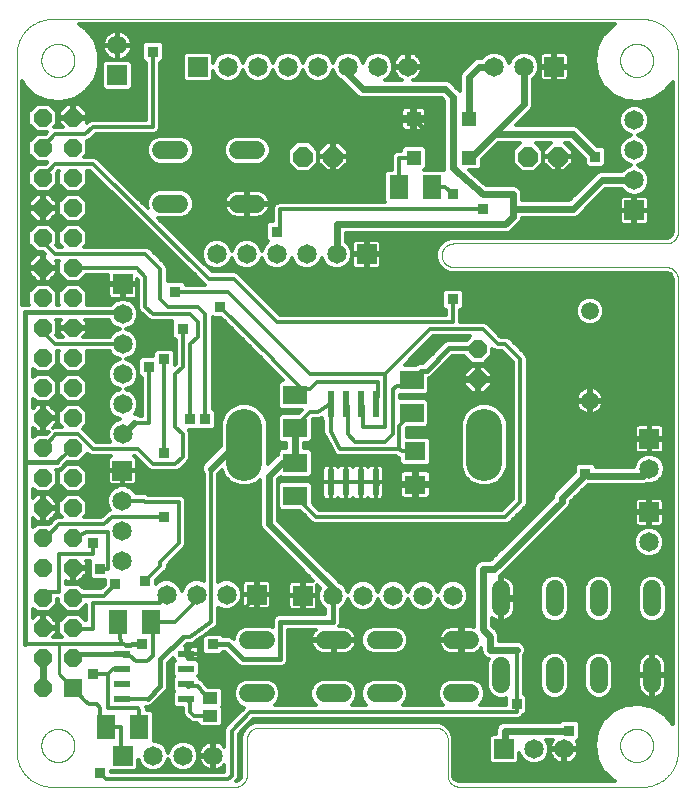
<source format=gtl>
G75*
%MOIN*%
%OFA0B0*%
%FSLAX25Y25*%
%IPPOS*%
%LPD*%
%AMOC8*
5,1,8,0,0,1.08239X$1,22.5*
%
%ADD10C,0.00000*%
%ADD11R,0.06000X0.06000*%
%ADD12OC8,0.06000*%
%ADD13R,0.02362X0.08661*%
%ADD14C,0.05906*%
%ADD15R,0.06500X0.06500*%
%ADD16C,0.06500*%
%ADD17R,0.05512X0.02362*%
%ADD18C,0.12000*%
%ADD19R,0.04921X0.03937*%
%ADD20R,0.05118X0.04724*%
%ADD21C,0.06000*%
%ADD22OC8,0.06600*%
%ADD23R,0.06299X0.07874*%
%ADD24R,0.07874X0.06299*%
%ADD25R,0.07087X0.06299*%
%ADD26C,0.01200*%
%ADD27R,0.03562X0.03562*%
%ADD28C,0.02400*%
%ADD29C,0.01600*%
%ADD30C,0.03562*%
%ADD31C,0.03169*%
%ADD32C,0.01000*%
D10*
X0037312Y0035098D02*
X0098336Y0035098D01*
X0098460Y0035100D01*
X0098583Y0035106D01*
X0098707Y0035115D01*
X0098829Y0035129D01*
X0098952Y0035146D01*
X0099074Y0035168D01*
X0099195Y0035193D01*
X0099315Y0035222D01*
X0099434Y0035254D01*
X0099553Y0035291D01*
X0099670Y0035331D01*
X0099785Y0035374D01*
X0099900Y0035422D01*
X0100012Y0035473D01*
X0100123Y0035527D01*
X0100233Y0035585D01*
X0100340Y0035646D01*
X0100446Y0035711D01*
X0100549Y0035779D01*
X0100650Y0035850D01*
X0100749Y0035924D01*
X0100846Y0036001D01*
X0100940Y0036082D01*
X0101031Y0036165D01*
X0101120Y0036251D01*
X0101206Y0036340D01*
X0101289Y0036431D01*
X0101370Y0036525D01*
X0101447Y0036622D01*
X0101521Y0036721D01*
X0101592Y0036822D01*
X0101660Y0036925D01*
X0101725Y0037031D01*
X0101786Y0037138D01*
X0101844Y0037248D01*
X0101898Y0037359D01*
X0101949Y0037471D01*
X0101997Y0037586D01*
X0102040Y0037701D01*
X0102080Y0037818D01*
X0102117Y0037937D01*
X0102149Y0038056D01*
X0102178Y0038176D01*
X0102203Y0038297D01*
X0102225Y0038419D01*
X0102242Y0038542D01*
X0102256Y0038664D01*
X0102265Y0038788D01*
X0102271Y0038911D01*
X0102273Y0039035D01*
X0102273Y0050846D01*
X0102275Y0050970D01*
X0102281Y0051093D01*
X0102290Y0051217D01*
X0102304Y0051339D01*
X0102321Y0051462D01*
X0102343Y0051584D01*
X0102368Y0051705D01*
X0102397Y0051825D01*
X0102429Y0051944D01*
X0102466Y0052063D01*
X0102506Y0052180D01*
X0102549Y0052295D01*
X0102597Y0052410D01*
X0102648Y0052522D01*
X0102702Y0052633D01*
X0102760Y0052743D01*
X0102821Y0052850D01*
X0102886Y0052956D01*
X0102954Y0053059D01*
X0103025Y0053160D01*
X0103099Y0053259D01*
X0103176Y0053356D01*
X0103257Y0053450D01*
X0103340Y0053541D01*
X0103426Y0053630D01*
X0103515Y0053716D01*
X0103606Y0053799D01*
X0103700Y0053880D01*
X0103797Y0053957D01*
X0103896Y0054031D01*
X0103997Y0054102D01*
X0104100Y0054170D01*
X0104206Y0054235D01*
X0104313Y0054296D01*
X0104423Y0054354D01*
X0104534Y0054408D01*
X0104646Y0054459D01*
X0104761Y0054507D01*
X0104876Y0054550D01*
X0104993Y0054590D01*
X0105112Y0054627D01*
X0105231Y0054659D01*
X0105351Y0054688D01*
X0105472Y0054713D01*
X0105594Y0054735D01*
X0105717Y0054752D01*
X0105839Y0054766D01*
X0105963Y0054775D01*
X0106086Y0054781D01*
X0106210Y0054783D01*
X0165265Y0054783D01*
X0165389Y0054781D01*
X0165512Y0054775D01*
X0165636Y0054766D01*
X0165758Y0054752D01*
X0165881Y0054735D01*
X0166003Y0054713D01*
X0166124Y0054688D01*
X0166244Y0054659D01*
X0166363Y0054627D01*
X0166482Y0054590D01*
X0166599Y0054550D01*
X0166714Y0054507D01*
X0166829Y0054459D01*
X0166941Y0054408D01*
X0167052Y0054354D01*
X0167162Y0054296D01*
X0167269Y0054235D01*
X0167375Y0054170D01*
X0167478Y0054102D01*
X0167579Y0054031D01*
X0167678Y0053957D01*
X0167775Y0053880D01*
X0167869Y0053799D01*
X0167960Y0053716D01*
X0168049Y0053630D01*
X0168135Y0053541D01*
X0168218Y0053450D01*
X0168299Y0053356D01*
X0168376Y0053259D01*
X0168450Y0053160D01*
X0168521Y0053059D01*
X0168589Y0052956D01*
X0168654Y0052850D01*
X0168715Y0052743D01*
X0168773Y0052633D01*
X0168827Y0052522D01*
X0168878Y0052410D01*
X0168926Y0052295D01*
X0168969Y0052180D01*
X0169009Y0052063D01*
X0169046Y0051944D01*
X0169078Y0051825D01*
X0169107Y0051705D01*
X0169132Y0051584D01*
X0169154Y0051462D01*
X0169171Y0051339D01*
X0169185Y0051217D01*
X0169194Y0051093D01*
X0169200Y0050970D01*
X0169202Y0050846D01*
X0169202Y0039035D01*
X0169204Y0038911D01*
X0169210Y0038788D01*
X0169219Y0038664D01*
X0169233Y0038542D01*
X0169250Y0038419D01*
X0169272Y0038297D01*
X0169297Y0038176D01*
X0169326Y0038056D01*
X0169358Y0037937D01*
X0169395Y0037818D01*
X0169435Y0037701D01*
X0169478Y0037586D01*
X0169526Y0037471D01*
X0169577Y0037359D01*
X0169631Y0037248D01*
X0169689Y0037138D01*
X0169750Y0037031D01*
X0169815Y0036925D01*
X0169883Y0036822D01*
X0169954Y0036721D01*
X0170028Y0036622D01*
X0170105Y0036525D01*
X0170186Y0036431D01*
X0170269Y0036340D01*
X0170355Y0036251D01*
X0170444Y0036165D01*
X0170535Y0036082D01*
X0170629Y0036001D01*
X0170726Y0035924D01*
X0170825Y0035850D01*
X0170926Y0035779D01*
X0171029Y0035711D01*
X0171135Y0035646D01*
X0171242Y0035585D01*
X0171352Y0035527D01*
X0171463Y0035473D01*
X0171575Y0035422D01*
X0171690Y0035374D01*
X0171805Y0035331D01*
X0171922Y0035291D01*
X0172041Y0035254D01*
X0172160Y0035222D01*
X0172280Y0035193D01*
X0172401Y0035168D01*
X0172523Y0035146D01*
X0172646Y0035129D01*
X0172768Y0035115D01*
X0172892Y0035106D01*
X0173015Y0035100D01*
X0173139Y0035098D01*
X0234162Y0035098D01*
X0234447Y0035101D01*
X0234733Y0035112D01*
X0235018Y0035129D01*
X0235302Y0035153D01*
X0235586Y0035184D01*
X0235869Y0035222D01*
X0236150Y0035267D01*
X0236431Y0035318D01*
X0236711Y0035376D01*
X0236989Y0035441D01*
X0237265Y0035513D01*
X0237539Y0035591D01*
X0237812Y0035676D01*
X0238082Y0035768D01*
X0238350Y0035866D01*
X0238616Y0035970D01*
X0238879Y0036081D01*
X0239139Y0036198D01*
X0239397Y0036321D01*
X0239651Y0036451D01*
X0239902Y0036587D01*
X0240150Y0036728D01*
X0240394Y0036876D01*
X0240635Y0037029D01*
X0240871Y0037189D01*
X0241104Y0037354D01*
X0241333Y0037524D01*
X0241558Y0037700D01*
X0241778Y0037882D01*
X0241994Y0038068D01*
X0242205Y0038260D01*
X0242412Y0038457D01*
X0242614Y0038659D01*
X0242811Y0038866D01*
X0243003Y0039077D01*
X0243189Y0039293D01*
X0243371Y0039513D01*
X0243547Y0039738D01*
X0243717Y0039967D01*
X0243882Y0040200D01*
X0244042Y0040436D01*
X0244195Y0040677D01*
X0244343Y0040921D01*
X0244484Y0041169D01*
X0244620Y0041420D01*
X0244750Y0041674D01*
X0244873Y0041932D01*
X0244990Y0042192D01*
X0245101Y0042455D01*
X0245205Y0042721D01*
X0245303Y0042989D01*
X0245395Y0043259D01*
X0245480Y0043532D01*
X0245558Y0043806D01*
X0245630Y0044082D01*
X0245695Y0044360D01*
X0245753Y0044640D01*
X0245804Y0044921D01*
X0245849Y0045202D01*
X0245887Y0045485D01*
X0245918Y0045769D01*
X0245942Y0046053D01*
X0245959Y0046338D01*
X0245970Y0046624D01*
X0245973Y0046909D01*
X0245973Y0204390D01*
X0245971Y0204514D01*
X0245965Y0204637D01*
X0245956Y0204761D01*
X0245942Y0204883D01*
X0245925Y0205006D01*
X0245903Y0205128D01*
X0245878Y0205249D01*
X0245849Y0205369D01*
X0245817Y0205488D01*
X0245780Y0205607D01*
X0245740Y0205724D01*
X0245697Y0205839D01*
X0245649Y0205954D01*
X0245598Y0206066D01*
X0245544Y0206177D01*
X0245486Y0206287D01*
X0245425Y0206394D01*
X0245360Y0206500D01*
X0245292Y0206603D01*
X0245221Y0206704D01*
X0245147Y0206803D01*
X0245070Y0206900D01*
X0244989Y0206994D01*
X0244906Y0207085D01*
X0244820Y0207174D01*
X0244731Y0207260D01*
X0244640Y0207343D01*
X0244546Y0207424D01*
X0244449Y0207501D01*
X0244350Y0207575D01*
X0244249Y0207646D01*
X0244146Y0207714D01*
X0244040Y0207779D01*
X0243933Y0207840D01*
X0243823Y0207898D01*
X0243712Y0207952D01*
X0243600Y0208003D01*
X0243485Y0208051D01*
X0243370Y0208094D01*
X0243253Y0208134D01*
X0243134Y0208171D01*
X0243015Y0208203D01*
X0242895Y0208232D01*
X0242774Y0208257D01*
X0242652Y0208279D01*
X0242529Y0208296D01*
X0242407Y0208310D01*
X0242283Y0208319D01*
X0242160Y0208325D01*
X0242036Y0208327D01*
X0171170Y0208327D01*
X0171046Y0208329D01*
X0170923Y0208335D01*
X0170799Y0208344D01*
X0170677Y0208358D01*
X0170554Y0208375D01*
X0170432Y0208397D01*
X0170311Y0208422D01*
X0170191Y0208451D01*
X0170072Y0208483D01*
X0169953Y0208520D01*
X0169836Y0208560D01*
X0169721Y0208603D01*
X0169606Y0208651D01*
X0169494Y0208702D01*
X0169383Y0208756D01*
X0169273Y0208814D01*
X0169166Y0208875D01*
X0169060Y0208940D01*
X0168957Y0209008D01*
X0168856Y0209079D01*
X0168757Y0209153D01*
X0168660Y0209230D01*
X0168566Y0209311D01*
X0168475Y0209394D01*
X0168386Y0209480D01*
X0168300Y0209569D01*
X0168217Y0209660D01*
X0168136Y0209754D01*
X0168059Y0209851D01*
X0167985Y0209950D01*
X0167914Y0210051D01*
X0167846Y0210154D01*
X0167781Y0210260D01*
X0167720Y0210367D01*
X0167662Y0210477D01*
X0167608Y0210588D01*
X0167557Y0210700D01*
X0167509Y0210815D01*
X0167466Y0210930D01*
X0167426Y0211047D01*
X0167389Y0211166D01*
X0167357Y0211285D01*
X0167328Y0211405D01*
X0167303Y0211526D01*
X0167281Y0211648D01*
X0167264Y0211771D01*
X0167250Y0211893D01*
X0167241Y0212017D01*
X0167235Y0212140D01*
X0167233Y0212264D01*
X0167235Y0212388D01*
X0167241Y0212511D01*
X0167250Y0212635D01*
X0167264Y0212757D01*
X0167281Y0212880D01*
X0167303Y0213002D01*
X0167328Y0213123D01*
X0167357Y0213243D01*
X0167389Y0213362D01*
X0167426Y0213481D01*
X0167466Y0213598D01*
X0167509Y0213713D01*
X0167557Y0213828D01*
X0167608Y0213940D01*
X0167662Y0214051D01*
X0167720Y0214161D01*
X0167781Y0214268D01*
X0167846Y0214374D01*
X0167914Y0214477D01*
X0167985Y0214578D01*
X0168059Y0214677D01*
X0168136Y0214774D01*
X0168217Y0214868D01*
X0168300Y0214959D01*
X0168386Y0215048D01*
X0168475Y0215134D01*
X0168566Y0215217D01*
X0168660Y0215298D01*
X0168757Y0215375D01*
X0168856Y0215449D01*
X0168957Y0215520D01*
X0169060Y0215588D01*
X0169166Y0215653D01*
X0169273Y0215714D01*
X0169383Y0215772D01*
X0169494Y0215826D01*
X0169606Y0215877D01*
X0169721Y0215925D01*
X0169836Y0215968D01*
X0169953Y0216008D01*
X0170072Y0216045D01*
X0170191Y0216077D01*
X0170311Y0216106D01*
X0170432Y0216131D01*
X0170554Y0216153D01*
X0170677Y0216170D01*
X0170799Y0216184D01*
X0170923Y0216193D01*
X0171046Y0216199D01*
X0171170Y0216201D01*
X0242036Y0216201D01*
X0242160Y0216203D01*
X0242283Y0216209D01*
X0242407Y0216218D01*
X0242529Y0216232D01*
X0242652Y0216249D01*
X0242774Y0216271D01*
X0242895Y0216296D01*
X0243015Y0216325D01*
X0243134Y0216357D01*
X0243253Y0216394D01*
X0243370Y0216434D01*
X0243485Y0216477D01*
X0243600Y0216525D01*
X0243712Y0216576D01*
X0243823Y0216630D01*
X0243933Y0216688D01*
X0244040Y0216749D01*
X0244146Y0216814D01*
X0244249Y0216882D01*
X0244350Y0216953D01*
X0244449Y0217027D01*
X0244546Y0217104D01*
X0244640Y0217185D01*
X0244731Y0217268D01*
X0244820Y0217354D01*
X0244906Y0217443D01*
X0244989Y0217534D01*
X0245070Y0217628D01*
X0245147Y0217725D01*
X0245221Y0217824D01*
X0245292Y0217925D01*
X0245360Y0218028D01*
X0245425Y0218134D01*
X0245486Y0218241D01*
X0245544Y0218351D01*
X0245598Y0218462D01*
X0245649Y0218574D01*
X0245697Y0218689D01*
X0245740Y0218804D01*
X0245780Y0218921D01*
X0245817Y0219040D01*
X0245849Y0219159D01*
X0245878Y0219279D01*
X0245903Y0219400D01*
X0245925Y0219522D01*
X0245942Y0219645D01*
X0245956Y0219767D01*
X0245965Y0219891D01*
X0245971Y0220014D01*
X0245973Y0220138D01*
X0245973Y0279193D01*
X0245970Y0279478D01*
X0245959Y0279764D01*
X0245942Y0280049D01*
X0245918Y0280333D01*
X0245887Y0280617D01*
X0245849Y0280900D01*
X0245804Y0281181D01*
X0245753Y0281462D01*
X0245695Y0281742D01*
X0245630Y0282020D01*
X0245558Y0282296D01*
X0245480Y0282570D01*
X0245395Y0282843D01*
X0245303Y0283113D01*
X0245205Y0283381D01*
X0245101Y0283647D01*
X0244990Y0283910D01*
X0244873Y0284170D01*
X0244750Y0284428D01*
X0244620Y0284682D01*
X0244484Y0284933D01*
X0244343Y0285181D01*
X0244195Y0285425D01*
X0244042Y0285666D01*
X0243882Y0285902D01*
X0243717Y0286135D01*
X0243547Y0286364D01*
X0243371Y0286589D01*
X0243189Y0286809D01*
X0243003Y0287025D01*
X0242811Y0287236D01*
X0242614Y0287443D01*
X0242412Y0287645D01*
X0242205Y0287842D01*
X0241994Y0288034D01*
X0241778Y0288220D01*
X0241558Y0288402D01*
X0241333Y0288578D01*
X0241104Y0288748D01*
X0240871Y0288913D01*
X0240635Y0289073D01*
X0240394Y0289226D01*
X0240150Y0289374D01*
X0239902Y0289515D01*
X0239651Y0289651D01*
X0239397Y0289781D01*
X0239139Y0289904D01*
X0238879Y0290021D01*
X0238616Y0290132D01*
X0238350Y0290236D01*
X0238082Y0290334D01*
X0237812Y0290426D01*
X0237539Y0290511D01*
X0237265Y0290589D01*
X0236989Y0290661D01*
X0236711Y0290726D01*
X0236431Y0290784D01*
X0236150Y0290835D01*
X0235869Y0290880D01*
X0235586Y0290918D01*
X0235302Y0290949D01*
X0235018Y0290973D01*
X0234733Y0290990D01*
X0234447Y0291001D01*
X0234162Y0291004D01*
X0037312Y0291004D01*
X0037027Y0291001D01*
X0036741Y0290990D01*
X0036456Y0290973D01*
X0036172Y0290949D01*
X0035888Y0290918D01*
X0035605Y0290880D01*
X0035324Y0290835D01*
X0035043Y0290784D01*
X0034763Y0290726D01*
X0034485Y0290661D01*
X0034209Y0290589D01*
X0033935Y0290511D01*
X0033662Y0290426D01*
X0033392Y0290334D01*
X0033124Y0290236D01*
X0032858Y0290132D01*
X0032595Y0290021D01*
X0032335Y0289904D01*
X0032077Y0289781D01*
X0031823Y0289651D01*
X0031572Y0289515D01*
X0031324Y0289374D01*
X0031080Y0289226D01*
X0030839Y0289073D01*
X0030603Y0288913D01*
X0030370Y0288748D01*
X0030141Y0288578D01*
X0029916Y0288402D01*
X0029696Y0288220D01*
X0029480Y0288034D01*
X0029269Y0287842D01*
X0029062Y0287645D01*
X0028860Y0287443D01*
X0028663Y0287236D01*
X0028471Y0287025D01*
X0028285Y0286809D01*
X0028103Y0286589D01*
X0027927Y0286364D01*
X0027757Y0286135D01*
X0027592Y0285902D01*
X0027432Y0285666D01*
X0027279Y0285425D01*
X0027131Y0285181D01*
X0026990Y0284933D01*
X0026854Y0284682D01*
X0026724Y0284428D01*
X0026601Y0284170D01*
X0026484Y0283910D01*
X0026373Y0283647D01*
X0026269Y0283381D01*
X0026171Y0283113D01*
X0026079Y0282843D01*
X0025994Y0282570D01*
X0025916Y0282296D01*
X0025844Y0282020D01*
X0025779Y0281742D01*
X0025721Y0281462D01*
X0025670Y0281181D01*
X0025625Y0280900D01*
X0025587Y0280617D01*
X0025556Y0280333D01*
X0025532Y0280049D01*
X0025515Y0279764D01*
X0025504Y0279478D01*
X0025501Y0279193D01*
X0025501Y0046909D01*
X0025504Y0046624D01*
X0025515Y0046338D01*
X0025532Y0046053D01*
X0025556Y0045769D01*
X0025587Y0045485D01*
X0025625Y0045202D01*
X0025670Y0044921D01*
X0025721Y0044640D01*
X0025779Y0044360D01*
X0025844Y0044082D01*
X0025916Y0043806D01*
X0025994Y0043532D01*
X0026079Y0043259D01*
X0026171Y0042989D01*
X0026269Y0042721D01*
X0026373Y0042455D01*
X0026484Y0042192D01*
X0026601Y0041932D01*
X0026724Y0041674D01*
X0026854Y0041420D01*
X0026990Y0041169D01*
X0027131Y0040921D01*
X0027279Y0040677D01*
X0027432Y0040436D01*
X0027592Y0040200D01*
X0027757Y0039967D01*
X0027927Y0039738D01*
X0028103Y0039513D01*
X0028285Y0039293D01*
X0028471Y0039077D01*
X0028663Y0038866D01*
X0028860Y0038659D01*
X0029062Y0038457D01*
X0029269Y0038260D01*
X0029480Y0038068D01*
X0029696Y0037882D01*
X0029916Y0037700D01*
X0030141Y0037524D01*
X0030370Y0037354D01*
X0030603Y0037189D01*
X0030839Y0037029D01*
X0031080Y0036876D01*
X0031324Y0036728D01*
X0031572Y0036587D01*
X0031823Y0036451D01*
X0032077Y0036321D01*
X0032335Y0036198D01*
X0032595Y0036081D01*
X0032858Y0035970D01*
X0033124Y0035866D01*
X0033392Y0035768D01*
X0033662Y0035676D01*
X0033935Y0035591D01*
X0034209Y0035513D01*
X0034485Y0035441D01*
X0034763Y0035376D01*
X0035043Y0035318D01*
X0035324Y0035267D01*
X0035605Y0035222D01*
X0035888Y0035184D01*
X0036172Y0035153D01*
X0036456Y0035129D01*
X0036741Y0035112D01*
X0037027Y0035101D01*
X0037312Y0035098D01*
X0033765Y0048883D02*
X0033767Y0049031D01*
X0033773Y0049179D01*
X0033783Y0049327D01*
X0033797Y0049474D01*
X0033815Y0049621D01*
X0033836Y0049767D01*
X0033862Y0049913D01*
X0033892Y0050058D01*
X0033925Y0050202D01*
X0033963Y0050345D01*
X0034004Y0050487D01*
X0034049Y0050628D01*
X0034097Y0050768D01*
X0034150Y0050907D01*
X0034206Y0051044D01*
X0034266Y0051179D01*
X0034329Y0051313D01*
X0034396Y0051445D01*
X0034467Y0051575D01*
X0034541Y0051703D01*
X0034618Y0051829D01*
X0034699Y0051953D01*
X0034783Y0052075D01*
X0034870Y0052194D01*
X0034961Y0052311D01*
X0035055Y0052426D01*
X0035151Y0052538D01*
X0035251Y0052648D01*
X0035353Y0052754D01*
X0035459Y0052858D01*
X0035567Y0052959D01*
X0035678Y0053057D01*
X0035791Y0053153D01*
X0035907Y0053245D01*
X0036025Y0053334D01*
X0036146Y0053419D01*
X0036269Y0053502D01*
X0036394Y0053581D01*
X0036521Y0053657D01*
X0036650Y0053729D01*
X0036781Y0053798D01*
X0036914Y0053863D01*
X0037049Y0053924D01*
X0037185Y0053982D01*
X0037322Y0054037D01*
X0037461Y0054087D01*
X0037602Y0054134D01*
X0037743Y0054177D01*
X0037886Y0054217D01*
X0038030Y0054252D01*
X0038174Y0054284D01*
X0038320Y0054311D01*
X0038466Y0054335D01*
X0038613Y0054355D01*
X0038760Y0054371D01*
X0038907Y0054383D01*
X0039055Y0054391D01*
X0039203Y0054395D01*
X0039351Y0054395D01*
X0039499Y0054391D01*
X0039647Y0054383D01*
X0039794Y0054371D01*
X0039941Y0054355D01*
X0040088Y0054335D01*
X0040234Y0054311D01*
X0040380Y0054284D01*
X0040524Y0054252D01*
X0040668Y0054217D01*
X0040811Y0054177D01*
X0040952Y0054134D01*
X0041093Y0054087D01*
X0041232Y0054037D01*
X0041369Y0053982D01*
X0041505Y0053924D01*
X0041640Y0053863D01*
X0041773Y0053798D01*
X0041904Y0053729D01*
X0042033Y0053657D01*
X0042160Y0053581D01*
X0042285Y0053502D01*
X0042408Y0053419D01*
X0042529Y0053334D01*
X0042647Y0053245D01*
X0042763Y0053153D01*
X0042876Y0053057D01*
X0042987Y0052959D01*
X0043095Y0052858D01*
X0043201Y0052754D01*
X0043303Y0052648D01*
X0043403Y0052538D01*
X0043499Y0052426D01*
X0043593Y0052311D01*
X0043684Y0052194D01*
X0043771Y0052075D01*
X0043855Y0051953D01*
X0043936Y0051829D01*
X0044013Y0051703D01*
X0044087Y0051575D01*
X0044158Y0051445D01*
X0044225Y0051313D01*
X0044288Y0051179D01*
X0044348Y0051044D01*
X0044404Y0050907D01*
X0044457Y0050768D01*
X0044505Y0050628D01*
X0044550Y0050487D01*
X0044591Y0050345D01*
X0044629Y0050202D01*
X0044662Y0050058D01*
X0044692Y0049913D01*
X0044718Y0049767D01*
X0044739Y0049621D01*
X0044757Y0049474D01*
X0044771Y0049327D01*
X0044781Y0049179D01*
X0044787Y0049031D01*
X0044789Y0048883D01*
X0044787Y0048735D01*
X0044781Y0048587D01*
X0044771Y0048439D01*
X0044757Y0048292D01*
X0044739Y0048145D01*
X0044718Y0047999D01*
X0044692Y0047853D01*
X0044662Y0047708D01*
X0044629Y0047564D01*
X0044591Y0047421D01*
X0044550Y0047279D01*
X0044505Y0047138D01*
X0044457Y0046998D01*
X0044404Y0046859D01*
X0044348Y0046722D01*
X0044288Y0046587D01*
X0044225Y0046453D01*
X0044158Y0046321D01*
X0044087Y0046191D01*
X0044013Y0046063D01*
X0043936Y0045937D01*
X0043855Y0045813D01*
X0043771Y0045691D01*
X0043684Y0045572D01*
X0043593Y0045455D01*
X0043499Y0045340D01*
X0043403Y0045228D01*
X0043303Y0045118D01*
X0043201Y0045012D01*
X0043095Y0044908D01*
X0042987Y0044807D01*
X0042876Y0044709D01*
X0042763Y0044613D01*
X0042647Y0044521D01*
X0042529Y0044432D01*
X0042408Y0044347D01*
X0042285Y0044264D01*
X0042160Y0044185D01*
X0042033Y0044109D01*
X0041904Y0044037D01*
X0041773Y0043968D01*
X0041640Y0043903D01*
X0041505Y0043842D01*
X0041369Y0043784D01*
X0041232Y0043729D01*
X0041093Y0043679D01*
X0040952Y0043632D01*
X0040811Y0043589D01*
X0040668Y0043549D01*
X0040524Y0043514D01*
X0040380Y0043482D01*
X0040234Y0043455D01*
X0040088Y0043431D01*
X0039941Y0043411D01*
X0039794Y0043395D01*
X0039647Y0043383D01*
X0039499Y0043375D01*
X0039351Y0043371D01*
X0039203Y0043371D01*
X0039055Y0043375D01*
X0038907Y0043383D01*
X0038760Y0043395D01*
X0038613Y0043411D01*
X0038466Y0043431D01*
X0038320Y0043455D01*
X0038174Y0043482D01*
X0038030Y0043514D01*
X0037886Y0043549D01*
X0037743Y0043589D01*
X0037602Y0043632D01*
X0037461Y0043679D01*
X0037322Y0043729D01*
X0037185Y0043784D01*
X0037049Y0043842D01*
X0036914Y0043903D01*
X0036781Y0043968D01*
X0036650Y0044037D01*
X0036521Y0044109D01*
X0036394Y0044185D01*
X0036269Y0044264D01*
X0036146Y0044347D01*
X0036025Y0044432D01*
X0035907Y0044521D01*
X0035791Y0044613D01*
X0035678Y0044709D01*
X0035567Y0044807D01*
X0035459Y0044908D01*
X0035353Y0045012D01*
X0035251Y0045118D01*
X0035151Y0045228D01*
X0035055Y0045340D01*
X0034961Y0045455D01*
X0034870Y0045572D01*
X0034783Y0045691D01*
X0034699Y0045813D01*
X0034618Y0045937D01*
X0034541Y0046063D01*
X0034467Y0046191D01*
X0034396Y0046321D01*
X0034329Y0046453D01*
X0034266Y0046587D01*
X0034206Y0046722D01*
X0034150Y0046859D01*
X0034097Y0046998D01*
X0034049Y0047138D01*
X0034004Y0047279D01*
X0033963Y0047421D01*
X0033925Y0047564D01*
X0033892Y0047708D01*
X0033862Y0047853D01*
X0033836Y0047999D01*
X0033815Y0048145D01*
X0033797Y0048292D01*
X0033783Y0048439D01*
X0033773Y0048587D01*
X0033767Y0048735D01*
X0033765Y0048883D01*
X0226679Y0048883D02*
X0226681Y0049031D01*
X0226687Y0049179D01*
X0226697Y0049327D01*
X0226711Y0049474D01*
X0226729Y0049621D01*
X0226750Y0049767D01*
X0226776Y0049913D01*
X0226806Y0050058D01*
X0226839Y0050202D01*
X0226877Y0050345D01*
X0226918Y0050487D01*
X0226963Y0050628D01*
X0227011Y0050768D01*
X0227064Y0050907D01*
X0227120Y0051044D01*
X0227180Y0051179D01*
X0227243Y0051313D01*
X0227310Y0051445D01*
X0227381Y0051575D01*
X0227455Y0051703D01*
X0227532Y0051829D01*
X0227613Y0051953D01*
X0227697Y0052075D01*
X0227784Y0052194D01*
X0227875Y0052311D01*
X0227969Y0052426D01*
X0228065Y0052538D01*
X0228165Y0052648D01*
X0228267Y0052754D01*
X0228373Y0052858D01*
X0228481Y0052959D01*
X0228592Y0053057D01*
X0228705Y0053153D01*
X0228821Y0053245D01*
X0228939Y0053334D01*
X0229060Y0053419D01*
X0229183Y0053502D01*
X0229308Y0053581D01*
X0229435Y0053657D01*
X0229564Y0053729D01*
X0229695Y0053798D01*
X0229828Y0053863D01*
X0229963Y0053924D01*
X0230099Y0053982D01*
X0230236Y0054037D01*
X0230375Y0054087D01*
X0230516Y0054134D01*
X0230657Y0054177D01*
X0230800Y0054217D01*
X0230944Y0054252D01*
X0231088Y0054284D01*
X0231234Y0054311D01*
X0231380Y0054335D01*
X0231527Y0054355D01*
X0231674Y0054371D01*
X0231821Y0054383D01*
X0231969Y0054391D01*
X0232117Y0054395D01*
X0232265Y0054395D01*
X0232413Y0054391D01*
X0232561Y0054383D01*
X0232708Y0054371D01*
X0232855Y0054355D01*
X0233002Y0054335D01*
X0233148Y0054311D01*
X0233294Y0054284D01*
X0233438Y0054252D01*
X0233582Y0054217D01*
X0233725Y0054177D01*
X0233866Y0054134D01*
X0234007Y0054087D01*
X0234146Y0054037D01*
X0234283Y0053982D01*
X0234419Y0053924D01*
X0234554Y0053863D01*
X0234687Y0053798D01*
X0234818Y0053729D01*
X0234947Y0053657D01*
X0235074Y0053581D01*
X0235199Y0053502D01*
X0235322Y0053419D01*
X0235443Y0053334D01*
X0235561Y0053245D01*
X0235677Y0053153D01*
X0235790Y0053057D01*
X0235901Y0052959D01*
X0236009Y0052858D01*
X0236115Y0052754D01*
X0236217Y0052648D01*
X0236317Y0052538D01*
X0236413Y0052426D01*
X0236507Y0052311D01*
X0236598Y0052194D01*
X0236685Y0052075D01*
X0236769Y0051953D01*
X0236850Y0051829D01*
X0236927Y0051703D01*
X0237001Y0051575D01*
X0237072Y0051445D01*
X0237139Y0051313D01*
X0237202Y0051179D01*
X0237262Y0051044D01*
X0237318Y0050907D01*
X0237371Y0050768D01*
X0237419Y0050628D01*
X0237464Y0050487D01*
X0237505Y0050345D01*
X0237543Y0050202D01*
X0237576Y0050058D01*
X0237606Y0049913D01*
X0237632Y0049767D01*
X0237653Y0049621D01*
X0237671Y0049474D01*
X0237685Y0049327D01*
X0237695Y0049179D01*
X0237701Y0049031D01*
X0237703Y0048883D01*
X0237701Y0048735D01*
X0237695Y0048587D01*
X0237685Y0048439D01*
X0237671Y0048292D01*
X0237653Y0048145D01*
X0237632Y0047999D01*
X0237606Y0047853D01*
X0237576Y0047708D01*
X0237543Y0047564D01*
X0237505Y0047421D01*
X0237464Y0047279D01*
X0237419Y0047138D01*
X0237371Y0046998D01*
X0237318Y0046859D01*
X0237262Y0046722D01*
X0237202Y0046587D01*
X0237139Y0046453D01*
X0237072Y0046321D01*
X0237001Y0046191D01*
X0236927Y0046063D01*
X0236850Y0045937D01*
X0236769Y0045813D01*
X0236685Y0045691D01*
X0236598Y0045572D01*
X0236507Y0045455D01*
X0236413Y0045340D01*
X0236317Y0045228D01*
X0236217Y0045118D01*
X0236115Y0045012D01*
X0236009Y0044908D01*
X0235901Y0044807D01*
X0235790Y0044709D01*
X0235677Y0044613D01*
X0235561Y0044521D01*
X0235443Y0044432D01*
X0235322Y0044347D01*
X0235199Y0044264D01*
X0235074Y0044185D01*
X0234947Y0044109D01*
X0234818Y0044037D01*
X0234687Y0043968D01*
X0234554Y0043903D01*
X0234419Y0043842D01*
X0234283Y0043784D01*
X0234146Y0043729D01*
X0234007Y0043679D01*
X0233866Y0043632D01*
X0233725Y0043589D01*
X0233582Y0043549D01*
X0233438Y0043514D01*
X0233294Y0043482D01*
X0233148Y0043455D01*
X0233002Y0043431D01*
X0232855Y0043411D01*
X0232708Y0043395D01*
X0232561Y0043383D01*
X0232413Y0043375D01*
X0232265Y0043371D01*
X0232117Y0043371D01*
X0231969Y0043375D01*
X0231821Y0043383D01*
X0231674Y0043395D01*
X0231527Y0043411D01*
X0231380Y0043431D01*
X0231234Y0043455D01*
X0231088Y0043482D01*
X0230944Y0043514D01*
X0230800Y0043549D01*
X0230657Y0043589D01*
X0230516Y0043632D01*
X0230375Y0043679D01*
X0230236Y0043729D01*
X0230099Y0043784D01*
X0229963Y0043842D01*
X0229828Y0043903D01*
X0229695Y0043968D01*
X0229564Y0044037D01*
X0229435Y0044109D01*
X0229308Y0044185D01*
X0229183Y0044264D01*
X0229060Y0044347D01*
X0228939Y0044432D01*
X0228821Y0044521D01*
X0228705Y0044613D01*
X0228592Y0044709D01*
X0228481Y0044807D01*
X0228373Y0044908D01*
X0228267Y0045012D01*
X0228165Y0045118D01*
X0228065Y0045228D01*
X0227969Y0045340D01*
X0227875Y0045455D01*
X0227784Y0045572D01*
X0227697Y0045691D01*
X0227613Y0045813D01*
X0227532Y0045937D01*
X0227455Y0046063D01*
X0227381Y0046191D01*
X0227310Y0046321D01*
X0227243Y0046453D01*
X0227180Y0046587D01*
X0227120Y0046722D01*
X0227064Y0046859D01*
X0227011Y0046998D01*
X0226963Y0047138D01*
X0226918Y0047279D01*
X0226877Y0047421D01*
X0226839Y0047564D01*
X0226806Y0047708D01*
X0226776Y0047853D01*
X0226750Y0047999D01*
X0226729Y0048145D01*
X0226711Y0048292D01*
X0226697Y0048439D01*
X0226687Y0048587D01*
X0226681Y0048735D01*
X0226679Y0048883D01*
X0226679Y0277230D02*
X0226681Y0277378D01*
X0226687Y0277526D01*
X0226697Y0277674D01*
X0226711Y0277821D01*
X0226729Y0277968D01*
X0226750Y0278114D01*
X0226776Y0278260D01*
X0226806Y0278405D01*
X0226839Y0278549D01*
X0226877Y0278692D01*
X0226918Y0278834D01*
X0226963Y0278975D01*
X0227011Y0279115D01*
X0227064Y0279254D01*
X0227120Y0279391D01*
X0227180Y0279526D01*
X0227243Y0279660D01*
X0227310Y0279792D01*
X0227381Y0279922D01*
X0227455Y0280050D01*
X0227532Y0280176D01*
X0227613Y0280300D01*
X0227697Y0280422D01*
X0227784Y0280541D01*
X0227875Y0280658D01*
X0227969Y0280773D01*
X0228065Y0280885D01*
X0228165Y0280995D01*
X0228267Y0281101D01*
X0228373Y0281205D01*
X0228481Y0281306D01*
X0228592Y0281404D01*
X0228705Y0281500D01*
X0228821Y0281592D01*
X0228939Y0281681D01*
X0229060Y0281766D01*
X0229183Y0281849D01*
X0229308Y0281928D01*
X0229435Y0282004D01*
X0229564Y0282076D01*
X0229695Y0282145D01*
X0229828Y0282210D01*
X0229963Y0282271D01*
X0230099Y0282329D01*
X0230236Y0282384D01*
X0230375Y0282434D01*
X0230516Y0282481D01*
X0230657Y0282524D01*
X0230800Y0282564D01*
X0230944Y0282599D01*
X0231088Y0282631D01*
X0231234Y0282658D01*
X0231380Y0282682D01*
X0231527Y0282702D01*
X0231674Y0282718D01*
X0231821Y0282730D01*
X0231969Y0282738D01*
X0232117Y0282742D01*
X0232265Y0282742D01*
X0232413Y0282738D01*
X0232561Y0282730D01*
X0232708Y0282718D01*
X0232855Y0282702D01*
X0233002Y0282682D01*
X0233148Y0282658D01*
X0233294Y0282631D01*
X0233438Y0282599D01*
X0233582Y0282564D01*
X0233725Y0282524D01*
X0233866Y0282481D01*
X0234007Y0282434D01*
X0234146Y0282384D01*
X0234283Y0282329D01*
X0234419Y0282271D01*
X0234554Y0282210D01*
X0234687Y0282145D01*
X0234818Y0282076D01*
X0234947Y0282004D01*
X0235074Y0281928D01*
X0235199Y0281849D01*
X0235322Y0281766D01*
X0235443Y0281681D01*
X0235561Y0281592D01*
X0235677Y0281500D01*
X0235790Y0281404D01*
X0235901Y0281306D01*
X0236009Y0281205D01*
X0236115Y0281101D01*
X0236217Y0280995D01*
X0236317Y0280885D01*
X0236413Y0280773D01*
X0236507Y0280658D01*
X0236598Y0280541D01*
X0236685Y0280422D01*
X0236769Y0280300D01*
X0236850Y0280176D01*
X0236927Y0280050D01*
X0237001Y0279922D01*
X0237072Y0279792D01*
X0237139Y0279660D01*
X0237202Y0279526D01*
X0237262Y0279391D01*
X0237318Y0279254D01*
X0237371Y0279115D01*
X0237419Y0278975D01*
X0237464Y0278834D01*
X0237505Y0278692D01*
X0237543Y0278549D01*
X0237576Y0278405D01*
X0237606Y0278260D01*
X0237632Y0278114D01*
X0237653Y0277968D01*
X0237671Y0277821D01*
X0237685Y0277674D01*
X0237695Y0277526D01*
X0237701Y0277378D01*
X0237703Y0277230D01*
X0237701Y0277082D01*
X0237695Y0276934D01*
X0237685Y0276786D01*
X0237671Y0276639D01*
X0237653Y0276492D01*
X0237632Y0276346D01*
X0237606Y0276200D01*
X0237576Y0276055D01*
X0237543Y0275911D01*
X0237505Y0275768D01*
X0237464Y0275626D01*
X0237419Y0275485D01*
X0237371Y0275345D01*
X0237318Y0275206D01*
X0237262Y0275069D01*
X0237202Y0274934D01*
X0237139Y0274800D01*
X0237072Y0274668D01*
X0237001Y0274538D01*
X0236927Y0274410D01*
X0236850Y0274284D01*
X0236769Y0274160D01*
X0236685Y0274038D01*
X0236598Y0273919D01*
X0236507Y0273802D01*
X0236413Y0273687D01*
X0236317Y0273575D01*
X0236217Y0273465D01*
X0236115Y0273359D01*
X0236009Y0273255D01*
X0235901Y0273154D01*
X0235790Y0273056D01*
X0235677Y0272960D01*
X0235561Y0272868D01*
X0235443Y0272779D01*
X0235322Y0272694D01*
X0235199Y0272611D01*
X0235074Y0272532D01*
X0234947Y0272456D01*
X0234818Y0272384D01*
X0234687Y0272315D01*
X0234554Y0272250D01*
X0234419Y0272189D01*
X0234283Y0272131D01*
X0234146Y0272076D01*
X0234007Y0272026D01*
X0233866Y0271979D01*
X0233725Y0271936D01*
X0233582Y0271896D01*
X0233438Y0271861D01*
X0233294Y0271829D01*
X0233148Y0271802D01*
X0233002Y0271778D01*
X0232855Y0271758D01*
X0232708Y0271742D01*
X0232561Y0271730D01*
X0232413Y0271722D01*
X0232265Y0271718D01*
X0232117Y0271718D01*
X0231969Y0271722D01*
X0231821Y0271730D01*
X0231674Y0271742D01*
X0231527Y0271758D01*
X0231380Y0271778D01*
X0231234Y0271802D01*
X0231088Y0271829D01*
X0230944Y0271861D01*
X0230800Y0271896D01*
X0230657Y0271936D01*
X0230516Y0271979D01*
X0230375Y0272026D01*
X0230236Y0272076D01*
X0230099Y0272131D01*
X0229963Y0272189D01*
X0229828Y0272250D01*
X0229695Y0272315D01*
X0229564Y0272384D01*
X0229435Y0272456D01*
X0229308Y0272532D01*
X0229183Y0272611D01*
X0229060Y0272694D01*
X0228939Y0272779D01*
X0228821Y0272868D01*
X0228705Y0272960D01*
X0228592Y0273056D01*
X0228481Y0273154D01*
X0228373Y0273255D01*
X0228267Y0273359D01*
X0228165Y0273465D01*
X0228065Y0273575D01*
X0227969Y0273687D01*
X0227875Y0273802D01*
X0227784Y0273919D01*
X0227697Y0274038D01*
X0227613Y0274160D01*
X0227532Y0274284D01*
X0227455Y0274410D01*
X0227381Y0274538D01*
X0227310Y0274668D01*
X0227243Y0274800D01*
X0227180Y0274934D01*
X0227120Y0275069D01*
X0227064Y0275206D01*
X0227011Y0275345D01*
X0226963Y0275485D01*
X0226918Y0275626D01*
X0226877Y0275768D01*
X0226839Y0275911D01*
X0226806Y0276055D01*
X0226776Y0276200D01*
X0226750Y0276346D01*
X0226729Y0276492D01*
X0226711Y0276639D01*
X0226697Y0276786D01*
X0226687Y0276934D01*
X0226681Y0277082D01*
X0226679Y0277230D01*
X0033765Y0277230D02*
X0033767Y0277378D01*
X0033773Y0277526D01*
X0033783Y0277674D01*
X0033797Y0277821D01*
X0033815Y0277968D01*
X0033836Y0278114D01*
X0033862Y0278260D01*
X0033892Y0278405D01*
X0033925Y0278549D01*
X0033963Y0278692D01*
X0034004Y0278834D01*
X0034049Y0278975D01*
X0034097Y0279115D01*
X0034150Y0279254D01*
X0034206Y0279391D01*
X0034266Y0279526D01*
X0034329Y0279660D01*
X0034396Y0279792D01*
X0034467Y0279922D01*
X0034541Y0280050D01*
X0034618Y0280176D01*
X0034699Y0280300D01*
X0034783Y0280422D01*
X0034870Y0280541D01*
X0034961Y0280658D01*
X0035055Y0280773D01*
X0035151Y0280885D01*
X0035251Y0280995D01*
X0035353Y0281101D01*
X0035459Y0281205D01*
X0035567Y0281306D01*
X0035678Y0281404D01*
X0035791Y0281500D01*
X0035907Y0281592D01*
X0036025Y0281681D01*
X0036146Y0281766D01*
X0036269Y0281849D01*
X0036394Y0281928D01*
X0036521Y0282004D01*
X0036650Y0282076D01*
X0036781Y0282145D01*
X0036914Y0282210D01*
X0037049Y0282271D01*
X0037185Y0282329D01*
X0037322Y0282384D01*
X0037461Y0282434D01*
X0037602Y0282481D01*
X0037743Y0282524D01*
X0037886Y0282564D01*
X0038030Y0282599D01*
X0038174Y0282631D01*
X0038320Y0282658D01*
X0038466Y0282682D01*
X0038613Y0282702D01*
X0038760Y0282718D01*
X0038907Y0282730D01*
X0039055Y0282738D01*
X0039203Y0282742D01*
X0039351Y0282742D01*
X0039499Y0282738D01*
X0039647Y0282730D01*
X0039794Y0282718D01*
X0039941Y0282702D01*
X0040088Y0282682D01*
X0040234Y0282658D01*
X0040380Y0282631D01*
X0040524Y0282599D01*
X0040668Y0282564D01*
X0040811Y0282524D01*
X0040952Y0282481D01*
X0041093Y0282434D01*
X0041232Y0282384D01*
X0041369Y0282329D01*
X0041505Y0282271D01*
X0041640Y0282210D01*
X0041773Y0282145D01*
X0041904Y0282076D01*
X0042033Y0282004D01*
X0042160Y0281928D01*
X0042285Y0281849D01*
X0042408Y0281766D01*
X0042529Y0281681D01*
X0042647Y0281592D01*
X0042763Y0281500D01*
X0042876Y0281404D01*
X0042987Y0281306D01*
X0043095Y0281205D01*
X0043201Y0281101D01*
X0043303Y0280995D01*
X0043403Y0280885D01*
X0043499Y0280773D01*
X0043593Y0280658D01*
X0043684Y0280541D01*
X0043771Y0280422D01*
X0043855Y0280300D01*
X0043936Y0280176D01*
X0044013Y0280050D01*
X0044087Y0279922D01*
X0044158Y0279792D01*
X0044225Y0279660D01*
X0044288Y0279526D01*
X0044348Y0279391D01*
X0044404Y0279254D01*
X0044457Y0279115D01*
X0044505Y0278975D01*
X0044550Y0278834D01*
X0044591Y0278692D01*
X0044629Y0278549D01*
X0044662Y0278405D01*
X0044692Y0278260D01*
X0044718Y0278114D01*
X0044739Y0277968D01*
X0044757Y0277821D01*
X0044771Y0277674D01*
X0044781Y0277526D01*
X0044787Y0277378D01*
X0044789Y0277230D01*
X0044787Y0277082D01*
X0044781Y0276934D01*
X0044771Y0276786D01*
X0044757Y0276639D01*
X0044739Y0276492D01*
X0044718Y0276346D01*
X0044692Y0276200D01*
X0044662Y0276055D01*
X0044629Y0275911D01*
X0044591Y0275768D01*
X0044550Y0275626D01*
X0044505Y0275485D01*
X0044457Y0275345D01*
X0044404Y0275206D01*
X0044348Y0275069D01*
X0044288Y0274934D01*
X0044225Y0274800D01*
X0044158Y0274668D01*
X0044087Y0274538D01*
X0044013Y0274410D01*
X0043936Y0274284D01*
X0043855Y0274160D01*
X0043771Y0274038D01*
X0043684Y0273919D01*
X0043593Y0273802D01*
X0043499Y0273687D01*
X0043403Y0273575D01*
X0043303Y0273465D01*
X0043201Y0273359D01*
X0043095Y0273255D01*
X0042987Y0273154D01*
X0042876Y0273056D01*
X0042763Y0272960D01*
X0042647Y0272868D01*
X0042529Y0272779D01*
X0042408Y0272694D01*
X0042285Y0272611D01*
X0042160Y0272532D01*
X0042033Y0272456D01*
X0041904Y0272384D01*
X0041773Y0272315D01*
X0041640Y0272250D01*
X0041505Y0272189D01*
X0041369Y0272131D01*
X0041232Y0272076D01*
X0041093Y0272026D01*
X0040952Y0271979D01*
X0040811Y0271936D01*
X0040668Y0271896D01*
X0040524Y0271861D01*
X0040380Y0271829D01*
X0040234Y0271802D01*
X0040088Y0271778D01*
X0039941Y0271758D01*
X0039794Y0271742D01*
X0039647Y0271730D01*
X0039499Y0271722D01*
X0039351Y0271718D01*
X0039203Y0271718D01*
X0039055Y0271722D01*
X0038907Y0271730D01*
X0038760Y0271742D01*
X0038613Y0271758D01*
X0038466Y0271778D01*
X0038320Y0271802D01*
X0038174Y0271829D01*
X0038030Y0271861D01*
X0037886Y0271896D01*
X0037743Y0271936D01*
X0037602Y0271979D01*
X0037461Y0272026D01*
X0037322Y0272076D01*
X0037185Y0272131D01*
X0037049Y0272189D01*
X0036914Y0272250D01*
X0036781Y0272315D01*
X0036650Y0272384D01*
X0036521Y0272456D01*
X0036394Y0272532D01*
X0036269Y0272611D01*
X0036146Y0272694D01*
X0036025Y0272779D01*
X0035907Y0272868D01*
X0035791Y0272960D01*
X0035678Y0273056D01*
X0035567Y0273154D01*
X0035459Y0273255D01*
X0035353Y0273359D01*
X0035251Y0273465D01*
X0035151Y0273575D01*
X0035055Y0273687D01*
X0034961Y0273802D01*
X0034870Y0273919D01*
X0034783Y0274038D01*
X0034699Y0274160D01*
X0034618Y0274284D01*
X0034541Y0274410D01*
X0034467Y0274538D01*
X0034396Y0274668D01*
X0034329Y0274800D01*
X0034266Y0274934D01*
X0034206Y0275069D01*
X0034150Y0275206D01*
X0034097Y0275345D01*
X0034049Y0275485D01*
X0034004Y0275626D01*
X0033963Y0275768D01*
X0033925Y0275911D01*
X0033892Y0276055D01*
X0033862Y0276200D01*
X0033836Y0276346D01*
X0033815Y0276492D01*
X0033797Y0276639D01*
X0033783Y0276786D01*
X0033773Y0276934D01*
X0033767Y0277082D01*
X0033765Y0277230D01*
D11*
X0044277Y0068057D03*
D12*
X0034277Y0068057D03*
X0034277Y0078057D03*
X0044277Y0078057D03*
X0044277Y0088057D03*
X0034277Y0088057D03*
X0034277Y0098057D03*
X0044277Y0098057D03*
X0044277Y0108057D03*
X0034277Y0108057D03*
X0034277Y0118057D03*
X0044277Y0118057D03*
X0044277Y0128057D03*
X0034277Y0128057D03*
X0034277Y0138057D03*
X0044277Y0138057D03*
X0044277Y0148057D03*
X0034277Y0148057D03*
X0034277Y0158057D03*
X0044277Y0158057D03*
X0044277Y0168057D03*
X0034277Y0168057D03*
X0034277Y0178057D03*
X0044277Y0178057D03*
X0044277Y0188057D03*
X0034277Y0188057D03*
X0034277Y0198057D03*
X0044277Y0198057D03*
X0044277Y0208057D03*
X0034277Y0208057D03*
X0034277Y0218057D03*
X0044277Y0218057D03*
X0044277Y0228057D03*
X0034277Y0228057D03*
X0034277Y0238057D03*
X0044277Y0238057D03*
X0044277Y0248057D03*
X0034277Y0248057D03*
X0034277Y0258057D03*
X0044277Y0258057D03*
X0179267Y0180911D03*
X0179267Y0170911D03*
D13*
X0145163Y0162761D03*
X0140163Y0162761D03*
X0135163Y0162761D03*
X0130163Y0162761D03*
X0130163Y0136541D03*
X0135163Y0136541D03*
X0140163Y0136541D03*
X0145163Y0136541D03*
D14*
X0216600Y0163805D03*
X0216600Y0193726D03*
D15*
X0231423Y0227210D03*
X0204720Y0275104D03*
X0142220Y0212604D03*
X0060970Y0202604D03*
X0060763Y0140498D03*
X0105576Y0099149D03*
X0120970Y0098854D03*
X0188076Y0047643D03*
X0061076Y0045403D03*
X0236403Y0126659D03*
X0236472Y0151049D03*
X0059139Y0272210D03*
X0085970Y0275104D03*
D16*
X0095970Y0275104D03*
X0105970Y0275104D03*
X0115970Y0275104D03*
X0125970Y0275104D03*
X0135970Y0275104D03*
X0145970Y0275104D03*
X0155970Y0275104D03*
X0184720Y0275104D03*
X0194720Y0275104D03*
X0231423Y0257210D03*
X0231423Y0247210D03*
X0231423Y0237210D03*
X0132220Y0212604D03*
X0122220Y0212604D03*
X0112220Y0212604D03*
X0102220Y0212604D03*
X0092220Y0212604D03*
X0060970Y0192604D03*
X0060970Y0182604D03*
X0060970Y0172604D03*
X0060970Y0162604D03*
X0060970Y0152604D03*
X0060763Y0130498D03*
X0060763Y0120498D03*
X0060763Y0110498D03*
X0075576Y0099149D03*
X0085576Y0099149D03*
X0095576Y0099149D03*
X0130970Y0098854D03*
X0140970Y0098854D03*
X0150970Y0098854D03*
X0160970Y0098854D03*
X0170970Y0098854D03*
X0236403Y0116659D03*
X0236472Y0141049D03*
X0208076Y0047643D03*
X0198076Y0047643D03*
X0091076Y0045403D03*
X0081076Y0045403D03*
X0071076Y0045403D03*
X0059139Y0282210D03*
D17*
X0060813Y0079405D03*
X0060813Y0074405D03*
X0060813Y0069405D03*
X0060813Y0064405D03*
X0082072Y0064405D03*
X0082072Y0069405D03*
X0082072Y0074405D03*
X0082072Y0079405D03*
D18*
X0101423Y0143100D02*
X0101423Y0155100D01*
X0181423Y0155100D02*
X0181423Y0143100D01*
D19*
X0090065Y0064671D03*
X0090065Y0058765D03*
D20*
X0157899Y0244730D03*
X0176403Y0244730D03*
X0176403Y0257722D03*
X0157899Y0257722D03*
D21*
X0105392Y0247252D02*
X0099392Y0247252D01*
X0079792Y0247252D02*
X0073792Y0247252D01*
X0073792Y0229452D02*
X0079792Y0229452D01*
X0099392Y0229452D02*
X0105392Y0229452D01*
X0187070Y0100904D02*
X0187070Y0094904D01*
X0176770Y0084004D02*
X0170770Y0084004D01*
X0187070Y0075304D02*
X0187070Y0069304D01*
X0176770Y0066204D02*
X0170770Y0066204D01*
X0151170Y0066204D02*
X0145170Y0066204D01*
X0134270Y0066204D02*
X0128270Y0066204D01*
X0108670Y0066204D02*
X0102670Y0066204D01*
X0102670Y0084004D02*
X0108670Y0084004D01*
X0128270Y0084004D02*
X0134270Y0084004D01*
X0145170Y0084004D02*
X0151170Y0084004D01*
X0204870Y0075304D02*
X0204870Y0069304D01*
X0219570Y0069304D02*
X0219570Y0075304D01*
X0237370Y0075304D02*
X0237370Y0069304D01*
X0237370Y0094904D02*
X0237370Y0100904D01*
X0219570Y0100904D02*
X0219570Y0094904D01*
X0204870Y0094904D02*
X0204870Y0100904D01*
D22*
X0205970Y0245104D03*
X0195970Y0245104D03*
X0130970Y0245104D03*
X0120970Y0245104D03*
D23*
X0152958Y0235104D03*
X0163982Y0235104D03*
X0070232Y0090104D03*
X0059208Y0090104D03*
X0055458Y0055104D03*
X0066482Y0055104D03*
D24*
X0118470Y0132092D03*
X0118470Y0143116D03*
X0118470Y0154592D03*
X0118470Y0165616D03*
X0157220Y0170616D03*
X0157220Y0159592D03*
D25*
X0158470Y0146866D03*
X0158470Y0135842D03*
D26*
X0157870Y0136360D02*
X0147944Y0136360D01*
X0147944Y0136541D02*
X0145163Y0136541D01*
X0145990Y0135714D01*
X0145163Y0135161D02*
X0145163Y0135161D01*
X0145163Y0133963D02*
X0145163Y0133963D01*
X0145163Y0132764D02*
X0145163Y0132764D01*
X0145163Y0131565D02*
X0145163Y0131565D01*
X0145163Y0130610D02*
X0146555Y0130610D01*
X0146962Y0130719D01*
X0147327Y0130930D01*
X0147624Y0131228D01*
X0147835Y0131593D01*
X0147944Y0132000D01*
X0147944Y0136541D01*
X0147944Y0141082D01*
X0147835Y0141489D01*
X0147624Y0141854D01*
X0147327Y0142152D01*
X0146962Y0142363D01*
X0146555Y0142472D01*
X0145163Y0142472D01*
X0143771Y0142472D01*
X0143364Y0142363D01*
X0142999Y0142152D01*
X0142702Y0141854D01*
X0142663Y0141787D01*
X0142624Y0141854D01*
X0142327Y0142152D01*
X0141962Y0142363D01*
X0141555Y0142472D01*
X0140163Y0142472D01*
X0138771Y0142472D01*
X0138364Y0142363D01*
X0137999Y0142152D01*
X0137702Y0141854D01*
X0137663Y0141787D01*
X0137624Y0141854D01*
X0137327Y0142152D01*
X0136962Y0142363D01*
X0136555Y0142472D01*
X0135163Y0142472D01*
X0133771Y0142472D01*
X0133364Y0142363D01*
X0132999Y0142152D01*
X0132702Y0141854D01*
X0132663Y0141787D01*
X0132624Y0141854D01*
X0132327Y0142152D01*
X0131962Y0142363D01*
X0131555Y0142472D01*
X0130163Y0142472D01*
X0128771Y0142472D01*
X0128364Y0142363D01*
X0127999Y0142152D01*
X0127702Y0141854D01*
X0127491Y0141489D01*
X0127382Y0141082D01*
X0127382Y0136541D01*
X0130163Y0136541D01*
X0135163Y0136541D01*
X0140163Y0136541D01*
X0145163Y0136541D01*
X0145163Y0136541D01*
X0145163Y0142472D01*
X0145163Y0136541D01*
X0147944Y0136541D01*
X0147944Y0137558D02*
X0153327Y0137558D01*
X0153327Y0136442D02*
X0157870Y0136442D01*
X0157870Y0135242D01*
X0159070Y0135242D01*
X0159070Y0131093D01*
X0162224Y0131093D01*
X0162631Y0131202D01*
X0162996Y0131412D01*
X0163294Y0131710D01*
X0163504Y0132075D01*
X0163613Y0132482D01*
X0163613Y0135242D01*
X0159070Y0135242D01*
X0159070Y0136442D01*
X0163613Y0136442D01*
X0163613Y0139202D01*
X0163504Y0139609D01*
X0163294Y0139974D01*
X0162996Y0140272D01*
X0162631Y0140483D01*
X0162224Y0140592D01*
X0159070Y0140592D01*
X0159070Y0136442D01*
X0157870Y0136442D01*
X0157870Y0140592D01*
X0154716Y0140592D01*
X0154309Y0140483D01*
X0153944Y0140272D01*
X0153646Y0139974D01*
X0153436Y0139609D01*
X0153327Y0139202D01*
X0153327Y0136442D01*
X0153327Y0135242D02*
X0153327Y0132482D01*
X0153436Y0132075D01*
X0153646Y0131710D01*
X0153944Y0131412D01*
X0154309Y0131202D01*
X0154716Y0131093D01*
X0157870Y0131093D01*
X0157870Y0135242D01*
X0153327Y0135242D01*
X0153327Y0135161D02*
X0147944Y0135161D01*
X0147944Y0133963D02*
X0153327Y0133963D01*
X0153327Y0132764D02*
X0147944Y0132764D01*
X0147819Y0131565D02*
X0153791Y0131565D01*
X0157870Y0131565D02*
X0159070Y0131565D01*
X0159070Y0132764D02*
X0157870Y0132764D01*
X0157870Y0133963D02*
X0159070Y0133963D01*
X0159070Y0135161D02*
X0157870Y0135161D01*
X0159070Y0136360D02*
X0177313Y0136360D01*
X0177004Y0136487D02*
X0179871Y0135300D01*
X0182974Y0135300D01*
X0185841Y0136487D01*
X0188035Y0138682D01*
X0189223Y0141548D01*
X0189223Y0156652D01*
X0188035Y0159518D01*
X0185841Y0161713D01*
X0182974Y0162900D01*
X0179871Y0162900D01*
X0177004Y0161713D01*
X0174810Y0159518D01*
X0173623Y0156652D01*
X0173623Y0141548D01*
X0174810Y0138682D01*
X0177004Y0136487D01*
X0175934Y0137558D02*
X0163613Y0137558D01*
X0163613Y0138757D02*
X0174779Y0138757D01*
X0174283Y0139955D02*
X0163305Y0139955D01*
X0162759Y0141916D02*
X0154181Y0141916D01*
X0153127Y0142971D01*
X0153127Y0144565D01*
X0152485Y0144831D01*
X0152112Y0145204D01*
X0133620Y0145204D01*
X0133296Y0145163D01*
X0133147Y0145204D01*
X0132993Y0145204D01*
X0132690Y0145329D01*
X0132375Y0145416D01*
X0132253Y0145510D01*
X0132111Y0145569D01*
X0131879Y0145801D01*
X0131621Y0146001D01*
X0131545Y0146135D01*
X0131435Y0146244D01*
X0131310Y0146547D01*
X0128237Y0151942D01*
X0128128Y0152052D01*
X0128003Y0152354D01*
X0127841Y0152638D01*
X0127822Y0152791D01*
X0127763Y0152934D01*
X0127763Y0153261D01*
X0127722Y0153586D01*
X0127763Y0153734D01*
X0127763Y0157104D01*
X0127182Y0157685D01*
X0127182Y0158008D01*
X0127068Y0157961D01*
X0126828Y0157812D01*
X0126632Y0157780D01*
X0126447Y0157704D01*
X0126165Y0157704D01*
X0125886Y0157658D01*
X0125692Y0157704D01*
X0124464Y0157704D01*
X0124207Y0157447D01*
X0124207Y0150697D01*
X0123153Y0149643D01*
X0121470Y0149643D01*
X0121470Y0148065D01*
X0123153Y0148065D01*
X0124207Y0147011D01*
X0124207Y0139221D01*
X0123153Y0138166D01*
X0113787Y0138166D01*
X0113531Y0138422D01*
X0112720Y0137611D01*
X0112720Y0123847D01*
X0132669Y0103897D01*
X0133149Y0103417D01*
X0133831Y0103135D01*
X0135251Y0101715D01*
X0135970Y0099979D01*
X0136689Y0101715D01*
X0138109Y0103135D01*
X0139966Y0103904D01*
X0141975Y0103904D01*
X0143831Y0103135D01*
X0145251Y0101715D01*
X0145970Y0099979D01*
X0146689Y0101715D01*
X0148109Y0103135D01*
X0149966Y0103904D01*
X0151975Y0103904D01*
X0153831Y0103135D01*
X0155251Y0101715D01*
X0155970Y0099979D01*
X0156689Y0101715D01*
X0158109Y0103135D01*
X0159966Y0103904D01*
X0161975Y0103904D01*
X0163831Y0103135D01*
X0165251Y0101715D01*
X0165970Y0099979D01*
X0166689Y0101715D01*
X0168109Y0103135D01*
X0169966Y0103904D01*
X0171975Y0103904D01*
X0173831Y0103135D01*
X0175251Y0101715D01*
X0176020Y0099858D01*
X0176020Y0097849D01*
X0175251Y0095993D01*
X0173831Y0094573D01*
X0171975Y0093804D01*
X0169966Y0093804D01*
X0168109Y0094573D01*
X0166689Y0095993D01*
X0165970Y0097729D01*
X0165251Y0095993D01*
X0163831Y0094573D01*
X0161975Y0093804D01*
X0159966Y0093804D01*
X0158109Y0094573D01*
X0156689Y0095993D01*
X0155970Y0097729D01*
X0155251Y0095993D01*
X0153831Y0094573D01*
X0151975Y0093804D01*
X0149966Y0093804D01*
X0148109Y0094573D01*
X0146689Y0095993D01*
X0145970Y0097729D01*
X0145251Y0095993D01*
X0143831Y0094573D01*
X0141975Y0093804D01*
X0139966Y0093804D01*
X0138109Y0094573D01*
X0136689Y0095993D01*
X0135970Y0097729D01*
X0135251Y0095993D01*
X0133831Y0094573D01*
X0133570Y0094465D01*
X0133570Y0089587D01*
X0133174Y0088631D01*
X0133147Y0088604D01*
X0134632Y0088604D01*
X0135347Y0088491D01*
X0136036Y0088267D01*
X0136681Y0087938D01*
X0137267Y0087513D01*
X0137779Y0087001D01*
X0138204Y0086415D01*
X0138533Y0085770D01*
X0138757Y0085081D01*
X0138864Y0084404D01*
X0131670Y0084404D01*
X0131670Y0083604D01*
X0138864Y0083604D01*
X0138757Y0082927D01*
X0138533Y0082238D01*
X0138204Y0081593D01*
X0137779Y0081007D01*
X0137267Y0080495D01*
X0136681Y0080070D01*
X0136036Y0079741D01*
X0135347Y0079517D01*
X0134632Y0079404D01*
X0131670Y0079404D01*
X0131670Y0083604D01*
X0130870Y0083604D01*
X0123676Y0083604D01*
X0123783Y0082927D01*
X0124007Y0082238D01*
X0124336Y0081593D01*
X0124761Y0081007D01*
X0125273Y0080495D01*
X0125859Y0080070D01*
X0126504Y0079741D01*
X0127193Y0079517D01*
X0127908Y0079404D01*
X0130870Y0079404D01*
X0130870Y0083604D01*
X0130870Y0084404D01*
X0123676Y0084404D01*
X0123783Y0085081D01*
X0124007Y0085770D01*
X0124336Y0086415D01*
X0124761Y0087001D01*
X0125265Y0087504D01*
X0116070Y0087504D01*
X0116070Y0077087D01*
X0115674Y0076131D01*
X0114943Y0075400D01*
X0113987Y0075004D01*
X0100453Y0075004D01*
X0099497Y0075400D01*
X0094893Y0080004D01*
X0094478Y0080004D01*
X0093497Y0079023D01*
X0088443Y0079023D01*
X0087389Y0080077D01*
X0087389Y0084986D01*
X0085034Y0083274D01*
X0084830Y0083069D01*
X0084651Y0082996D01*
X0084496Y0082882D01*
X0084215Y0082815D01*
X0083947Y0082704D01*
X0083755Y0082704D01*
X0083567Y0082659D01*
X0083282Y0082704D01*
X0082247Y0082704D01*
X0081729Y0082186D01*
X0082072Y0082186D01*
X0082072Y0079405D01*
X0082072Y0079405D01*
X0082624Y0077604D01*
X0085970Y0077604D01*
X0095970Y0067604D01*
X0095970Y0057604D01*
X0091076Y0052710D01*
X0091076Y0045403D01*
X0090801Y0045273D02*
X0086126Y0045273D01*
X0086226Y0045128D02*
X0086226Y0045021D01*
X0086346Y0044267D01*
X0086582Y0043541D01*
X0086928Y0042861D01*
X0087377Y0042244D01*
X0087917Y0041704D01*
X0088534Y0041255D01*
X0089215Y0040908D01*
X0089941Y0040673D01*
X0090695Y0040553D01*
X0090801Y0040553D01*
X0090801Y0045128D01*
X0086226Y0045128D01*
X0086226Y0045678D02*
X0090801Y0045678D01*
X0090801Y0045128D01*
X0091351Y0045128D01*
X0091351Y0040553D01*
X0091458Y0040553D01*
X0092212Y0040673D01*
X0092938Y0040908D01*
X0093618Y0041255D01*
X0094236Y0041704D01*
X0094776Y0042244D01*
X0094820Y0042305D01*
X0094820Y0040004D01*
X0057051Y0040004D01*
X0057051Y0040383D01*
X0057081Y0040353D01*
X0065072Y0040353D01*
X0066126Y0041408D01*
X0066126Y0044157D01*
X0066795Y0042543D01*
X0068216Y0041122D01*
X0070072Y0040353D01*
X0072081Y0040353D01*
X0073937Y0041122D01*
X0075358Y0042543D01*
X0076076Y0044278D01*
X0076795Y0042543D01*
X0078216Y0041122D01*
X0080072Y0040353D01*
X0082081Y0040353D01*
X0083937Y0041122D01*
X0085358Y0042543D01*
X0086126Y0044399D01*
X0086126Y0046408D01*
X0085358Y0048264D01*
X0083937Y0049684D01*
X0082081Y0050453D01*
X0080072Y0050453D01*
X0078216Y0049684D01*
X0076795Y0048264D01*
X0076076Y0046528D01*
X0075358Y0048264D01*
X0073937Y0049684D01*
X0072081Y0050453D01*
X0071431Y0050453D01*
X0071431Y0059787D01*
X0070377Y0060841D01*
X0068882Y0060841D01*
X0068882Y0061320D01*
X0068681Y0061805D01*
X0069686Y0061805D01*
X0070642Y0062201D01*
X0075674Y0067234D01*
X0076070Y0068189D01*
X0076070Y0076527D01*
X0077717Y0078173D01*
X0077717Y0078013D01*
X0077826Y0077606D01*
X0078036Y0077242D01*
X0078231Y0077047D01*
X0077517Y0076332D01*
X0077517Y0072478D01*
X0078090Y0071905D01*
X0077517Y0071332D01*
X0077517Y0067478D01*
X0078090Y0066905D01*
X0077517Y0066332D01*
X0077517Y0062478D01*
X0078571Y0061424D01*
X0081070Y0061424D01*
X0081070Y0059627D01*
X0081435Y0058744D01*
X0082111Y0058069D01*
X0083449Y0056731D01*
X0084331Y0056365D01*
X0085804Y0056365D01*
X0085804Y0056051D01*
X0086858Y0054997D01*
X0093271Y0054997D01*
X0094325Y0056051D01*
X0094325Y0061479D01*
X0094087Y0061718D01*
X0094325Y0061957D01*
X0094325Y0067385D01*
X0093271Y0068439D01*
X0089192Y0068439D01*
X0088086Y0070016D01*
X0088005Y0070213D01*
X0087815Y0070403D01*
X0087661Y0070623D01*
X0087481Y0070737D01*
X0087330Y0070889D01*
X0087082Y0070991D01*
X0086855Y0071135D01*
X0086645Y0071172D01*
X0086628Y0071179D01*
X0086628Y0071332D01*
X0086055Y0071905D01*
X0086628Y0072478D01*
X0086628Y0076332D01*
X0085914Y0077047D01*
X0086109Y0077242D01*
X0086319Y0077606D01*
X0086428Y0078013D01*
X0086428Y0079405D01*
X0082073Y0079405D01*
X0082073Y0079405D01*
X0086428Y0079405D01*
X0086428Y0080797D01*
X0086319Y0081204D01*
X0086109Y0081569D01*
X0085811Y0081867D01*
X0085446Y0082077D01*
X0085039Y0082186D01*
X0082072Y0082186D01*
X0082072Y0079405D01*
X0082072Y0080030D02*
X0082072Y0080030D01*
X0082072Y0081228D02*
X0082072Y0081228D01*
X0082845Y0081354D02*
X0090970Y0087604D01*
X0095281Y0087604D01*
X0105576Y0099149D01*
X0105301Y0099206D02*
X0100626Y0099206D01*
X0100726Y0099424D02*
X0105301Y0099424D01*
X0105301Y0098874D01*
X0100726Y0098874D01*
X0100726Y0095689D01*
X0100835Y0095282D01*
X0101046Y0094917D01*
X0101344Y0094619D01*
X0101709Y0094408D01*
X0102116Y0094299D01*
X0105301Y0094299D01*
X0105301Y0098874D01*
X0105851Y0098874D01*
X0105851Y0094299D01*
X0109037Y0094299D01*
X0109444Y0094408D01*
X0109809Y0094619D01*
X0110107Y0094917D01*
X0110317Y0095282D01*
X0110426Y0095689D01*
X0110426Y0098874D01*
X0105851Y0098874D01*
X0105851Y0099424D01*
X0105301Y0099424D01*
X0105301Y0103999D01*
X0102116Y0103999D01*
X0101709Y0103890D01*
X0101344Y0103680D01*
X0101046Y0103382D01*
X0100835Y0103017D01*
X0100726Y0102610D01*
X0100726Y0099424D01*
X0100626Y0100154D02*
X0099858Y0102010D01*
X0098437Y0103430D01*
X0096581Y0104199D01*
X0094572Y0104199D01*
X0092745Y0103443D01*
X0092745Y0139305D01*
X0094023Y0140582D01*
X0094810Y0138682D01*
X0097004Y0136487D01*
X0099871Y0135300D01*
X0102974Y0135300D01*
X0105841Y0136487D01*
X0106720Y0137366D01*
X0106720Y0122007D01*
X0107177Y0120905D01*
X0124377Y0103704D01*
X0121245Y0103704D01*
X0121245Y0099129D01*
X0120695Y0099129D01*
X0120695Y0103704D01*
X0117509Y0103704D01*
X0117102Y0103595D01*
X0116738Y0103384D01*
X0116440Y0103086D01*
X0116229Y0102722D01*
X0116120Y0102315D01*
X0116120Y0099129D01*
X0120695Y0099129D01*
X0120695Y0098579D01*
X0116120Y0098579D01*
X0116120Y0095393D01*
X0116229Y0094986D01*
X0116440Y0094622D01*
X0116738Y0094324D01*
X0117102Y0094113D01*
X0117509Y0094004D01*
X0120695Y0094004D01*
X0120695Y0098579D01*
X0121245Y0098579D01*
X0121245Y0099129D01*
X0125820Y0099129D01*
X0125820Y0102261D01*
X0126595Y0101487D01*
X0125920Y0099858D01*
X0125920Y0097849D01*
X0126689Y0095993D01*
X0128109Y0094573D01*
X0128370Y0094465D01*
X0128370Y0092704D01*
X0112953Y0092704D01*
X0111997Y0092308D01*
X0111266Y0091577D01*
X0110870Y0090621D01*
X0110870Y0088288D01*
X0109625Y0088804D01*
X0101715Y0088804D01*
X0099951Y0088073D01*
X0098601Y0086723D01*
X0097870Y0084959D01*
X0097870Y0084381D01*
X0097443Y0084808D01*
X0096487Y0085204D01*
X0094478Y0085204D01*
X0093497Y0086185D01*
X0089037Y0086185D01*
X0091527Y0087996D01*
X0091705Y0088069D01*
X0091909Y0088274D01*
X0092143Y0088444D01*
X0092243Y0088608D01*
X0092380Y0088744D01*
X0092490Y0089012D01*
X0092641Y0089258D01*
X0092671Y0089448D01*
X0092745Y0089627D01*
X0092745Y0089916D01*
X0092790Y0090201D01*
X0092745Y0090389D01*
X0092745Y0094856D01*
X0094572Y0094099D01*
X0096581Y0094099D01*
X0098437Y0094868D01*
X0099858Y0096289D01*
X0100626Y0098145D01*
X0100626Y0100154D01*
X0100726Y0100404D02*
X0100523Y0100404D01*
X0100726Y0101603D02*
X0100026Y0101603D01*
X0100778Y0102801D02*
X0099066Y0102801D01*
X0097062Y0104000D02*
X0124082Y0104000D01*
X0122883Y0105198D02*
X0092745Y0105198D01*
X0092745Y0104000D02*
X0094090Y0104000D01*
X0092745Y0106397D02*
X0121685Y0106397D01*
X0120486Y0107595D02*
X0092745Y0107595D01*
X0092745Y0108794D02*
X0119288Y0108794D01*
X0118089Y0109992D02*
X0092745Y0109992D01*
X0092745Y0111191D02*
X0116891Y0111191D01*
X0115692Y0112389D02*
X0092745Y0112389D01*
X0092745Y0113588D02*
X0114494Y0113588D01*
X0113295Y0114786D02*
X0092745Y0114786D01*
X0092745Y0115985D02*
X0112097Y0115985D01*
X0110898Y0117183D02*
X0092745Y0117183D01*
X0092745Y0118382D02*
X0109699Y0118382D01*
X0108501Y0119580D02*
X0092745Y0119580D01*
X0092745Y0120779D02*
X0107302Y0120779D01*
X0106732Y0121977D02*
X0092745Y0121977D01*
X0092745Y0123176D02*
X0106720Y0123176D01*
X0106720Y0124374D02*
X0092745Y0124374D01*
X0092745Y0125573D02*
X0106720Y0125573D01*
X0106720Y0126771D02*
X0092745Y0126771D01*
X0092745Y0127970D02*
X0106720Y0127970D01*
X0106720Y0129168D02*
X0092745Y0129168D01*
X0092745Y0130367D02*
X0106720Y0130367D01*
X0106720Y0131565D02*
X0092745Y0131565D01*
X0092745Y0132764D02*
X0106720Y0132764D01*
X0106720Y0133963D02*
X0092745Y0133963D01*
X0092745Y0135161D02*
X0106720Y0135161D01*
X0106720Y0136360D02*
X0105532Y0136360D01*
X0112720Y0136360D02*
X0113105Y0136360D01*
X0112733Y0135987D02*
X0113787Y0137042D01*
X0123153Y0137042D01*
X0124207Y0135987D01*
X0124207Y0129749D01*
X0126452Y0127504D01*
X0187476Y0127504D01*
X0191070Y0131098D01*
X0191070Y0176610D01*
X0187476Y0180204D01*
X0185493Y0180204D01*
X0184611Y0180569D01*
X0184067Y0181113D01*
X0184067Y0178923D01*
X0181256Y0176111D01*
X0177279Y0176111D01*
X0174636Y0178754D01*
X0170797Y0178754D01*
X0164424Y0172381D01*
X0163693Y0171650D01*
X0162957Y0171345D01*
X0162957Y0166721D01*
X0161903Y0165666D01*
X0153370Y0165666D01*
X0153370Y0164542D01*
X0161903Y0164542D01*
X0162957Y0163487D01*
X0162957Y0155697D01*
X0161903Y0154643D01*
X0155665Y0154643D01*
X0155506Y0154484D01*
X0155506Y0151815D01*
X0162759Y0151815D01*
X0163813Y0150761D01*
X0163813Y0142971D01*
X0162759Y0141916D01*
X0163195Y0142352D02*
X0173623Y0142352D01*
X0173623Y0143551D02*
X0163813Y0143551D01*
X0163813Y0144749D02*
X0173623Y0144749D01*
X0173623Y0145948D02*
X0163813Y0145948D01*
X0163813Y0147146D02*
X0173623Y0147146D01*
X0173623Y0148345D02*
X0163813Y0148345D01*
X0163813Y0149543D02*
X0173623Y0149543D01*
X0173623Y0150742D02*
X0163813Y0150742D01*
X0162796Y0155536D02*
X0173623Y0155536D01*
X0173657Y0156734D02*
X0162957Y0156734D01*
X0162957Y0157933D02*
X0174154Y0157933D01*
X0174650Y0159131D02*
X0162957Y0159131D01*
X0162957Y0160330D02*
X0175622Y0160330D01*
X0176820Y0161528D02*
X0162957Y0161528D01*
X0162957Y0162727D02*
X0179453Y0162727D01*
X0179667Y0166311D02*
X0181173Y0166311D01*
X0183867Y0169006D01*
X0183867Y0170511D01*
X0179667Y0170511D01*
X0179667Y0166311D01*
X0179667Y0166322D02*
X0178867Y0166322D01*
X0178867Y0166311D02*
X0178867Y0170511D01*
X0174667Y0170511D01*
X0174667Y0169006D01*
X0177362Y0166311D01*
X0178867Y0166311D01*
X0178867Y0167521D02*
X0179667Y0167521D01*
X0179667Y0168719D02*
X0178867Y0168719D01*
X0178867Y0169918D02*
X0179667Y0169918D01*
X0179667Y0170511D02*
X0178867Y0170511D01*
X0178867Y0171311D01*
X0174667Y0171311D01*
X0174667Y0172816D01*
X0177362Y0175511D01*
X0178867Y0175511D01*
X0178867Y0171311D01*
X0179667Y0171311D01*
X0179667Y0175511D01*
X0181173Y0175511D01*
X0183867Y0172816D01*
X0183867Y0171311D01*
X0179667Y0171311D01*
X0179667Y0170511D01*
X0179667Y0171116D02*
X0191070Y0171116D01*
X0191070Y0169918D02*
X0183867Y0169918D01*
X0183581Y0168719D02*
X0191070Y0168719D01*
X0191070Y0167521D02*
X0182383Y0167521D01*
X0181184Y0166322D02*
X0191070Y0166322D01*
X0191070Y0165124D02*
X0153370Y0165124D01*
X0150970Y0167604D02*
X0152220Y0168854D01*
X0155458Y0168854D01*
X0157220Y0170616D01*
X0162957Y0171116D02*
X0178867Y0171116D01*
X0178867Y0172315D02*
X0179667Y0172315D01*
X0179667Y0173513D02*
X0178867Y0173513D01*
X0178867Y0174712D02*
X0179667Y0174712D01*
X0181972Y0174712D02*
X0191070Y0174712D01*
X0191070Y0175910D02*
X0167953Y0175910D01*
X0166755Y0174712D02*
X0176563Y0174712D01*
X0175364Y0173513D02*
X0165556Y0173513D01*
X0164358Y0172315D02*
X0174667Y0172315D01*
X0174667Y0169918D02*
X0162957Y0169918D01*
X0162957Y0168719D02*
X0174954Y0168719D01*
X0176152Y0167521D02*
X0162957Y0167521D01*
X0162559Y0166322D02*
X0177351Y0166322D01*
X0183393Y0162727D02*
X0191070Y0162727D01*
X0191070Y0163925D02*
X0162519Y0163925D01*
X0157220Y0159592D02*
X0153106Y0155478D01*
X0153106Y0147604D01*
X0153844Y0146866D01*
X0158470Y0146866D01*
X0153106Y0147604D02*
X0133470Y0147604D01*
X0130163Y0153411D01*
X0130163Y0162761D01*
X0130006Y0162604D01*
X0125970Y0160104D01*
X0123470Y0160104D01*
X0118470Y0155104D01*
X0118470Y0154592D01*
X0124207Y0154337D02*
X0127763Y0154337D01*
X0127763Y0153139D02*
X0124207Y0153139D01*
X0124207Y0151940D02*
X0128239Y0151940D01*
X0128921Y0150742D02*
X0124207Y0150742D01*
X0121470Y0149543D02*
X0129604Y0149543D01*
X0130286Y0148345D02*
X0121470Y0148345D01*
X0124072Y0147146D02*
X0130969Y0147146D01*
X0131690Y0145948D02*
X0124207Y0145948D01*
X0124207Y0144749D02*
X0152683Y0144749D01*
X0153127Y0143551D02*
X0124207Y0143551D01*
X0124207Y0142352D02*
X0128346Y0142352D01*
X0127401Y0141154D02*
X0124207Y0141154D01*
X0124207Y0139955D02*
X0127382Y0139955D01*
X0127382Y0138757D02*
X0123743Y0138757D01*
X0123835Y0136360D02*
X0127382Y0136360D01*
X0127382Y0136541D02*
X0127382Y0132000D01*
X0127491Y0131593D01*
X0127702Y0131228D01*
X0127999Y0130930D01*
X0128364Y0130719D01*
X0128771Y0130610D01*
X0130163Y0130610D01*
X0131555Y0130610D01*
X0131962Y0130719D01*
X0132327Y0130930D01*
X0132624Y0131228D01*
X0132663Y0131295D01*
X0132702Y0131228D01*
X0132999Y0130930D01*
X0133364Y0130719D01*
X0133771Y0130610D01*
X0135163Y0130610D01*
X0136555Y0130610D01*
X0136962Y0130719D01*
X0137327Y0130930D01*
X0137624Y0131228D01*
X0137663Y0131295D01*
X0137702Y0131228D01*
X0137999Y0130930D01*
X0138364Y0130719D01*
X0138771Y0130610D01*
X0140163Y0130610D01*
X0141555Y0130610D01*
X0141962Y0130719D01*
X0142327Y0130930D01*
X0142624Y0131228D01*
X0142663Y0131295D01*
X0142702Y0131228D01*
X0142999Y0130930D01*
X0143364Y0130719D01*
X0143771Y0130610D01*
X0145163Y0130610D01*
X0145163Y0136541D01*
X0145163Y0136541D01*
X0145163Y0136541D01*
X0140163Y0136541D01*
X0140163Y0136541D01*
X0140163Y0142472D01*
X0140163Y0136541D01*
X0140163Y0136541D01*
X0140163Y0136541D01*
X0135163Y0136541D01*
X0135163Y0136541D01*
X0135163Y0142472D01*
X0135163Y0136541D01*
X0135163Y0136541D01*
X0135163Y0136541D01*
X0132944Y0136541D01*
X0130163Y0136541D01*
X0130163Y0136541D01*
X0130163Y0142472D01*
X0130163Y0136541D01*
X0130163Y0136541D01*
X0130163Y0136541D01*
X0135163Y0136541D01*
X0137382Y0136541D01*
X0140163Y0136541D01*
X0142382Y0136541D01*
X0145163Y0136541D01*
X0145163Y0136541D01*
X0145163Y0130610D01*
X0140163Y0130610D02*
X0140163Y0136541D01*
X0140163Y0136541D01*
X0140163Y0130610D01*
X0140163Y0131565D02*
X0140163Y0131565D01*
X0140163Y0132764D02*
X0140163Y0132764D01*
X0140163Y0133963D02*
X0140163Y0133963D01*
X0140163Y0135161D02*
X0140163Y0135161D01*
X0140163Y0136360D02*
X0140163Y0136360D01*
X0140163Y0137558D02*
X0140163Y0137558D01*
X0140163Y0138757D02*
X0140163Y0138757D01*
X0140163Y0139955D02*
X0140163Y0139955D01*
X0140163Y0141154D02*
X0140163Y0141154D01*
X0140163Y0142352D02*
X0140163Y0142352D01*
X0141980Y0142352D02*
X0143346Y0142352D01*
X0145163Y0142352D02*
X0145163Y0142352D01*
X0145163Y0141154D02*
X0145163Y0141154D01*
X0145163Y0139955D02*
X0145163Y0139955D01*
X0145163Y0138757D02*
X0145163Y0138757D01*
X0145163Y0137558D02*
X0145163Y0137558D01*
X0145163Y0136360D02*
X0145163Y0136360D01*
X0147944Y0138757D02*
X0153327Y0138757D01*
X0153635Y0139955D02*
X0147944Y0139955D01*
X0147925Y0141154D02*
X0173786Y0141154D01*
X0163613Y0135161D02*
X0191070Y0135161D01*
X0191070Y0133963D02*
X0163613Y0133963D01*
X0163613Y0132764D02*
X0191070Y0132764D01*
X0191070Y0131565D02*
X0163149Y0131565D01*
X0159070Y0137558D02*
X0157870Y0137558D01*
X0157870Y0138757D02*
X0159070Y0138757D01*
X0159070Y0139955D02*
X0157870Y0139955D01*
X0153745Y0142352D02*
X0146980Y0142352D01*
X0148470Y0150104D02*
X0138470Y0150104D01*
X0135970Y0152604D01*
X0135970Y0161954D01*
X0135163Y0162761D01*
X0140163Y0162761D02*
X0140970Y0161954D01*
X0140970Y0155104D01*
X0148470Y0155104D01*
X0148470Y0172604D01*
X0163470Y0187604D01*
X0180970Y0187604D01*
X0185970Y0182604D01*
X0188470Y0182604D01*
X0193470Y0177604D01*
X0193470Y0130104D01*
X0188470Y0125104D01*
X0125458Y0125104D01*
X0118470Y0132092D01*
X0124207Y0131565D02*
X0127507Y0131565D01*
X0127382Y0132764D02*
X0124207Y0132764D01*
X0124207Y0133963D02*
X0127382Y0133963D01*
X0127382Y0135161D02*
X0124207Y0135161D01*
X0127382Y0136541D02*
X0130163Y0136541D01*
X0130163Y0130610D01*
X0130163Y0136541D01*
X0130163Y0136541D01*
X0130163Y0136360D02*
X0130163Y0136360D01*
X0130163Y0137558D02*
X0130163Y0137558D01*
X0130163Y0138757D02*
X0130163Y0138757D01*
X0130163Y0139955D02*
X0130163Y0139955D01*
X0130163Y0141154D02*
X0130163Y0141154D01*
X0130163Y0142352D02*
X0130163Y0142352D01*
X0131980Y0142352D02*
X0133346Y0142352D01*
X0135163Y0142352D02*
X0135163Y0142352D01*
X0135163Y0141154D02*
X0135163Y0141154D01*
X0135163Y0139955D02*
X0135163Y0139955D01*
X0135163Y0138757D02*
X0135163Y0138757D01*
X0135163Y0137558D02*
X0135163Y0137558D01*
X0135163Y0136541D02*
X0135163Y0130610D01*
X0135163Y0136541D01*
X0135163Y0136541D01*
X0135163Y0136360D02*
X0135163Y0136360D01*
X0135163Y0135161D02*
X0135163Y0135161D01*
X0135163Y0133963D02*
X0135163Y0133963D01*
X0135163Y0132764D02*
X0135163Y0132764D01*
X0135163Y0131565D02*
X0135163Y0131565D01*
X0130163Y0131565D02*
X0130163Y0131565D01*
X0130163Y0132764D02*
X0130163Y0132764D01*
X0130163Y0133963D02*
X0130163Y0133963D01*
X0130163Y0135161D02*
X0130163Y0135161D01*
X0127382Y0137558D02*
X0112720Y0137558D01*
X0112733Y0135987D02*
X0112733Y0128197D01*
X0113787Y0127143D01*
X0120026Y0127143D01*
X0124099Y0123069D01*
X0124981Y0122704D01*
X0188947Y0122704D01*
X0189830Y0123069D01*
X0194830Y0128069D01*
X0195505Y0128744D01*
X0195870Y0129627D01*
X0195870Y0178081D01*
X0195505Y0178963D01*
X0190505Y0183963D01*
X0189830Y0184639D01*
X0188947Y0185004D01*
X0186964Y0185004D01*
X0183005Y0188963D01*
X0182330Y0189639D01*
X0181447Y0190004D01*
X0173370Y0190004D01*
X0173370Y0194023D01*
X0173497Y0194023D01*
X0174551Y0195077D01*
X0174551Y0200131D01*
X0173497Y0201185D01*
X0168443Y0201185D01*
X0167389Y0200131D01*
X0167389Y0195077D01*
X0168443Y0194023D01*
X0168570Y0194023D01*
X0168570Y0192504D01*
X0113214Y0192504D01*
X0099880Y0205838D01*
X0099205Y0206514D01*
X0098322Y0206879D01*
X0090703Y0206879D01*
X0072494Y0224794D01*
X0072837Y0224652D01*
X0080747Y0224652D01*
X0082511Y0225383D01*
X0083861Y0226733D01*
X0084592Y0228497D01*
X0084592Y0230407D01*
X0083861Y0232171D01*
X0082511Y0233521D01*
X0080747Y0234252D01*
X0072837Y0234252D01*
X0071073Y0233521D01*
X0069723Y0232171D01*
X0068992Y0230407D01*
X0068992Y0228497D01*
X0069172Y0228062D01*
X0052660Y0244308D01*
X0052330Y0244639D01*
X0052320Y0244642D01*
X0052313Y0244650D01*
X0051879Y0244825D01*
X0051447Y0245004D01*
X0051437Y0245004D01*
X0051428Y0245008D01*
X0050960Y0245004D01*
X0048013Y0245004D01*
X0049077Y0246068D01*
X0049077Y0250045D01*
X0048918Y0250204D01*
X0048947Y0250204D01*
X0049830Y0250569D01*
X0050505Y0251244D01*
X0051964Y0252704D01*
X0071447Y0252704D01*
X0072330Y0253069D01*
X0073005Y0253744D01*
X0073370Y0254627D01*
X0073370Y0276523D01*
X0073497Y0276523D01*
X0074551Y0277577D01*
X0074551Y0282631D01*
X0073497Y0283685D01*
X0068443Y0283685D01*
X0067389Y0282631D01*
X0067389Y0277577D01*
X0068443Y0276523D01*
X0068570Y0276523D01*
X0068570Y0257504D01*
X0050493Y0257504D01*
X0049611Y0257139D01*
X0048877Y0256405D01*
X0048877Y0257657D01*
X0044677Y0257657D01*
X0044677Y0258457D01*
X0043877Y0258457D01*
X0043877Y0262657D01*
X0042372Y0262657D01*
X0039677Y0259962D01*
X0039677Y0258457D01*
X0043877Y0258457D01*
X0043877Y0257657D01*
X0039677Y0257657D01*
X0039677Y0256151D01*
X0040825Y0255004D01*
X0038013Y0255004D01*
X0039077Y0256068D01*
X0039077Y0260045D01*
X0036265Y0262857D01*
X0032289Y0262857D01*
X0029477Y0260045D01*
X0029477Y0256068D01*
X0032289Y0253257D01*
X0035729Y0253257D01*
X0035329Y0252857D01*
X0032289Y0252857D01*
X0029477Y0250045D01*
X0029477Y0246068D01*
X0032289Y0243257D01*
X0035729Y0243257D01*
X0035329Y0242857D01*
X0032289Y0242857D01*
X0029477Y0240045D01*
X0029477Y0236068D01*
X0032289Y0233257D01*
X0036265Y0233257D01*
X0039077Y0236068D01*
X0039077Y0239817D01*
X0039464Y0240204D01*
X0039636Y0240204D01*
X0039477Y0240045D01*
X0039477Y0236068D01*
X0042289Y0233257D01*
X0046265Y0233257D01*
X0049077Y0236068D01*
X0049077Y0240045D01*
X0048918Y0240204D01*
X0049987Y0240204D01*
X0088030Y0202775D01*
X0088301Y0202504D01*
X0082051Y0202504D01*
X0082051Y0202631D01*
X0080997Y0203685D01*
X0075943Y0203685D01*
X0075870Y0203612D01*
X0075870Y0208081D01*
X0075505Y0208963D01*
X0070505Y0213963D01*
X0069830Y0214639D01*
X0068947Y0215004D01*
X0048013Y0215004D01*
X0049077Y0216068D01*
X0049077Y0220045D01*
X0046265Y0222857D01*
X0042289Y0222857D01*
X0039477Y0220045D01*
X0039477Y0216068D01*
X0040542Y0215004D01*
X0039464Y0215004D01*
X0038738Y0215730D01*
X0039077Y0216068D01*
X0039077Y0220045D01*
X0036265Y0222857D01*
X0032289Y0222857D01*
X0029477Y0220045D01*
X0029477Y0216068D01*
X0032289Y0213257D01*
X0034423Y0213257D01*
X0035023Y0212657D01*
X0034677Y0212657D01*
X0034677Y0208457D01*
X0033877Y0208457D01*
X0033877Y0212657D01*
X0032372Y0212657D01*
X0029677Y0209962D01*
X0029677Y0208457D01*
X0033877Y0208457D01*
X0033877Y0207657D01*
X0029677Y0207657D01*
X0029677Y0206151D01*
X0032372Y0203457D01*
X0033877Y0203457D01*
X0033877Y0207657D01*
X0034677Y0207657D01*
X0034677Y0208457D01*
X0038877Y0208457D01*
X0038877Y0209962D01*
X0038635Y0210204D01*
X0039636Y0210204D01*
X0039477Y0210045D01*
X0039477Y0206068D01*
X0042289Y0203257D01*
X0046265Y0203257D01*
X0048665Y0205657D01*
X0056120Y0205657D01*
X0056120Y0202879D01*
X0060695Y0202879D01*
X0060695Y0202329D01*
X0056120Y0202329D01*
X0056120Y0199143D01*
X0056229Y0198736D01*
X0056440Y0198372D01*
X0056738Y0198074D01*
X0057102Y0197863D01*
X0057509Y0197754D01*
X0060695Y0197754D01*
X0060695Y0202329D01*
X0061245Y0202329D01*
X0061245Y0202879D01*
X0065820Y0202879D01*
X0065820Y0204360D01*
X0066070Y0204110D01*
X0066070Y0194627D01*
X0066435Y0193744D01*
X0067111Y0193069D01*
X0069611Y0190569D01*
X0070493Y0190204D01*
X0077462Y0190204D01*
X0077389Y0190131D01*
X0077389Y0185077D01*
X0078443Y0184023D01*
X0078570Y0184023D01*
X0078570Y0176098D01*
X0078301Y0175829D01*
X0078301Y0180131D01*
X0077247Y0181185D01*
X0072193Y0181185D01*
X0071139Y0180131D01*
X0071139Y0178685D01*
X0067193Y0178685D01*
X0066139Y0177631D01*
X0066139Y0172577D01*
X0067193Y0171523D01*
X0067320Y0171523D01*
X0067320Y0158754D01*
X0066563Y0158754D01*
X0066419Y0158897D01*
X0065317Y0159354D01*
X0064862Y0159354D01*
X0065251Y0159743D01*
X0066020Y0161599D01*
X0066020Y0163608D01*
X0065251Y0165465D01*
X0063831Y0166885D01*
X0062095Y0167604D01*
X0063831Y0168323D01*
X0065251Y0169743D01*
X0066020Y0171599D01*
X0066020Y0173608D01*
X0065251Y0175465D01*
X0063831Y0176885D01*
X0062095Y0177604D01*
X0063831Y0178323D01*
X0065251Y0179743D01*
X0066020Y0181599D01*
X0066020Y0183608D01*
X0065251Y0185465D01*
X0063831Y0186885D01*
X0062095Y0187604D01*
X0063831Y0188323D01*
X0065251Y0189743D01*
X0066020Y0191599D01*
X0066020Y0193608D01*
X0065251Y0195465D01*
X0063831Y0196885D01*
X0061975Y0197654D01*
X0059966Y0197654D01*
X0058109Y0196885D01*
X0057093Y0195868D01*
X0056923Y0195829D01*
X0048838Y0195829D01*
X0049077Y0196068D01*
X0049077Y0200045D01*
X0046265Y0202857D01*
X0042289Y0202857D01*
X0039477Y0200045D01*
X0039477Y0196068D01*
X0039717Y0195829D01*
X0038838Y0195829D01*
X0039077Y0196068D01*
X0039077Y0200045D01*
X0036265Y0202857D01*
X0032289Y0202857D01*
X0029477Y0200045D01*
X0029477Y0196068D01*
X0029717Y0195829D01*
X0027953Y0195829D01*
X0027301Y0195559D01*
X0027301Y0270337D01*
X0028225Y0268628D01*
X0031617Y0265506D01*
X0035839Y0263654D01*
X0040434Y0263273D01*
X0044903Y0264405D01*
X0048762Y0266926D01*
X0051594Y0270564D01*
X0053091Y0274925D01*
X0053091Y0279535D01*
X0051594Y0283895D01*
X0048762Y0287534D01*
X0046206Y0289204D01*
X0225100Y0289204D01*
X0224531Y0288954D01*
X0221139Y0285832D01*
X0218945Y0281777D01*
X0218186Y0277230D01*
X0218945Y0272683D01*
X0221139Y0268628D01*
X0224531Y0265506D01*
X0228753Y0263654D01*
X0233347Y0263273D01*
X0237816Y0264405D01*
X0241676Y0266926D01*
X0244173Y0270135D01*
X0244173Y0220138D01*
X0244132Y0219721D01*
X0243813Y0218950D01*
X0243224Y0218361D01*
X0242453Y0218042D01*
X0242036Y0218001D01*
X0170029Y0218001D01*
X0167920Y0217127D01*
X0166307Y0215513D01*
X0165433Y0213405D01*
X0165433Y0211122D01*
X0166307Y0209014D01*
X0166307Y0209014D01*
X0167920Y0207400D01*
X0167920Y0207400D01*
X0170029Y0206527D01*
X0242036Y0206527D01*
X0242453Y0206486D01*
X0243224Y0206166D01*
X0243813Y0205577D01*
X0244132Y0204807D01*
X0244173Y0204390D01*
X0244173Y0055978D01*
X0241676Y0059187D01*
X0237816Y0061709D01*
X0233347Y0062840D01*
X0228753Y0062460D01*
X0224531Y0060608D01*
X0221139Y0057485D01*
X0218945Y0053431D01*
X0218186Y0048883D01*
X0218945Y0044336D01*
X0221139Y0040282D01*
X0224531Y0037159D01*
X0225126Y0036898D01*
X0173139Y0036898D01*
X0172722Y0036939D01*
X0171951Y0037258D01*
X0171362Y0037848D01*
X0171043Y0038618D01*
X0171002Y0039035D01*
X0171002Y0051987D01*
X0170128Y0054096D01*
X0168514Y0055710D01*
X0166406Y0056583D01*
X0105068Y0056583D01*
X0102960Y0055710D01*
X0102960Y0055710D01*
X0101346Y0054096D01*
X0100473Y0051987D01*
X0100473Y0039035D01*
X0100431Y0038618D01*
X0100112Y0037848D01*
X0099523Y0037258D01*
X0098752Y0036939D01*
X0098694Y0036934D01*
X0099255Y0037494D01*
X0099620Y0038377D01*
X0099620Y0052860D01*
X0104464Y0057704D01*
X0192697Y0057704D01*
X0193580Y0058069D01*
X0194255Y0058744D01*
X0194370Y0059023D01*
X0194747Y0059023D01*
X0195801Y0060077D01*
X0195801Y0065131D01*
X0194747Y0066185D01*
X0194620Y0066185D01*
X0194620Y0078886D01*
X0194763Y0079030D01*
X0195220Y0080132D01*
X0195220Y0081326D01*
X0194763Y0082428D01*
X0193919Y0083272D01*
X0192817Y0083729D01*
X0186470Y0083729D01*
X0186470Y0085701D01*
X0186013Y0086803D01*
X0185169Y0087647D01*
X0183970Y0088847D01*
X0183970Y0091499D01*
X0184073Y0091395D01*
X0184659Y0090970D01*
X0185304Y0090641D01*
X0185993Y0090417D01*
X0186670Y0090310D01*
X0186670Y0097504D01*
X0187470Y0097504D01*
X0187470Y0098304D01*
X0186670Y0098304D01*
X0186670Y0105311D01*
X0208919Y0127561D01*
X0209763Y0128405D01*
X0210220Y0129507D01*
X0210220Y0130111D01*
X0215963Y0135854D01*
X0234874Y0135854D01*
X0235346Y0136049D01*
X0235468Y0135999D01*
X0237477Y0135999D01*
X0239333Y0136768D01*
X0240753Y0138188D01*
X0241522Y0140044D01*
X0241522Y0142053D01*
X0240753Y0143909D01*
X0239333Y0145330D01*
X0237477Y0146099D01*
X0235468Y0146099D01*
X0233611Y0145330D01*
X0232191Y0143909D01*
X0231422Y0142053D01*
X0231422Y0141854D01*
X0218729Y0141854D01*
X0218729Y0142006D01*
X0217675Y0143060D01*
X0212622Y0143060D01*
X0211567Y0142006D01*
X0211567Y0139944D01*
X0204677Y0133053D01*
X0204220Y0131951D01*
X0204220Y0131347D01*
X0183477Y0110604D01*
X0180373Y0110604D01*
X0179271Y0110147D01*
X0178427Y0109303D01*
X0177970Y0108201D01*
X0177970Y0088451D01*
X0177847Y0088491D01*
X0177132Y0088604D01*
X0174170Y0088604D01*
X0174170Y0084404D01*
X0173370Y0084404D01*
X0173370Y0088604D01*
X0170408Y0088604D01*
X0169693Y0088491D01*
X0169004Y0088267D01*
X0168359Y0087938D01*
X0167773Y0087513D01*
X0167261Y0087001D01*
X0166836Y0086415D01*
X0166507Y0085770D01*
X0166283Y0085081D01*
X0166176Y0084404D01*
X0173370Y0084404D01*
X0173370Y0083604D01*
X0166176Y0083604D01*
X0166283Y0082927D01*
X0166507Y0082238D01*
X0166836Y0081593D01*
X0167261Y0081007D01*
X0167773Y0080495D01*
X0168359Y0080070D01*
X0169004Y0079741D01*
X0169693Y0079517D01*
X0170408Y0079404D01*
X0173370Y0079404D01*
X0173370Y0083604D01*
X0174170Y0083604D01*
X0174170Y0079404D01*
X0177132Y0079404D01*
X0177847Y0079517D01*
X0178536Y0079741D01*
X0179181Y0080070D01*
X0179767Y0080495D01*
X0180279Y0081007D01*
X0180470Y0081271D01*
X0180470Y0080132D01*
X0180927Y0079030D01*
X0181771Y0078186D01*
X0182873Y0077729D01*
X0182879Y0077729D01*
X0182270Y0076259D01*
X0182270Y0068349D01*
X0183001Y0066585D01*
X0184351Y0065235D01*
X0186115Y0064504D01*
X0188025Y0064504D01*
X0188639Y0064758D01*
X0188639Y0062504D01*
X0179858Y0062504D01*
X0180839Y0063485D01*
X0181570Y0065249D01*
X0181570Y0067159D01*
X0180839Y0068923D01*
X0179489Y0070273D01*
X0177725Y0071004D01*
X0169815Y0071004D01*
X0168051Y0070273D01*
X0166701Y0068923D01*
X0165970Y0067159D01*
X0165970Y0065249D01*
X0166701Y0063485D01*
X0167682Y0062504D01*
X0154258Y0062504D01*
X0155239Y0063485D01*
X0155970Y0065249D01*
X0155970Y0067159D01*
X0155239Y0068923D01*
X0153889Y0070273D01*
X0152125Y0071004D01*
X0144215Y0071004D01*
X0142451Y0070273D01*
X0141101Y0068923D01*
X0140370Y0067159D01*
X0140370Y0065249D01*
X0141101Y0063485D01*
X0142082Y0062504D01*
X0137358Y0062504D01*
X0138339Y0063485D01*
X0139070Y0065249D01*
X0139070Y0067159D01*
X0138339Y0068923D01*
X0136989Y0070273D01*
X0135225Y0071004D01*
X0127315Y0071004D01*
X0125551Y0070273D01*
X0124201Y0068923D01*
X0123470Y0067159D01*
X0123470Y0065249D01*
X0124201Y0063485D01*
X0125182Y0062504D01*
X0111758Y0062504D01*
X0112739Y0063485D01*
X0113470Y0065249D01*
X0113470Y0067159D01*
X0112739Y0068923D01*
X0111389Y0070273D01*
X0109625Y0071004D01*
X0101715Y0071004D01*
X0099951Y0070273D01*
X0098601Y0068923D01*
X0097870Y0067159D01*
X0097870Y0065249D01*
X0098601Y0063485D01*
X0099951Y0062135D01*
X0101475Y0061503D01*
X0095861Y0055889D01*
X0095185Y0055213D01*
X0094820Y0054331D01*
X0094820Y0048502D01*
X0094776Y0048563D01*
X0094236Y0049103D01*
X0093618Y0049551D01*
X0092938Y0049898D01*
X0092212Y0050134D01*
X0091458Y0050253D01*
X0091351Y0050253D01*
X0091351Y0045678D01*
X0090801Y0045678D01*
X0090801Y0050253D01*
X0090695Y0050253D01*
X0089941Y0050134D01*
X0089215Y0049898D01*
X0088534Y0049551D01*
X0087917Y0049103D01*
X0087377Y0048563D01*
X0086928Y0047945D01*
X0086582Y0047265D01*
X0086346Y0046539D01*
X0086226Y0045785D01*
X0086226Y0045678D01*
X0086335Y0046471D02*
X0086100Y0046471D01*
X0085604Y0047670D02*
X0086788Y0047670D01*
X0087683Y0048868D02*
X0084753Y0048868D01*
X0083014Y0050067D02*
X0089734Y0050067D01*
X0090801Y0050067D02*
X0091351Y0050067D01*
X0092418Y0050067D02*
X0094820Y0050067D01*
X0094820Y0051265D02*
X0071431Y0051265D01*
X0071431Y0052464D02*
X0094820Y0052464D01*
X0094820Y0053662D02*
X0071431Y0053662D01*
X0071431Y0054861D02*
X0095039Y0054861D01*
X0094325Y0056059D02*
X0096031Y0056059D01*
X0097230Y0057258D02*
X0094325Y0057258D01*
X0094325Y0058456D02*
X0098428Y0058456D01*
X0099627Y0059655D02*
X0094325Y0059655D01*
X0094325Y0060853D02*
X0100825Y0060853D01*
X0100151Y0062052D02*
X0094325Y0062052D01*
X0094325Y0063250D02*
X0098835Y0063250D01*
X0098202Y0064449D02*
X0094325Y0064449D01*
X0094325Y0065647D02*
X0097870Y0065647D01*
X0097870Y0066846D02*
X0094325Y0066846D01*
X0093666Y0068044D02*
X0098237Y0068044D01*
X0098921Y0069243D02*
X0088629Y0069243D01*
X0087788Y0070441D02*
X0100357Y0070441D01*
X0099894Y0075235D02*
X0086628Y0075235D01*
X0086628Y0074037D02*
X0182270Y0074037D01*
X0182270Y0075235D02*
X0114546Y0075235D01*
X0115800Y0076434D02*
X0182343Y0076434D01*
X0182839Y0077632D02*
X0116070Y0077632D01*
X0116070Y0078831D02*
X0181125Y0078831D01*
X0180513Y0080030D02*
X0179102Y0080030D01*
X0180439Y0081228D02*
X0180470Y0081228D01*
X0186470Y0084824D02*
X0244173Y0084824D01*
X0244173Y0086022D02*
X0186337Y0086022D01*
X0185596Y0087221D02*
X0244173Y0087221D01*
X0244173Y0088419D02*
X0184398Y0088419D01*
X0185169Y0087647D02*
X0185169Y0087647D01*
X0183970Y0089618D02*
X0244173Y0089618D01*
X0244173Y0090816D02*
X0240044Y0090816D01*
X0240089Y0090835D02*
X0241439Y0092185D01*
X0242170Y0093949D01*
X0242170Y0101859D01*
X0241439Y0103623D01*
X0240089Y0104973D01*
X0238325Y0105704D01*
X0236415Y0105704D01*
X0234651Y0104973D01*
X0233301Y0103623D01*
X0232570Y0101859D01*
X0232570Y0093949D01*
X0233301Y0092185D01*
X0234651Y0090835D01*
X0236415Y0090104D01*
X0238325Y0090104D01*
X0240089Y0090835D01*
X0241269Y0092015D02*
X0244173Y0092015D01*
X0244173Y0093213D02*
X0241865Y0093213D01*
X0242170Y0094412D02*
X0244173Y0094412D01*
X0244173Y0095610D02*
X0242170Y0095610D01*
X0242170Y0096809D02*
X0244173Y0096809D01*
X0244173Y0098007D02*
X0242170Y0098007D01*
X0242170Y0099206D02*
X0244173Y0099206D01*
X0244173Y0100404D02*
X0242170Y0100404D01*
X0242170Y0101603D02*
X0244173Y0101603D01*
X0244173Y0102801D02*
X0241780Y0102801D01*
X0241062Y0104000D02*
X0244173Y0104000D01*
X0244173Y0105198D02*
X0239546Y0105198D01*
X0235194Y0105198D02*
X0221746Y0105198D01*
X0222289Y0104973D02*
X0220525Y0105704D01*
X0218615Y0105704D01*
X0216851Y0104973D01*
X0215501Y0103623D01*
X0214770Y0101859D01*
X0214770Y0093949D01*
X0215501Y0092185D01*
X0216851Y0090835D01*
X0218615Y0090104D01*
X0220525Y0090104D01*
X0222289Y0090835D01*
X0223639Y0092185D01*
X0224370Y0093949D01*
X0224370Y0101859D01*
X0223639Y0103623D01*
X0222289Y0104973D01*
X0223262Y0104000D02*
X0233678Y0104000D01*
X0232960Y0102801D02*
X0223980Y0102801D01*
X0224370Y0101603D02*
X0232570Y0101603D01*
X0232570Y0100404D02*
X0224370Y0100404D01*
X0224370Y0099206D02*
X0232570Y0099206D01*
X0232570Y0098007D02*
X0224370Y0098007D01*
X0224370Y0096809D02*
X0232570Y0096809D01*
X0232570Y0095610D02*
X0224370Y0095610D01*
X0224370Y0094412D02*
X0232570Y0094412D01*
X0232875Y0093213D02*
X0224065Y0093213D01*
X0223469Y0092015D02*
X0233471Y0092015D01*
X0234696Y0090816D02*
X0222244Y0090816D01*
X0216896Y0090816D02*
X0207544Y0090816D01*
X0207589Y0090835D02*
X0208939Y0092185D01*
X0209670Y0093949D01*
X0209670Y0101859D01*
X0208939Y0103623D01*
X0207589Y0104973D01*
X0205825Y0105704D01*
X0203915Y0105704D01*
X0202151Y0104973D01*
X0200801Y0103623D01*
X0200070Y0101859D01*
X0200070Y0093949D01*
X0200801Y0092185D01*
X0202151Y0090835D01*
X0203915Y0090104D01*
X0205825Y0090104D01*
X0207589Y0090835D01*
X0208769Y0092015D02*
X0215671Y0092015D01*
X0215075Y0093213D02*
X0209365Y0093213D01*
X0209670Y0094412D02*
X0214770Y0094412D01*
X0214770Y0095610D02*
X0209670Y0095610D01*
X0209670Y0096809D02*
X0214770Y0096809D01*
X0214770Y0098007D02*
X0209670Y0098007D01*
X0209670Y0099206D02*
X0214770Y0099206D01*
X0214770Y0100404D02*
X0209670Y0100404D01*
X0209670Y0101603D02*
X0214770Y0101603D01*
X0215160Y0102801D02*
X0209280Y0102801D01*
X0208562Y0104000D02*
X0215878Y0104000D01*
X0217394Y0105198D02*
X0207046Y0105198D01*
X0202694Y0105198D02*
X0188739Y0105198D01*
X0188836Y0105167D02*
X0188147Y0105391D01*
X0187470Y0105498D01*
X0187470Y0098304D01*
X0191670Y0098304D01*
X0191670Y0101266D01*
X0191557Y0101981D01*
X0191333Y0102670D01*
X0191004Y0103315D01*
X0190579Y0103901D01*
X0190067Y0104413D01*
X0189481Y0104838D01*
X0188836Y0105167D01*
X0187470Y0105198D02*
X0186670Y0105198D01*
X0186670Y0104000D02*
X0187470Y0104000D01*
X0187470Y0102801D02*
X0186670Y0102801D01*
X0186670Y0101603D02*
X0187470Y0101603D01*
X0187470Y0100404D02*
X0186670Y0100404D01*
X0186670Y0099206D02*
X0187470Y0099206D01*
X0187470Y0098007D02*
X0200070Y0098007D01*
X0200070Y0096809D02*
X0191670Y0096809D01*
X0191670Y0097504D02*
X0187470Y0097504D01*
X0187470Y0090310D01*
X0188147Y0090417D01*
X0188836Y0090641D01*
X0189481Y0090970D01*
X0190067Y0091395D01*
X0190579Y0091907D01*
X0191004Y0092493D01*
X0191333Y0093138D01*
X0191557Y0093827D01*
X0191670Y0094542D01*
X0191670Y0097504D01*
X0191670Y0099206D02*
X0200070Y0099206D01*
X0200070Y0100404D02*
X0191670Y0100404D01*
X0191617Y0101603D02*
X0200070Y0101603D01*
X0200460Y0102801D02*
X0191266Y0102801D01*
X0190480Y0104000D02*
X0201178Y0104000D01*
X0200070Y0095610D02*
X0191670Y0095610D01*
X0191649Y0094412D02*
X0200070Y0094412D01*
X0200375Y0093213D02*
X0191357Y0093213D01*
X0190657Y0092015D02*
X0200971Y0092015D01*
X0202196Y0090816D02*
X0189180Y0090816D01*
X0187470Y0090816D02*
X0186670Y0090816D01*
X0186670Y0092015D02*
X0187470Y0092015D01*
X0187470Y0093213D02*
X0186670Y0093213D01*
X0186670Y0094412D02*
X0187470Y0094412D01*
X0187470Y0095610D02*
X0186670Y0095610D01*
X0186670Y0096809D02*
X0187470Y0096809D01*
X0184961Y0090816D02*
X0183970Y0090816D01*
X0177970Y0090816D02*
X0133570Y0090816D01*
X0133570Y0089618D02*
X0177970Y0089618D01*
X0177970Y0092015D02*
X0133570Y0092015D01*
X0133570Y0093213D02*
X0177970Y0093213D01*
X0177970Y0094412D02*
X0173442Y0094412D01*
X0174868Y0095610D02*
X0177970Y0095610D01*
X0177970Y0096809D02*
X0175589Y0096809D01*
X0176020Y0098007D02*
X0177970Y0098007D01*
X0177970Y0099206D02*
X0176020Y0099206D01*
X0175794Y0100404D02*
X0177970Y0100404D01*
X0177970Y0101603D02*
X0175298Y0101603D01*
X0174165Y0102801D02*
X0177970Y0102801D01*
X0177970Y0104000D02*
X0132567Y0104000D01*
X0131368Y0105198D02*
X0177970Y0105198D01*
X0177970Y0106397D02*
X0130170Y0106397D01*
X0128971Y0107595D02*
X0177970Y0107595D01*
X0178216Y0108794D02*
X0127773Y0108794D01*
X0126574Y0109992D02*
X0179116Y0109992D01*
X0184064Y0111191D02*
X0125376Y0111191D01*
X0124177Y0112389D02*
X0185263Y0112389D01*
X0186461Y0113588D02*
X0122979Y0113588D01*
X0121780Y0114786D02*
X0187660Y0114786D01*
X0188858Y0115985D02*
X0120582Y0115985D01*
X0119383Y0117183D02*
X0190057Y0117183D01*
X0191255Y0118382D02*
X0118185Y0118382D01*
X0116986Y0119580D02*
X0192454Y0119580D01*
X0193652Y0120779D02*
X0115788Y0120779D01*
X0114589Y0121977D02*
X0194851Y0121977D01*
X0196049Y0123176D02*
X0189936Y0123176D01*
X0191135Y0124374D02*
X0197248Y0124374D01*
X0198446Y0125573D02*
X0192333Y0125573D01*
X0193532Y0126771D02*
X0199645Y0126771D01*
X0200843Y0127970D02*
X0194730Y0127970D01*
X0194830Y0128069D02*
X0194830Y0128069D01*
X0195680Y0129168D02*
X0202042Y0129168D01*
X0203240Y0130367D02*
X0195870Y0130367D01*
X0195870Y0131565D02*
X0204220Y0131565D01*
X0204557Y0132764D02*
X0195870Y0132764D01*
X0195870Y0133963D02*
X0205586Y0133963D01*
X0206785Y0135161D02*
X0195870Y0135161D01*
X0195870Y0136360D02*
X0207983Y0136360D01*
X0209182Y0137558D02*
X0195870Y0137558D01*
X0195870Y0138757D02*
X0210380Y0138757D01*
X0211567Y0139955D02*
X0195870Y0139955D01*
X0195870Y0141154D02*
X0211567Y0141154D01*
X0211914Y0142352D02*
X0195870Y0142352D01*
X0195870Y0143551D02*
X0232042Y0143551D01*
X0231546Y0142352D02*
X0218383Y0142352D01*
X0215270Y0135161D02*
X0244173Y0135161D01*
X0244173Y0133963D02*
X0214071Y0133963D01*
X0212873Y0132764D02*
X0244173Y0132764D01*
X0244173Y0131565D02*
X0211674Y0131565D01*
X0210476Y0130367D02*
X0231619Y0130367D01*
X0231662Y0130527D02*
X0231553Y0130120D01*
X0231553Y0126934D01*
X0236128Y0126934D01*
X0236128Y0126384D01*
X0231553Y0126384D01*
X0231553Y0123198D01*
X0231662Y0122791D01*
X0231873Y0122427D01*
X0232171Y0122129D01*
X0232536Y0121918D01*
X0232942Y0121809D01*
X0236128Y0121809D01*
X0236128Y0126384D01*
X0236678Y0126384D01*
X0236678Y0121809D01*
X0239864Y0121809D01*
X0240271Y0121918D01*
X0240636Y0122129D01*
X0240933Y0122427D01*
X0241144Y0122791D01*
X0241253Y0123198D01*
X0241253Y0126384D01*
X0236678Y0126384D01*
X0236678Y0126934D01*
X0236128Y0126934D01*
X0236128Y0131509D01*
X0232942Y0131509D01*
X0232536Y0131400D01*
X0232171Y0131189D01*
X0231873Y0130891D01*
X0231662Y0130527D01*
X0231553Y0129168D02*
X0210080Y0129168D01*
X0209329Y0127970D02*
X0231553Y0127970D01*
X0231553Y0125573D02*
X0206932Y0125573D01*
X0208130Y0126771D02*
X0236128Y0126771D01*
X0236678Y0126771D02*
X0244173Y0126771D01*
X0244173Y0125573D02*
X0241253Y0125573D01*
X0241253Y0124374D02*
X0244173Y0124374D01*
X0244173Y0123176D02*
X0241247Y0123176D01*
X0240373Y0121977D02*
X0244173Y0121977D01*
X0244173Y0120779D02*
X0239425Y0120779D01*
X0239264Y0120940D02*
X0237408Y0121709D01*
X0235399Y0121709D01*
X0233543Y0120940D01*
X0232122Y0119520D01*
X0231353Y0117664D01*
X0231353Y0115655D01*
X0232122Y0113798D01*
X0233543Y0112378D01*
X0235399Y0111609D01*
X0237408Y0111609D01*
X0239264Y0112378D01*
X0240684Y0113798D01*
X0241453Y0115655D01*
X0241453Y0117664D01*
X0240684Y0119520D01*
X0239264Y0120940D01*
X0240624Y0119580D02*
X0244173Y0119580D01*
X0244173Y0118382D02*
X0241156Y0118382D01*
X0241453Y0117183D02*
X0244173Y0117183D01*
X0244173Y0115985D02*
X0241453Y0115985D01*
X0241094Y0114786D02*
X0244173Y0114786D01*
X0244173Y0113588D02*
X0240474Y0113588D01*
X0239275Y0112389D02*
X0244173Y0112389D01*
X0244173Y0111191D02*
X0192550Y0111191D01*
X0193748Y0112389D02*
X0233531Y0112389D01*
X0232333Y0113588D02*
X0194947Y0113588D01*
X0196145Y0114786D02*
X0231713Y0114786D01*
X0231353Y0115985D02*
X0197344Y0115985D01*
X0198542Y0117183D02*
X0231353Y0117183D01*
X0231651Y0118382D02*
X0199741Y0118382D01*
X0200939Y0119580D02*
X0232183Y0119580D01*
X0233381Y0120779D02*
X0202138Y0120779D01*
X0203336Y0121977D02*
X0232433Y0121977D01*
X0231559Y0123176D02*
X0204535Y0123176D01*
X0205733Y0124374D02*
X0231553Y0124374D01*
X0236128Y0124374D02*
X0236678Y0124374D01*
X0236678Y0123176D02*
X0236128Y0123176D01*
X0236128Y0121977D02*
X0236678Y0121977D01*
X0236678Y0125573D02*
X0236128Y0125573D01*
X0236678Y0126934D02*
X0241253Y0126934D01*
X0241253Y0130120D01*
X0241144Y0130527D01*
X0240933Y0130891D01*
X0240636Y0131189D01*
X0240271Y0131400D01*
X0239864Y0131509D01*
X0236678Y0131509D01*
X0236678Y0126934D01*
X0236678Y0127970D02*
X0236128Y0127970D01*
X0236128Y0129168D02*
X0236678Y0129168D01*
X0236678Y0130367D02*
X0236128Y0130367D01*
X0241187Y0130367D02*
X0244173Y0130367D01*
X0244173Y0129168D02*
X0241253Y0129168D01*
X0241253Y0127970D02*
X0244173Y0127970D01*
X0244173Y0136360D02*
X0238347Y0136360D01*
X0240123Y0137558D02*
X0244173Y0137558D01*
X0244173Y0138757D02*
X0240989Y0138757D01*
X0241485Y0139955D02*
X0244173Y0139955D01*
X0244173Y0141154D02*
X0241522Y0141154D01*
X0241398Y0142352D02*
X0244173Y0142352D01*
X0244173Y0143551D02*
X0240902Y0143551D01*
X0239914Y0144749D02*
X0244173Y0144749D01*
X0244173Y0145948D02*
X0237842Y0145948D01*
X0236747Y0146199D02*
X0239933Y0146199D01*
X0240340Y0146308D01*
X0240704Y0146519D01*
X0241002Y0146816D01*
X0241213Y0147181D01*
X0241322Y0147588D01*
X0241322Y0150774D01*
X0236747Y0150774D01*
X0236747Y0151324D01*
X0236197Y0151324D01*
X0236197Y0155899D01*
X0233011Y0155899D01*
X0232604Y0155790D01*
X0232240Y0155579D01*
X0231942Y0155281D01*
X0231731Y0154916D01*
X0231622Y0154509D01*
X0231622Y0151324D01*
X0236197Y0151324D01*
X0236197Y0150774D01*
X0231622Y0150774D01*
X0231622Y0147588D01*
X0231731Y0147181D01*
X0231942Y0146816D01*
X0232240Y0146519D01*
X0232604Y0146308D01*
X0233011Y0146199D01*
X0236197Y0146199D01*
X0236197Y0150774D01*
X0236747Y0150774D01*
X0236747Y0146199D01*
X0236747Y0147146D02*
X0236197Y0147146D01*
X0236197Y0148345D02*
X0236747Y0148345D01*
X0236747Y0149543D02*
X0236197Y0149543D01*
X0236197Y0150742D02*
X0236747Y0150742D01*
X0236747Y0151324D02*
X0241322Y0151324D01*
X0241322Y0154509D01*
X0241213Y0154916D01*
X0241002Y0155281D01*
X0240704Y0155579D01*
X0240340Y0155790D01*
X0239933Y0155899D01*
X0236747Y0155899D01*
X0236747Y0151324D01*
X0236747Y0151940D02*
X0236197Y0151940D01*
X0236197Y0153139D02*
X0236747Y0153139D01*
X0236747Y0154337D02*
X0236197Y0154337D01*
X0236197Y0155536D02*
X0236747Y0155536D01*
X0240748Y0155536D02*
X0244173Y0155536D01*
X0244173Y0156734D02*
X0195870Y0156734D01*
X0195870Y0155536D02*
X0232196Y0155536D01*
X0231622Y0154337D02*
X0195870Y0154337D01*
X0195870Y0153139D02*
X0231622Y0153139D01*
X0231622Y0151940D02*
X0195870Y0151940D01*
X0195870Y0150742D02*
X0231622Y0150742D01*
X0231622Y0149543D02*
X0195870Y0149543D01*
X0195870Y0148345D02*
X0231622Y0148345D01*
X0231751Y0147146D02*
X0195870Y0147146D01*
X0195870Y0145948D02*
X0235103Y0145948D01*
X0233031Y0144749D02*
X0195870Y0144749D01*
X0191070Y0144749D02*
X0189223Y0144749D01*
X0189223Y0143551D02*
X0191070Y0143551D01*
X0191070Y0142352D02*
X0189223Y0142352D01*
X0189059Y0141154D02*
X0191070Y0141154D01*
X0191070Y0139955D02*
X0188563Y0139955D01*
X0188066Y0138757D02*
X0191070Y0138757D01*
X0191070Y0137558D02*
X0186912Y0137558D01*
X0185532Y0136360D02*
X0191070Y0136360D01*
X0190339Y0130367D02*
X0124207Y0130367D01*
X0124788Y0129168D02*
X0189141Y0129168D01*
X0187942Y0127970D02*
X0125986Y0127970D01*
X0122794Y0124374D02*
X0112720Y0124374D01*
X0112720Y0125573D02*
X0121595Y0125573D01*
X0120397Y0126771D02*
X0112720Y0126771D01*
X0112720Y0127970D02*
X0112960Y0127970D01*
X0112733Y0129168D02*
X0112720Y0129168D01*
X0112720Y0130367D02*
X0112733Y0130367D01*
X0112720Y0131565D02*
X0112733Y0131565D01*
X0112720Y0132764D02*
X0112733Y0132764D01*
X0112720Y0133963D02*
X0112733Y0133963D01*
X0112720Y0135161D02*
X0112733Y0135161D01*
X0109223Y0142599D02*
X0109223Y0156652D01*
X0108035Y0159518D01*
X0105841Y0161713D01*
X0102974Y0162900D01*
X0099871Y0162900D01*
X0097004Y0161713D01*
X0094810Y0159518D01*
X0093623Y0156652D01*
X0093623Y0148668D01*
X0087802Y0142847D01*
X0087345Y0141744D01*
X0087345Y0140550D01*
X0087802Y0139448D01*
X0087945Y0139305D01*
X0087945Y0103634D01*
X0086581Y0104199D01*
X0084572Y0104199D01*
X0082716Y0103430D01*
X0081295Y0102010D01*
X0080576Y0100274D01*
X0079858Y0102010D01*
X0078437Y0103430D01*
X0076581Y0104199D01*
X0074572Y0104199D01*
X0072716Y0103430D01*
X0072051Y0102766D01*
X0072051Y0104041D01*
X0075505Y0107494D01*
X0075870Y0108377D01*
X0075870Y0109110D01*
X0081755Y0114994D01*
X0082120Y0115877D01*
X0082120Y0130581D01*
X0081755Y0131463D01*
X0081080Y0132139D01*
X0080197Y0132504D01*
X0069464Y0132504D01*
X0069436Y0132532D01*
X0068554Y0132898D01*
X0065235Y0132898D01*
X0065045Y0133358D01*
X0063624Y0134779D01*
X0061768Y0135548D01*
X0059759Y0135548D01*
X0057903Y0134779D01*
X0056482Y0133358D01*
X0055713Y0131502D01*
X0055713Y0129493D01*
X0056482Y0127637D01*
X0056653Y0127467D01*
X0055861Y0127139D01*
X0055185Y0126463D01*
X0053726Y0125004D01*
X0048013Y0125004D01*
X0049077Y0126068D01*
X0049077Y0130045D01*
X0046265Y0132857D01*
X0042289Y0132857D01*
X0039477Y0130045D01*
X0039477Y0126068D01*
X0040542Y0125004D01*
X0039243Y0125004D01*
X0038361Y0124639D01*
X0037685Y0123963D01*
X0036422Y0122700D01*
X0036265Y0122857D01*
X0032289Y0122857D01*
X0031070Y0121638D01*
X0031070Y0124758D01*
X0032372Y0123457D01*
X0033877Y0123457D01*
X0033877Y0127657D01*
X0034677Y0127657D01*
X0034677Y0128457D01*
X0033877Y0128457D01*
X0033877Y0132657D01*
X0032372Y0132657D01*
X0031070Y0131355D01*
X0031070Y0134476D01*
X0032289Y0133257D01*
X0036265Y0133257D01*
X0039077Y0136068D01*
X0039077Y0140045D01*
X0038493Y0140629D01*
X0039342Y0140629D01*
X0040297Y0141025D01*
X0041029Y0141756D01*
X0041172Y0142102D01*
X0042476Y0143257D01*
X0046265Y0143257D01*
X0049077Y0146068D01*
X0049077Y0146103D01*
X0049611Y0145569D01*
X0050493Y0145204D01*
X0056836Y0145204D01*
X0056531Y0145028D01*
X0056233Y0144730D01*
X0056022Y0144365D01*
X0055913Y0143958D01*
X0055913Y0140773D01*
X0060488Y0140773D01*
X0060488Y0140223D01*
X0055913Y0140223D01*
X0055913Y0137037D01*
X0056022Y0136630D01*
X0056233Y0136265D01*
X0056531Y0135967D01*
X0056896Y0135757D01*
X0057303Y0135648D01*
X0060488Y0135648D01*
X0060488Y0140223D01*
X0061038Y0140223D01*
X0061038Y0135648D01*
X0064224Y0135648D01*
X0064631Y0135757D01*
X0064996Y0135967D01*
X0065294Y0136265D01*
X0065504Y0136630D01*
X0065613Y0137037D01*
X0065613Y0140223D01*
X0061038Y0140223D01*
X0061038Y0140773D01*
X0065613Y0140773D01*
X0065613Y0143958D01*
X0065504Y0144365D01*
X0065294Y0144730D01*
X0064996Y0145028D01*
X0064691Y0145204D01*
X0064976Y0145204D01*
X0069611Y0140569D01*
X0070493Y0140204D01*
X0078947Y0140204D01*
X0079830Y0140569D01*
X0080505Y0141244D01*
X0082330Y0143069D01*
X0083005Y0143744D01*
X0083370Y0144627D01*
X0083370Y0153081D01*
X0083005Y0153963D01*
X0082945Y0154023D01*
X0090997Y0154023D01*
X0092051Y0155077D01*
X0092051Y0160131D01*
X0090997Y0161185D01*
X0090870Y0161185D01*
X0090870Y0191596D01*
X0090943Y0191523D01*
X0093657Y0191523D01*
X0108817Y0176363D01*
X0108935Y0176077D01*
X0114447Y0170565D01*
X0113787Y0170565D01*
X0112733Y0169511D01*
X0112733Y0161721D01*
X0113787Y0160666D01*
X0120638Y0160666D01*
X0119514Y0159542D01*
X0113787Y0159542D01*
X0112733Y0158487D01*
X0112733Y0150697D01*
X0113787Y0149643D01*
X0115470Y0149643D01*
X0115470Y0148065D01*
X0113787Y0148065D01*
X0112733Y0147011D01*
X0112733Y0145846D01*
X0112283Y0145659D01*
X0109223Y0142599D01*
X0109223Y0143551D02*
X0110174Y0143551D01*
X0109223Y0144749D02*
X0111373Y0144749D01*
X0112733Y0145948D02*
X0109223Y0145948D01*
X0109223Y0147146D02*
X0112868Y0147146D01*
X0115470Y0148345D02*
X0109223Y0148345D01*
X0109223Y0149543D02*
X0115470Y0149543D01*
X0112733Y0150742D02*
X0109223Y0150742D01*
X0109223Y0151940D02*
X0112733Y0151940D01*
X0112733Y0153139D02*
X0109223Y0153139D01*
X0109223Y0154337D02*
X0112733Y0154337D01*
X0112733Y0155536D02*
X0109223Y0155536D01*
X0109189Y0156734D02*
X0112733Y0156734D01*
X0112733Y0157933D02*
X0108692Y0157933D01*
X0108196Y0159131D02*
X0113377Y0159131D01*
X0112925Y0161528D02*
X0106025Y0161528D01*
X0107224Y0160330D02*
X0120302Y0160330D01*
X0124207Y0156734D02*
X0127763Y0156734D01*
X0127763Y0155536D02*
X0124207Y0155536D01*
X0127023Y0157933D02*
X0127182Y0157933D01*
X0123298Y0167776D02*
X0120631Y0167776D01*
X0110970Y0177437D01*
X0110970Y0177604D01*
X0093470Y0195104D01*
X0093689Y0191491D02*
X0090870Y0191491D01*
X0090870Y0190293D02*
X0094887Y0190293D01*
X0096086Y0189094D02*
X0090870Y0189094D01*
X0090870Y0187896D02*
X0097284Y0187896D01*
X0098483Y0186697D02*
X0090870Y0186697D01*
X0090870Y0185498D02*
X0099681Y0185498D01*
X0100880Y0184300D02*
X0090870Y0184300D01*
X0090870Y0183101D02*
X0102078Y0183101D01*
X0103277Y0181903D02*
X0090870Y0181903D01*
X0090870Y0180704D02*
X0104475Y0180704D01*
X0105674Y0179506D02*
X0090870Y0179506D01*
X0090870Y0178307D02*
X0106872Y0178307D01*
X0108071Y0177109D02*
X0090870Y0177109D01*
X0090870Y0175910D02*
X0109102Y0175910D01*
X0110301Y0174712D02*
X0090870Y0174712D01*
X0090870Y0173513D02*
X0111499Y0173513D01*
X0112698Y0172315D02*
X0090870Y0172315D01*
X0090870Y0171116D02*
X0113896Y0171116D01*
X0113140Y0169918D02*
X0090870Y0169918D01*
X0090870Y0168719D02*
X0112733Y0168719D01*
X0112733Y0167521D02*
X0090870Y0167521D01*
X0090870Y0166322D02*
X0112733Y0166322D01*
X0112733Y0165124D02*
X0090870Y0165124D01*
X0090870Y0163925D02*
X0112733Y0163925D01*
X0112733Y0162727D02*
X0103393Y0162727D01*
X0099453Y0162727D02*
X0090870Y0162727D01*
X0090870Y0161528D02*
X0096820Y0161528D01*
X0095622Y0160330D02*
X0091852Y0160330D01*
X0092051Y0159131D02*
X0094650Y0159131D01*
X0094154Y0157933D02*
X0092051Y0157933D01*
X0092051Y0156734D02*
X0093657Y0156734D01*
X0093623Y0155536D02*
X0092051Y0155536D01*
X0091311Y0154337D02*
X0093623Y0154337D01*
X0093623Y0153139D02*
X0083346Y0153139D01*
X0083370Y0151940D02*
X0093623Y0151940D01*
X0093623Y0150742D02*
X0083370Y0150742D01*
X0083370Y0149543D02*
X0093623Y0149543D01*
X0093300Y0148345D02*
X0083370Y0148345D01*
X0083370Y0147146D02*
X0092101Y0147146D01*
X0090903Y0145948D02*
X0083370Y0145948D01*
X0083370Y0144749D02*
X0089704Y0144749D01*
X0088506Y0143551D02*
X0082811Y0143551D01*
X0082330Y0143069D02*
X0082330Y0143069D01*
X0081612Y0142352D02*
X0087597Y0142352D01*
X0087345Y0141154D02*
X0080414Y0141154D01*
X0078470Y0142604D02*
X0070970Y0142604D01*
X0065970Y0147604D01*
X0050970Y0147604D01*
X0045970Y0152604D01*
X0038470Y0152604D01*
X0038470Y0152250D01*
X0034277Y0148057D01*
X0031070Y0151638D02*
X0031070Y0154758D01*
X0032372Y0153457D01*
X0033877Y0153457D01*
X0033877Y0157657D01*
X0034677Y0157657D01*
X0034677Y0158457D01*
X0033877Y0158457D01*
X0033877Y0162657D01*
X0032372Y0162657D01*
X0031070Y0161355D01*
X0031070Y0164476D01*
X0032289Y0163257D01*
X0036265Y0163257D01*
X0039077Y0166068D01*
X0039077Y0170045D01*
X0036265Y0172857D01*
X0032289Y0172857D01*
X0031070Y0171638D01*
X0031070Y0174476D01*
X0032289Y0173257D01*
X0036265Y0173257D01*
X0039077Y0176068D01*
X0039077Y0180045D01*
X0038918Y0180204D01*
X0039636Y0180204D01*
X0039477Y0180045D01*
X0039477Y0176068D01*
X0042289Y0173257D01*
X0046265Y0173257D01*
X0049077Y0176068D01*
X0049077Y0180045D01*
X0048918Y0180204D01*
X0056498Y0180204D01*
X0056689Y0179743D01*
X0058109Y0178323D01*
X0059845Y0177604D01*
X0058109Y0176885D01*
X0056689Y0175465D01*
X0055920Y0173608D01*
X0055920Y0171599D01*
X0056689Y0169743D01*
X0058109Y0168323D01*
X0059845Y0167604D01*
X0058109Y0166885D01*
X0056689Y0165465D01*
X0055920Y0163608D01*
X0055920Y0161599D01*
X0056689Y0159743D01*
X0058109Y0158323D01*
X0059845Y0157604D01*
X0058109Y0156885D01*
X0056689Y0155465D01*
X0055920Y0153608D01*
X0055920Y0151599D01*
X0056581Y0150004D01*
X0051964Y0150004D01*
X0048005Y0153963D01*
X0047488Y0154480D01*
X0049077Y0156068D01*
X0049077Y0160045D01*
X0046265Y0162857D01*
X0042289Y0162857D01*
X0039477Y0160045D01*
X0039477Y0156068D01*
X0040542Y0155004D01*
X0037993Y0155004D01*
X0037544Y0154818D01*
X0038877Y0156151D01*
X0038877Y0157657D01*
X0034677Y0157657D01*
X0034677Y0153457D01*
X0036183Y0153457D01*
X0036256Y0153530D01*
X0036185Y0153359D01*
X0035683Y0152857D01*
X0032289Y0152857D01*
X0031070Y0151638D01*
X0031070Y0151940D02*
X0031372Y0151940D01*
X0031070Y0153139D02*
X0035965Y0153139D01*
X0034677Y0154337D02*
X0033877Y0154337D01*
X0033877Y0155536D02*
X0034677Y0155536D01*
X0034677Y0156734D02*
X0033877Y0156734D01*
X0034677Y0157933D02*
X0039477Y0157933D01*
X0038877Y0158457D02*
X0038877Y0159962D01*
X0036183Y0162657D01*
X0034677Y0162657D01*
X0034677Y0158457D01*
X0038877Y0158457D01*
X0038877Y0159131D02*
X0039477Y0159131D01*
X0039762Y0160330D02*
X0038509Y0160330D01*
X0037311Y0161528D02*
X0040961Y0161528D01*
X0042159Y0162727D02*
X0031070Y0162727D01*
X0031070Y0163925D02*
X0031620Y0163925D01*
X0031243Y0161528D02*
X0031070Y0161528D01*
X0033877Y0161528D02*
X0034677Y0161528D01*
X0034677Y0160330D02*
X0033877Y0160330D01*
X0033877Y0159131D02*
X0034677Y0159131D01*
X0038877Y0156734D02*
X0039477Y0156734D01*
X0040010Y0155536D02*
X0038262Y0155536D01*
X0031491Y0154337D02*
X0031070Y0154337D01*
X0038824Y0143229D02*
X0044277Y0148057D01*
X0047758Y0144749D02*
X0056252Y0144749D01*
X0055913Y0143551D02*
X0046559Y0143551D01*
X0046265Y0142857D02*
X0042289Y0142857D01*
X0039477Y0140045D01*
X0039477Y0136068D01*
X0042289Y0133257D01*
X0046265Y0133257D01*
X0049077Y0136068D01*
X0049077Y0140045D01*
X0046265Y0142857D01*
X0046770Y0142352D02*
X0055913Y0142352D01*
X0055913Y0141154D02*
X0047968Y0141154D01*
X0049077Y0139955D02*
X0055913Y0139955D01*
X0055913Y0138757D02*
X0049077Y0138757D01*
X0049077Y0137558D02*
X0055913Y0137558D01*
X0056179Y0136360D02*
X0049077Y0136360D01*
X0048170Y0135161D02*
X0058826Y0135161D01*
X0060488Y0136360D02*
X0061038Y0136360D01*
X0061038Y0137558D02*
X0060488Y0137558D01*
X0060488Y0138757D02*
X0061038Y0138757D01*
X0061038Y0139955D02*
X0060488Y0139955D01*
X0065613Y0139955D02*
X0087592Y0139955D01*
X0087945Y0138757D02*
X0065613Y0138757D01*
X0065613Y0137558D02*
X0087945Y0137558D01*
X0087945Y0136360D02*
X0065348Y0136360D01*
X0064440Y0133963D02*
X0087945Y0133963D01*
X0087945Y0135161D02*
X0062701Y0135161D01*
X0057086Y0133963D02*
X0046971Y0133963D01*
X0046358Y0132764D02*
X0056236Y0132764D01*
X0055740Y0131565D02*
X0047557Y0131565D01*
X0048755Y0130367D02*
X0055713Y0130367D01*
X0055848Y0129168D02*
X0049077Y0129168D01*
X0049077Y0127970D02*
X0056344Y0127970D01*
X0055493Y0126771D02*
X0049077Y0126771D01*
X0048582Y0125573D02*
X0054295Y0125573D01*
X0057220Y0125104D02*
X0054720Y0122604D01*
X0039720Y0122604D01*
X0035173Y0118057D01*
X0034277Y0118057D01*
X0031410Y0121977D02*
X0031070Y0121977D01*
X0031070Y0123176D02*
X0036898Y0123176D01*
X0036183Y0123457D02*
X0038877Y0126151D01*
X0038877Y0127657D01*
X0034677Y0127657D01*
X0034677Y0123457D01*
X0036183Y0123457D01*
X0037100Y0124374D02*
X0038096Y0124374D01*
X0038299Y0125573D02*
X0039973Y0125573D01*
X0039477Y0126771D02*
X0038877Y0126771D01*
X0039477Y0127970D02*
X0034677Y0127970D01*
X0034677Y0128457D02*
X0038877Y0128457D01*
X0038877Y0129962D01*
X0036183Y0132657D01*
X0034677Y0132657D01*
X0034677Y0128457D01*
X0034677Y0129168D02*
X0033877Y0129168D01*
X0033877Y0130367D02*
X0034677Y0130367D01*
X0034677Y0131565D02*
X0033877Y0131565D01*
X0031281Y0131565D02*
X0031070Y0131565D01*
X0031070Y0132764D02*
X0042196Y0132764D01*
X0041583Y0133963D02*
X0036971Y0133963D01*
X0038170Y0135161D02*
X0040385Y0135161D01*
X0039477Y0136360D02*
X0039077Y0136360D01*
X0039077Y0137558D02*
X0039477Y0137558D01*
X0039477Y0138757D02*
X0039077Y0138757D01*
X0039077Y0139955D02*
X0039477Y0139955D01*
X0040426Y0141154D02*
X0040586Y0141154D01*
X0041455Y0142352D02*
X0041784Y0142352D01*
X0048956Y0145948D02*
X0049232Y0145948D01*
X0051226Y0150742D02*
X0056275Y0150742D01*
X0055920Y0151940D02*
X0050028Y0151940D01*
X0048829Y0153139D02*
X0055920Y0153139D01*
X0056222Y0154337D02*
X0047631Y0154337D01*
X0048544Y0155536D02*
X0056760Y0155536D01*
X0057959Y0156734D02*
X0049077Y0156734D01*
X0049077Y0157933D02*
X0059051Y0157933D01*
X0057301Y0159131D02*
X0049077Y0159131D01*
X0048792Y0160330D02*
X0056446Y0160330D01*
X0055950Y0161528D02*
X0047594Y0161528D01*
X0046395Y0162727D02*
X0055920Y0162727D01*
X0056051Y0163925D02*
X0046934Y0163925D01*
X0046265Y0163257D02*
X0049077Y0166068D01*
X0049077Y0170045D01*
X0046265Y0172857D01*
X0042289Y0172857D01*
X0039477Y0170045D01*
X0039477Y0166068D01*
X0042289Y0163257D01*
X0046265Y0163257D01*
X0048132Y0165124D02*
X0056548Y0165124D01*
X0057547Y0166322D02*
X0049077Y0166322D01*
X0049077Y0167521D02*
X0059644Y0167521D01*
X0057713Y0168719D02*
X0049077Y0168719D01*
X0049077Y0169918D02*
X0056617Y0169918D01*
X0056120Y0171116D02*
X0048006Y0171116D01*
X0046807Y0172315D02*
X0055920Y0172315D01*
X0055920Y0173513D02*
X0046522Y0173513D01*
X0047721Y0174712D02*
X0056377Y0174712D01*
X0057135Y0175910D02*
X0048919Y0175910D01*
X0049077Y0177109D02*
X0058650Y0177109D01*
X0058146Y0178307D02*
X0049077Y0178307D01*
X0049077Y0179506D02*
X0056926Y0179506D01*
X0060970Y0182604D02*
X0038470Y0182604D01*
X0034277Y0186797D01*
X0034277Y0188057D01*
X0039077Y0187896D02*
X0043877Y0187896D01*
X0043877Y0187657D02*
X0039677Y0187657D01*
X0039677Y0186151D01*
X0040825Y0185004D01*
X0039464Y0185004D01*
X0038738Y0185730D01*
X0039077Y0186068D01*
X0039077Y0190045D01*
X0038493Y0190629D01*
X0040344Y0190629D01*
X0039677Y0189962D01*
X0039677Y0188457D01*
X0043877Y0188457D01*
X0043877Y0187657D01*
X0044677Y0187657D02*
X0044677Y0188457D01*
X0048877Y0188457D01*
X0048877Y0189962D01*
X0048210Y0190629D01*
X0056322Y0190629D01*
X0056689Y0189743D01*
X0058109Y0188323D01*
X0059845Y0187604D01*
X0058109Y0186885D01*
X0056689Y0185465D01*
X0056498Y0185004D01*
X0047730Y0185004D01*
X0048877Y0186151D01*
X0048877Y0187657D01*
X0044677Y0187657D01*
X0044677Y0187896D02*
X0059141Y0187896D01*
X0057921Y0186697D02*
X0048877Y0186697D01*
X0048224Y0185498D02*
X0056723Y0185498D01*
X0057338Y0189094D02*
X0048877Y0189094D01*
X0048547Y0190293D02*
X0056461Y0190293D01*
X0062799Y0187896D02*
X0077389Y0187896D01*
X0077389Y0189094D02*
X0064602Y0189094D01*
X0065479Y0190293D02*
X0070279Y0190293D01*
X0068689Y0191491D02*
X0065975Y0191491D01*
X0066020Y0192690D02*
X0067490Y0192690D01*
X0066376Y0193888D02*
X0065904Y0193888D01*
X0066070Y0195087D02*
X0065408Y0195087D01*
X0066070Y0196285D02*
X0064431Y0196285D01*
X0064431Y0197754D02*
X0064838Y0197863D01*
X0065202Y0198074D01*
X0065500Y0198372D01*
X0065711Y0198736D01*
X0065820Y0199143D01*
X0065820Y0202329D01*
X0061245Y0202329D01*
X0061245Y0197754D01*
X0064431Y0197754D01*
X0065680Y0198682D02*
X0066070Y0198682D01*
X0066070Y0197484D02*
X0062386Y0197484D01*
X0061245Y0198682D02*
X0060695Y0198682D01*
X0060695Y0199881D02*
X0061245Y0199881D01*
X0061245Y0201079D02*
X0060695Y0201079D01*
X0060695Y0202278D02*
X0061245Y0202278D01*
X0065820Y0202278D02*
X0066070Y0202278D01*
X0066070Y0203476D02*
X0065820Y0203476D01*
X0065820Y0201079D02*
X0066070Y0201079D01*
X0066070Y0199881D02*
X0065820Y0199881D01*
X0068470Y0195104D02*
X0068470Y0205104D01*
X0065517Y0208057D01*
X0044277Y0208057D01*
X0040871Y0204675D02*
X0037401Y0204675D01*
X0038599Y0205873D02*
X0039672Y0205873D01*
X0038877Y0206151D02*
X0038877Y0207657D01*
X0034677Y0207657D01*
X0034677Y0203457D01*
X0036183Y0203457D01*
X0038877Y0206151D01*
X0038877Y0207072D02*
X0039477Y0207072D01*
X0039477Y0208270D02*
X0034677Y0208270D01*
X0033877Y0208270D02*
X0027301Y0208270D01*
X0027301Y0207072D02*
X0029677Y0207072D01*
X0029955Y0205873D02*
X0027301Y0205873D01*
X0027301Y0204675D02*
X0031154Y0204675D01*
X0032352Y0203476D02*
X0027301Y0203476D01*
X0027301Y0202278D02*
X0031710Y0202278D01*
X0030511Y0201079D02*
X0027301Y0201079D01*
X0027301Y0199881D02*
X0029477Y0199881D01*
X0029477Y0198682D02*
X0027301Y0198682D01*
X0027301Y0197484D02*
X0029477Y0197484D01*
X0029477Y0196285D02*
X0027301Y0196285D01*
X0033877Y0203476D02*
X0034677Y0203476D01*
X0034677Y0204675D02*
X0033877Y0204675D01*
X0033877Y0205873D02*
X0034677Y0205873D01*
X0034677Y0207072D02*
X0033877Y0207072D01*
X0033877Y0209469D02*
X0034677Y0209469D01*
X0034677Y0210667D02*
X0033877Y0210667D01*
X0033877Y0211866D02*
X0034677Y0211866D01*
X0034616Y0213064D02*
X0027301Y0213064D01*
X0027301Y0211866D02*
X0031581Y0211866D01*
X0030382Y0210667D02*
X0027301Y0210667D01*
X0027301Y0209469D02*
X0029677Y0209469D01*
X0031283Y0214263D02*
X0027301Y0214263D01*
X0027301Y0215461D02*
X0030084Y0215461D01*
X0029477Y0216660D02*
X0027301Y0216660D01*
X0027301Y0217858D02*
X0029477Y0217858D01*
X0029477Y0219057D02*
X0027301Y0219057D01*
X0027301Y0220255D02*
X0029688Y0220255D01*
X0030886Y0221454D02*
X0027301Y0221454D01*
X0027301Y0222652D02*
X0032085Y0222652D01*
X0032372Y0223457D02*
X0029677Y0226151D01*
X0029677Y0227657D01*
X0033877Y0227657D01*
X0033877Y0228457D01*
X0033877Y0232657D01*
X0032372Y0232657D01*
X0029677Y0229962D01*
X0029677Y0228457D01*
X0033877Y0228457D01*
X0034677Y0228457D01*
X0034677Y0232657D01*
X0036183Y0232657D01*
X0038877Y0229962D01*
X0038877Y0228457D01*
X0034677Y0228457D01*
X0034677Y0227657D01*
X0038877Y0227657D01*
X0038877Y0226151D01*
X0036183Y0223457D01*
X0034677Y0223457D01*
X0034677Y0227657D01*
X0033877Y0227657D01*
X0033877Y0223457D01*
X0032372Y0223457D01*
X0031978Y0223851D02*
X0027301Y0223851D01*
X0027301Y0225049D02*
X0030779Y0225049D01*
X0029677Y0226248D02*
X0027301Y0226248D01*
X0027301Y0227446D02*
X0029677Y0227446D01*
X0029677Y0228645D02*
X0027301Y0228645D01*
X0027301Y0229843D02*
X0029677Y0229843D01*
X0030757Y0231042D02*
X0027301Y0231042D01*
X0027301Y0232240D02*
X0031956Y0232240D01*
X0032107Y0233439D02*
X0027301Y0233439D01*
X0027301Y0234637D02*
X0030908Y0234637D01*
X0029710Y0235836D02*
X0027301Y0235836D01*
X0027301Y0237034D02*
X0029477Y0237034D01*
X0029477Y0238233D02*
X0027301Y0238233D01*
X0027301Y0239432D02*
X0029477Y0239432D01*
X0030062Y0240630D02*
X0027301Y0240630D01*
X0027301Y0241829D02*
X0031261Y0241829D01*
X0031320Y0244226D02*
X0027301Y0244226D01*
X0027301Y0245424D02*
X0030122Y0245424D01*
X0029477Y0246623D02*
X0027301Y0246623D01*
X0027301Y0247821D02*
X0029477Y0247821D01*
X0029477Y0249020D02*
X0027301Y0249020D01*
X0027301Y0250218D02*
X0029650Y0250218D01*
X0030849Y0251417D02*
X0027301Y0251417D01*
X0027301Y0252615D02*
X0032047Y0252615D01*
X0031732Y0253814D02*
X0027301Y0253814D01*
X0027301Y0255012D02*
X0030533Y0255012D01*
X0029477Y0256211D02*
X0027301Y0256211D01*
X0027301Y0257409D02*
X0029477Y0257409D01*
X0029477Y0258608D02*
X0027301Y0258608D01*
X0027301Y0259806D02*
X0029477Y0259806D01*
X0030437Y0261005D02*
X0027301Y0261005D01*
X0027301Y0262203D02*
X0031635Y0262203D01*
X0033681Y0264600D02*
X0027301Y0264600D01*
X0027301Y0263402D02*
X0038880Y0263402D01*
X0040942Y0263402D02*
X0068570Y0263402D01*
X0068570Y0264600D02*
X0045202Y0264600D01*
X0044677Y0262657D02*
X0044677Y0258457D01*
X0048877Y0258457D01*
X0048877Y0259962D01*
X0046183Y0262657D01*
X0044677Y0262657D01*
X0044677Y0262203D02*
X0043877Y0262203D01*
X0043877Y0261005D02*
X0044677Y0261005D01*
X0044677Y0259806D02*
X0043877Y0259806D01*
X0043877Y0258608D02*
X0044677Y0258608D01*
X0047835Y0261005D02*
X0068570Y0261005D01*
X0068570Y0262203D02*
X0046636Y0262203D01*
X0048877Y0259806D02*
X0068570Y0259806D01*
X0068570Y0258608D02*
X0048877Y0258608D01*
X0048877Y0257409D02*
X0050264Y0257409D01*
X0050970Y0255104D02*
X0048470Y0252604D01*
X0038470Y0252604D01*
X0034277Y0248411D01*
X0034277Y0248057D01*
X0035499Y0243027D02*
X0027301Y0243027D01*
X0034277Y0238411D02*
X0034277Y0238057D01*
X0034277Y0238411D02*
X0038470Y0242604D01*
X0050970Y0242604D01*
X0089720Y0204479D01*
X0097845Y0204479D01*
X0112220Y0190104D01*
X0170970Y0190104D01*
X0170970Y0197604D01*
X0167389Y0197484D02*
X0108234Y0197484D01*
X0107036Y0198682D02*
X0167389Y0198682D01*
X0167389Y0199881D02*
X0105837Y0199881D01*
X0104639Y0201079D02*
X0168338Y0201079D01*
X0167389Y0196285D02*
X0109433Y0196285D01*
X0110632Y0195087D02*
X0167389Y0195087D01*
X0168570Y0193888D02*
X0111830Y0193888D01*
X0113029Y0192690D02*
X0168570Y0192690D01*
X0173370Y0192690D02*
X0211885Y0192690D01*
X0211847Y0192781D02*
X0212571Y0191034D01*
X0213908Y0189697D01*
X0215655Y0188973D01*
X0217545Y0188973D01*
X0219292Y0189697D01*
X0220629Y0191034D01*
X0221353Y0192781D01*
X0221353Y0194671D01*
X0220629Y0196418D01*
X0219292Y0197755D01*
X0217545Y0198479D01*
X0215655Y0198479D01*
X0213908Y0197755D01*
X0212571Y0196418D01*
X0211847Y0194671D01*
X0211847Y0192781D01*
X0211847Y0193888D02*
X0173370Y0193888D01*
X0174551Y0195087D02*
X0212019Y0195087D01*
X0212516Y0196285D02*
X0174551Y0196285D01*
X0174551Y0197484D02*
X0213636Y0197484D01*
X0219564Y0197484D02*
X0244173Y0197484D01*
X0244173Y0198682D02*
X0174551Y0198682D01*
X0174551Y0199881D02*
X0244173Y0199881D01*
X0244173Y0201079D02*
X0173603Y0201079D01*
X0168713Y0207072D02*
X0090507Y0207072D01*
X0091216Y0207554D02*
X0093225Y0207554D01*
X0095081Y0208323D01*
X0096501Y0209743D01*
X0097220Y0211479D01*
X0097939Y0209743D01*
X0099359Y0208323D01*
X0101216Y0207554D01*
X0103225Y0207554D01*
X0105081Y0208323D01*
X0106501Y0209743D01*
X0107220Y0211479D01*
X0107939Y0209743D01*
X0109359Y0208323D01*
X0111216Y0207554D01*
X0113225Y0207554D01*
X0115081Y0208323D01*
X0116501Y0209743D01*
X0117220Y0211479D01*
X0117939Y0209743D01*
X0119359Y0208323D01*
X0121216Y0207554D01*
X0123225Y0207554D01*
X0125081Y0208323D01*
X0126501Y0209743D01*
X0127220Y0211479D01*
X0127939Y0209743D01*
X0129359Y0208323D01*
X0131216Y0207554D01*
X0133225Y0207554D01*
X0135081Y0208323D01*
X0136501Y0209743D01*
X0137270Y0211599D01*
X0137270Y0213608D01*
X0136501Y0215465D01*
X0135220Y0216746D01*
X0135220Y0219604D01*
X0189067Y0219604D01*
X0190169Y0220061D01*
X0192669Y0222561D01*
X0193513Y0223405D01*
X0193970Y0224507D01*
X0193970Y0224604D01*
X0211567Y0224604D01*
X0212669Y0225061D01*
X0213513Y0225905D01*
X0221819Y0234210D01*
X0227281Y0234210D01*
X0228562Y0232929D01*
X0230418Y0232160D01*
X0232427Y0232160D01*
X0234283Y0232929D01*
X0235704Y0234350D01*
X0236473Y0236206D01*
X0236473Y0238215D01*
X0235704Y0240071D01*
X0234283Y0241491D01*
X0232548Y0242210D01*
X0234283Y0242929D01*
X0235704Y0244350D01*
X0236473Y0246206D01*
X0236473Y0248215D01*
X0235704Y0250071D01*
X0234283Y0251491D01*
X0232548Y0252210D01*
X0234283Y0252929D01*
X0235704Y0254350D01*
X0236473Y0256206D01*
X0236473Y0258215D01*
X0235704Y0260071D01*
X0234283Y0261491D01*
X0232427Y0262260D01*
X0230418Y0262260D01*
X0228562Y0261491D01*
X0227142Y0260071D01*
X0226373Y0258215D01*
X0226373Y0256206D01*
X0227142Y0254350D01*
X0228562Y0252929D01*
X0230298Y0252210D01*
X0228562Y0251491D01*
X0227142Y0250071D01*
X0226373Y0248215D01*
X0226373Y0246206D01*
X0227142Y0244350D01*
X0228562Y0242929D01*
X0230298Y0242210D01*
X0228562Y0241491D01*
X0227281Y0240210D01*
X0219980Y0240210D01*
X0218877Y0239754D01*
X0209727Y0230604D01*
X0193970Y0230604D01*
X0193970Y0233201D01*
X0193513Y0234303D01*
X0192669Y0235147D01*
X0191567Y0235604D01*
X0182097Y0235604D01*
X0176424Y0240568D01*
X0179708Y0240568D01*
X0180762Y0241622D01*
X0180762Y0244403D01*
X0185963Y0249604D01*
X0193258Y0249604D01*
X0190870Y0247216D01*
X0190870Y0242991D01*
X0193858Y0240004D01*
X0198083Y0240004D01*
X0201070Y0242991D01*
X0201070Y0247216D01*
X0198683Y0249604D01*
X0203540Y0249604D01*
X0201070Y0247134D01*
X0201070Y0245304D01*
X0205770Y0245304D01*
X0205770Y0244904D01*
X0201070Y0244904D01*
X0201070Y0243074D01*
X0203940Y0240204D01*
X0205770Y0240204D01*
X0205770Y0244904D01*
X0206170Y0244904D01*
X0206170Y0245304D01*
X0210870Y0245304D01*
X0210870Y0247134D01*
X0208400Y0249604D01*
X0209727Y0249604D01*
X0214889Y0244442D01*
X0214889Y0242577D01*
X0215943Y0241523D01*
X0220997Y0241523D01*
X0222051Y0242577D01*
X0222051Y0247631D01*
X0220997Y0248685D01*
X0219132Y0248685D01*
X0212669Y0255147D01*
X0211567Y0255604D01*
X0191963Y0255604D01*
X0196419Y0260061D01*
X0197263Y0260905D01*
X0197720Y0262007D01*
X0197720Y0270962D01*
X0199001Y0272243D01*
X0199770Y0274099D01*
X0199770Y0276108D01*
X0199001Y0277965D01*
X0197581Y0279385D01*
X0195725Y0280154D01*
X0193716Y0280154D01*
X0191859Y0279385D01*
X0190439Y0277965D01*
X0189720Y0276229D01*
X0189001Y0277965D01*
X0187581Y0279385D01*
X0185725Y0280154D01*
X0183716Y0280154D01*
X0181859Y0279385D01*
X0180578Y0278104D01*
X0179123Y0278104D01*
X0178021Y0277647D01*
X0177177Y0276803D01*
X0173860Y0273486D01*
X0173403Y0272384D01*
X0173403Y0266913D01*
X0171013Y0269303D01*
X0170169Y0270147D01*
X0169067Y0270604D01*
X0157815Y0270604D01*
X0157832Y0270609D01*
X0158512Y0270956D01*
X0159130Y0271405D01*
X0159669Y0271944D01*
X0160118Y0272562D01*
X0160465Y0273242D01*
X0160701Y0273968D01*
X0160820Y0274722D01*
X0160820Y0274829D01*
X0156245Y0274829D01*
X0156245Y0275379D01*
X0155695Y0275379D01*
X0155695Y0279954D01*
X0155588Y0279954D01*
X0154834Y0279834D01*
X0154108Y0279599D01*
X0153428Y0279252D01*
X0152811Y0278803D01*
X0152271Y0278263D01*
X0151822Y0277646D01*
X0151475Y0276966D01*
X0151240Y0276240D01*
X0151120Y0275486D01*
X0151120Y0275379D01*
X0155695Y0275379D01*
X0155695Y0274829D01*
X0151120Y0274829D01*
X0151120Y0274722D01*
X0151240Y0273968D01*
X0151475Y0273242D01*
X0151822Y0272562D01*
X0152271Y0271944D01*
X0152811Y0271405D01*
X0153428Y0270956D01*
X0154108Y0270609D01*
X0154125Y0270604D01*
X0148302Y0270604D01*
X0148831Y0270823D01*
X0150251Y0272243D01*
X0151020Y0274099D01*
X0151020Y0276108D01*
X0150251Y0277965D01*
X0148831Y0279385D01*
X0146975Y0280154D01*
X0144966Y0280154D01*
X0143109Y0279385D01*
X0141689Y0277965D01*
X0140970Y0276229D01*
X0140251Y0277965D01*
X0138831Y0279385D01*
X0136975Y0280154D01*
X0134966Y0280154D01*
X0133109Y0279385D01*
X0131689Y0277965D01*
X0130970Y0276229D01*
X0130251Y0277965D01*
X0128831Y0279385D01*
X0126975Y0280154D01*
X0124966Y0280154D01*
X0123109Y0279385D01*
X0121689Y0277965D01*
X0120970Y0276229D01*
X0120251Y0277965D01*
X0118831Y0279385D01*
X0116975Y0280154D01*
X0114966Y0280154D01*
X0113109Y0279385D01*
X0111689Y0277965D01*
X0110970Y0276229D01*
X0110251Y0277965D01*
X0108831Y0279385D01*
X0106975Y0280154D01*
X0104966Y0280154D01*
X0103109Y0279385D01*
X0101689Y0277965D01*
X0100970Y0276229D01*
X0100251Y0277965D01*
X0098831Y0279385D01*
X0096975Y0280154D01*
X0094966Y0280154D01*
X0093109Y0279385D01*
X0091689Y0277965D01*
X0091020Y0276350D01*
X0091020Y0279100D01*
X0089966Y0280154D01*
X0081974Y0280154D01*
X0080920Y0279100D01*
X0080920Y0271108D01*
X0081974Y0270054D01*
X0089966Y0270054D01*
X0091020Y0271108D01*
X0091020Y0273858D01*
X0091689Y0272243D01*
X0093109Y0270823D01*
X0094966Y0270054D01*
X0096975Y0270054D01*
X0098831Y0270823D01*
X0100251Y0272243D01*
X0100970Y0273979D01*
X0101689Y0272243D01*
X0103109Y0270823D01*
X0104966Y0270054D01*
X0106975Y0270054D01*
X0108831Y0270823D01*
X0110251Y0272243D01*
X0110970Y0273979D01*
X0111689Y0272243D01*
X0113109Y0270823D01*
X0114966Y0270054D01*
X0116975Y0270054D01*
X0118831Y0270823D01*
X0120251Y0272243D01*
X0120970Y0273979D01*
X0121689Y0272243D01*
X0123109Y0270823D01*
X0124966Y0270054D01*
X0126975Y0270054D01*
X0128831Y0270823D01*
X0130251Y0272243D01*
X0130970Y0273979D01*
X0131689Y0272243D01*
X0133109Y0270823D01*
X0133791Y0270541D01*
X0134271Y0270061D01*
X0139271Y0265061D01*
X0140373Y0264604D01*
X0167227Y0264604D01*
X0167970Y0263861D01*
X0167970Y0241847D01*
X0167937Y0241750D01*
X0167970Y0241254D01*
X0167970Y0240757D01*
X0167977Y0240741D01*
X0167877Y0240841D01*
X0161477Y0240841D01*
X0162258Y0241622D01*
X0162258Y0247838D01*
X0161204Y0248892D01*
X0154595Y0248892D01*
X0153540Y0247838D01*
X0153540Y0247078D01*
X0152944Y0247071D01*
X0152481Y0247071D01*
X0152467Y0247065D01*
X0152452Y0247065D01*
X0152027Y0246883D01*
X0151599Y0246705D01*
X0151588Y0246695D01*
X0151575Y0246689D01*
X0151251Y0246358D01*
X0150924Y0246030D01*
X0150918Y0246017D01*
X0150908Y0246006D01*
X0150735Y0245576D01*
X0150558Y0245148D01*
X0150558Y0245133D01*
X0150553Y0245120D01*
X0150558Y0244657D01*
X0150558Y0240841D01*
X0149063Y0240841D01*
X0148009Y0239787D01*
X0148009Y0230421D01*
X0148426Y0230004D01*
X0112993Y0230004D01*
X0112111Y0229639D01*
X0111435Y0228963D01*
X0111070Y0228081D01*
X0111070Y0223685D01*
X0109693Y0223685D01*
X0108639Y0222631D01*
X0108639Y0217577D01*
X0109345Y0216871D01*
X0107939Y0215465D01*
X0107220Y0213729D01*
X0106501Y0215465D01*
X0105081Y0216885D01*
X0103225Y0217654D01*
X0101216Y0217654D01*
X0099359Y0216885D01*
X0097939Y0215465D01*
X0097220Y0213729D01*
X0096501Y0215465D01*
X0095081Y0216885D01*
X0093225Y0217654D01*
X0091216Y0217654D01*
X0089359Y0216885D01*
X0087939Y0215465D01*
X0087170Y0213608D01*
X0087170Y0211599D01*
X0087939Y0209743D01*
X0089359Y0208323D01*
X0091216Y0207554D01*
X0089486Y0208270D02*
X0089289Y0208270D01*
X0088213Y0209469D02*
X0088071Y0209469D01*
X0087556Y0210667D02*
X0086852Y0210667D01*
X0087170Y0211866D02*
X0085634Y0211866D01*
X0084416Y0213064D02*
X0087170Y0213064D01*
X0087441Y0214263D02*
X0083198Y0214263D01*
X0081980Y0215461D02*
X0087938Y0215461D01*
X0089134Y0216660D02*
X0080762Y0216660D01*
X0079543Y0217858D02*
X0108639Y0217858D01*
X0108639Y0219057D02*
X0078325Y0219057D01*
X0077107Y0220255D02*
X0108639Y0220255D01*
X0108639Y0221454D02*
X0075889Y0221454D01*
X0074671Y0222652D02*
X0108661Y0222652D01*
X0111070Y0223851D02*
X0073453Y0223851D01*
X0069045Y0221454D02*
X0047668Y0221454D01*
X0046470Y0222652D02*
X0067827Y0222652D01*
X0066609Y0223851D02*
X0046860Y0223851D01*
X0046265Y0223257D02*
X0049077Y0226068D01*
X0049077Y0230045D01*
X0046265Y0232857D01*
X0042289Y0232857D01*
X0039477Y0230045D01*
X0039477Y0226068D01*
X0042289Y0223257D01*
X0046265Y0223257D01*
X0048058Y0225049D02*
X0065390Y0225049D01*
X0064172Y0226248D02*
X0049077Y0226248D01*
X0049077Y0227446D02*
X0062954Y0227446D01*
X0061736Y0228645D02*
X0049077Y0228645D01*
X0049077Y0229843D02*
X0060518Y0229843D01*
X0059300Y0231042D02*
X0048080Y0231042D01*
X0046882Y0232240D02*
X0058081Y0232240D01*
X0056863Y0233439D02*
X0046448Y0233439D01*
X0047646Y0234637D02*
X0055645Y0234637D01*
X0054427Y0235836D02*
X0048845Y0235836D01*
X0049077Y0237034D02*
X0053209Y0237034D01*
X0051991Y0238233D02*
X0049077Y0238233D01*
X0049077Y0239432D02*
X0050772Y0239432D01*
X0053962Y0243027D02*
X0071449Y0243027D01*
X0071073Y0243183D02*
X0072837Y0242452D01*
X0080747Y0242452D01*
X0082511Y0243183D01*
X0083861Y0244533D01*
X0084592Y0246297D01*
X0084592Y0248207D01*
X0083861Y0249971D01*
X0082511Y0251321D01*
X0080747Y0252052D01*
X0072837Y0252052D01*
X0071073Y0251321D01*
X0069723Y0249971D01*
X0068992Y0248207D01*
X0068992Y0246297D01*
X0069723Y0244533D01*
X0071073Y0243183D01*
X0070030Y0244226D02*
X0052744Y0244226D01*
X0055180Y0241829D02*
X0117033Y0241829D01*
X0115870Y0242991D02*
X0118858Y0240004D01*
X0123083Y0240004D01*
X0126070Y0242991D01*
X0126070Y0247216D01*
X0123083Y0250204D01*
X0118858Y0250204D01*
X0115870Y0247216D01*
X0115870Y0242991D01*
X0115870Y0243027D02*
X0107735Y0243027D01*
X0108111Y0243183D02*
X0109461Y0244533D01*
X0110192Y0246297D01*
X0110192Y0248207D01*
X0109461Y0249971D01*
X0108111Y0251321D01*
X0106347Y0252052D01*
X0098437Y0252052D01*
X0096673Y0251321D01*
X0095323Y0249971D01*
X0094592Y0248207D01*
X0094592Y0246297D01*
X0095323Y0244533D01*
X0096673Y0243183D01*
X0098437Y0242452D01*
X0106347Y0242452D01*
X0108111Y0243183D01*
X0109154Y0244226D02*
X0115870Y0244226D01*
X0115870Y0245424D02*
X0109830Y0245424D01*
X0110192Y0246623D02*
X0115870Y0246623D01*
X0116475Y0247821D02*
X0110192Y0247821D01*
X0109855Y0249020D02*
X0117673Y0249020D01*
X0109214Y0250218D02*
X0167970Y0250218D01*
X0167970Y0249020D02*
X0133984Y0249020D01*
X0133000Y0250004D02*
X0135870Y0247134D01*
X0135870Y0245304D01*
X0131170Y0245304D01*
X0130770Y0245304D01*
X0130770Y0250004D01*
X0128940Y0250004D01*
X0126070Y0247134D01*
X0126070Y0245304D01*
X0130770Y0245304D01*
X0130770Y0244904D01*
X0126070Y0244904D01*
X0126070Y0243074D01*
X0128940Y0240204D01*
X0130770Y0240204D01*
X0130770Y0244904D01*
X0131170Y0244904D01*
X0131170Y0245304D01*
X0131170Y0250004D01*
X0133000Y0250004D01*
X0131170Y0249020D02*
X0130770Y0249020D01*
X0130770Y0247821D02*
X0131170Y0247821D01*
X0131170Y0246623D02*
X0130770Y0246623D01*
X0130770Y0245424D02*
X0131170Y0245424D01*
X0131170Y0244904D02*
X0135870Y0244904D01*
X0135870Y0243074D01*
X0133000Y0240204D01*
X0131170Y0240204D01*
X0131170Y0244904D01*
X0131170Y0244226D02*
X0130770Y0244226D01*
X0130770Y0243027D02*
X0131170Y0243027D01*
X0131170Y0241829D02*
X0130770Y0241829D01*
X0130770Y0240630D02*
X0131170Y0240630D01*
X0133426Y0240630D02*
X0148852Y0240630D01*
X0148009Y0239432D02*
X0057617Y0239432D01*
X0056398Y0240630D02*
X0118232Y0240630D01*
X0123709Y0240630D02*
X0128514Y0240630D01*
X0127316Y0241829D02*
X0124907Y0241829D01*
X0126070Y0243027D02*
X0126117Y0243027D01*
X0126070Y0244226D02*
X0126070Y0244226D01*
X0126070Y0245424D02*
X0126070Y0245424D01*
X0126070Y0246623D02*
X0126070Y0246623D01*
X0125465Y0247821D02*
X0126758Y0247821D01*
X0127956Y0249020D02*
X0124267Y0249020D01*
X0135183Y0247821D02*
X0153540Y0247821D01*
X0151510Y0246623D02*
X0135870Y0246623D01*
X0135870Y0245424D02*
X0150673Y0245424D01*
X0150558Y0244226D02*
X0135870Y0244226D01*
X0135823Y0243027D02*
X0150558Y0243027D01*
X0150558Y0241829D02*
X0134624Y0241829D01*
X0148009Y0238233D02*
X0058835Y0238233D01*
X0060053Y0237034D02*
X0148009Y0237034D01*
X0148009Y0235836D02*
X0061271Y0235836D01*
X0062489Y0234637D02*
X0148009Y0234637D01*
X0148009Y0233439D02*
X0107700Y0233439D01*
X0107803Y0233386D02*
X0107158Y0233715D01*
X0106469Y0233939D01*
X0105754Y0234052D01*
X0102792Y0234052D01*
X0102792Y0229852D01*
X0101992Y0229852D01*
X0101992Y0229052D01*
X0094798Y0229052D01*
X0094905Y0228375D01*
X0095129Y0227686D01*
X0095458Y0227041D01*
X0095883Y0226455D01*
X0096395Y0225943D01*
X0096981Y0225518D01*
X0097626Y0225189D01*
X0098315Y0224965D01*
X0099030Y0224852D01*
X0101992Y0224852D01*
X0101992Y0229052D01*
X0102792Y0229052D01*
X0102792Y0224852D01*
X0105754Y0224852D01*
X0106469Y0224965D01*
X0107158Y0225189D01*
X0107803Y0225518D01*
X0108389Y0225943D01*
X0108901Y0226455D01*
X0109326Y0227041D01*
X0109655Y0227686D01*
X0109879Y0228375D01*
X0109986Y0229052D01*
X0102792Y0229052D01*
X0102792Y0229852D01*
X0109986Y0229852D01*
X0109879Y0230529D01*
X0109655Y0231218D01*
X0109326Y0231863D01*
X0108901Y0232449D01*
X0108389Y0232961D01*
X0107803Y0233386D01*
X0109052Y0232240D02*
X0148009Y0232240D01*
X0148009Y0231042D02*
X0109712Y0231042D01*
X0109922Y0228645D02*
X0111304Y0228645D01*
X0111070Y0227446D02*
X0109533Y0227446D01*
X0108693Y0226248D02*
X0111070Y0226248D01*
X0111070Y0225049D02*
X0106728Y0225049D01*
X0102792Y0225049D02*
X0101992Y0225049D01*
X0101992Y0226248D02*
X0102792Y0226248D01*
X0102792Y0227446D02*
X0101992Y0227446D01*
X0101992Y0228645D02*
X0102792Y0228645D01*
X0102792Y0229843D02*
X0112605Y0229843D01*
X0113470Y0227604D02*
X0113470Y0221354D01*
X0112220Y0220104D01*
X0109134Y0216660D02*
X0105306Y0216660D01*
X0106503Y0215461D02*
X0107938Y0215461D01*
X0107441Y0214263D02*
X0106999Y0214263D01*
X0106884Y0210667D02*
X0107556Y0210667D01*
X0108213Y0209469D02*
X0106227Y0209469D01*
X0104954Y0208270D02*
X0109486Y0208270D01*
X0114954Y0208270D02*
X0119486Y0208270D01*
X0118213Y0209469D02*
X0116227Y0209469D01*
X0116884Y0210667D02*
X0117556Y0210667D01*
X0124954Y0208270D02*
X0129486Y0208270D01*
X0128213Y0209469D02*
X0126227Y0209469D01*
X0126884Y0210667D02*
X0127556Y0210667D01*
X0134954Y0208270D02*
X0137791Y0208270D01*
X0137690Y0208372D02*
X0137988Y0208074D01*
X0138352Y0207863D01*
X0138759Y0207754D01*
X0141945Y0207754D01*
X0141945Y0212329D01*
X0137370Y0212329D01*
X0137370Y0209143D01*
X0137479Y0208736D01*
X0137690Y0208372D01*
X0137370Y0209469D02*
X0136227Y0209469D01*
X0136884Y0210667D02*
X0137370Y0210667D01*
X0137370Y0211866D02*
X0137270Y0211866D01*
X0137370Y0212879D02*
X0141945Y0212879D01*
X0141945Y0217454D01*
X0138759Y0217454D01*
X0138352Y0217345D01*
X0137988Y0217134D01*
X0137690Y0216836D01*
X0137479Y0216472D01*
X0137370Y0216065D01*
X0137370Y0212879D01*
X0137370Y0213064D02*
X0137270Y0213064D01*
X0137370Y0214263D02*
X0136999Y0214263D01*
X0137370Y0215461D02*
X0136503Y0215461D01*
X0137588Y0216660D02*
X0135306Y0216660D01*
X0135220Y0217858D02*
X0169685Y0217858D01*
X0167920Y0217127D02*
X0167920Y0217127D01*
X0167453Y0216660D02*
X0146852Y0216660D01*
X0146750Y0216836D02*
X0146452Y0217134D01*
X0146088Y0217345D01*
X0145681Y0217454D01*
X0142495Y0217454D01*
X0142495Y0212879D01*
X0141945Y0212879D01*
X0141945Y0212329D01*
X0142495Y0212329D01*
X0142495Y0207754D01*
X0145681Y0207754D01*
X0146088Y0207863D01*
X0146452Y0208074D01*
X0146750Y0208372D01*
X0146961Y0208736D01*
X0147070Y0209143D01*
X0147070Y0212329D01*
X0142495Y0212329D01*
X0142495Y0212879D01*
X0147070Y0212879D01*
X0147070Y0216065D01*
X0146961Y0216472D01*
X0146750Y0216836D01*
X0147070Y0215461D02*
X0166285Y0215461D01*
X0166307Y0215513D02*
X0166307Y0215513D01*
X0165789Y0214263D02*
X0147070Y0214263D01*
X0147070Y0213064D02*
X0165433Y0213064D01*
X0165433Y0211866D02*
X0147070Y0211866D01*
X0147070Y0210667D02*
X0165622Y0210667D01*
X0166118Y0209469D02*
X0147070Y0209469D01*
X0146649Y0208270D02*
X0167050Y0208270D01*
X0173370Y0191491D02*
X0212381Y0191491D01*
X0213312Y0190293D02*
X0173370Y0190293D01*
X0176772Y0185204D02*
X0164464Y0185204D01*
X0154826Y0175565D01*
X0158493Y0175565D01*
X0158985Y0176058D01*
X0159941Y0176454D01*
X0161143Y0176454D01*
X0168247Y0183558D01*
X0169203Y0183954D01*
X0175522Y0183954D01*
X0176772Y0185204D01*
X0175868Y0184300D02*
X0163560Y0184300D01*
X0162362Y0183101D02*
X0167791Y0183101D01*
X0166592Y0181903D02*
X0161163Y0181903D01*
X0159965Y0180704D02*
X0165394Y0180704D01*
X0164195Y0179506D02*
X0158766Y0179506D01*
X0157568Y0178307D02*
X0162997Y0178307D01*
X0161798Y0177109D02*
X0156369Y0177109D01*
X0155171Y0175910D02*
X0158838Y0175910D01*
X0148470Y0172604D02*
X0123470Y0172604D01*
X0095970Y0200104D01*
X0078470Y0200104D01*
X0081206Y0203476D02*
X0087317Y0203476D01*
X0086099Y0204675D02*
X0075870Y0204675D01*
X0075870Y0205873D02*
X0084881Y0205873D01*
X0083663Y0207072D02*
X0075870Y0207072D01*
X0075792Y0208270D02*
X0082445Y0208270D01*
X0081226Y0209469D02*
X0074999Y0209469D01*
X0073801Y0210667D02*
X0080008Y0210667D01*
X0078790Y0211866D02*
X0072602Y0211866D01*
X0071404Y0213064D02*
X0077572Y0213064D01*
X0076354Y0214263D02*
X0070205Y0214263D01*
X0068470Y0212604D02*
X0038470Y0212604D01*
X0034277Y0216797D01*
X0034277Y0218057D01*
X0037668Y0221454D02*
X0040886Y0221454D01*
X0042085Y0222652D02*
X0036470Y0222652D01*
X0036577Y0223851D02*
X0041695Y0223851D01*
X0040496Y0225049D02*
X0037775Y0225049D01*
X0038877Y0226248D02*
X0039477Y0226248D01*
X0039477Y0227446D02*
X0038877Y0227446D01*
X0038877Y0228645D02*
X0039477Y0228645D01*
X0039477Y0229843D02*
X0038877Y0229843D01*
X0037797Y0231042D02*
X0040474Y0231042D01*
X0041673Y0232240D02*
X0036599Y0232240D01*
X0036448Y0233439D02*
X0042107Y0233439D01*
X0040908Y0234637D02*
X0037646Y0234637D01*
X0038845Y0235836D02*
X0039710Y0235836D01*
X0039477Y0237034D02*
X0039077Y0237034D01*
X0039077Y0238233D02*
X0039477Y0238233D01*
X0039477Y0239432D02*
X0039077Y0239432D01*
X0048433Y0245424D02*
X0069354Y0245424D01*
X0068992Y0246623D02*
X0049077Y0246623D01*
X0049077Y0247821D02*
X0068992Y0247821D01*
X0069329Y0249020D02*
X0049077Y0249020D01*
X0048982Y0250218D02*
X0069970Y0250218D01*
X0071304Y0251417D02*
X0050677Y0251417D01*
X0051875Y0252615D02*
X0167970Y0252615D01*
X0167970Y0251417D02*
X0107881Y0251417D01*
X0096904Y0251417D02*
X0082281Y0251417D01*
X0083614Y0250218D02*
X0095570Y0250218D01*
X0094929Y0249020D02*
X0084255Y0249020D01*
X0084592Y0247821D02*
X0094592Y0247821D01*
X0094592Y0246623D02*
X0084592Y0246623D01*
X0084230Y0245424D02*
X0094954Y0245424D01*
X0095630Y0244226D02*
X0083554Y0244226D01*
X0082135Y0243027D02*
X0097049Y0243027D01*
X0098315Y0233939D02*
X0097626Y0233715D01*
X0096981Y0233386D01*
X0096395Y0232961D01*
X0095883Y0232449D01*
X0095458Y0231863D01*
X0095129Y0231218D01*
X0094905Y0230529D01*
X0094798Y0229852D01*
X0101992Y0229852D01*
X0101992Y0234052D01*
X0099030Y0234052D01*
X0098315Y0233939D01*
X0097085Y0233439D02*
X0082593Y0233439D01*
X0083792Y0232240D02*
X0095732Y0232240D01*
X0095072Y0231042D02*
X0084329Y0231042D01*
X0084592Y0229843D02*
X0101992Y0229843D01*
X0101992Y0231042D02*
X0102792Y0231042D01*
X0102792Y0232240D02*
X0101992Y0232240D01*
X0101992Y0233439D02*
X0102792Y0233439D01*
X0094863Y0228645D02*
X0084592Y0228645D01*
X0084157Y0227446D02*
X0095251Y0227446D01*
X0096091Y0226248D02*
X0083376Y0226248D01*
X0081706Y0225049D02*
X0098056Y0225049D01*
X0099134Y0216660D02*
X0095306Y0216660D01*
X0096503Y0215461D02*
X0097938Y0215461D01*
X0097441Y0214263D02*
X0096999Y0214263D01*
X0096884Y0210667D02*
X0097556Y0210667D01*
X0098213Y0209469D02*
X0096227Y0209469D01*
X0094954Y0208270D02*
X0099486Y0208270D01*
X0099845Y0205873D02*
X0243517Y0205873D01*
X0244145Y0204675D02*
X0101043Y0204675D01*
X0102242Y0203476D02*
X0244173Y0203476D01*
X0244173Y0202278D02*
X0103440Y0202278D01*
X0088470Y0192604D02*
X0085970Y0195104D01*
X0075970Y0195104D01*
X0073470Y0197604D01*
X0073470Y0207604D01*
X0068470Y0212604D01*
X0073917Y0216660D02*
X0049077Y0216660D01*
X0049077Y0217858D02*
X0072699Y0217858D01*
X0071481Y0219057D02*
X0049077Y0219057D01*
X0048867Y0220255D02*
X0070263Y0220255D01*
X0075136Y0215461D02*
X0048470Y0215461D01*
X0040084Y0215461D02*
X0039007Y0215461D01*
X0039077Y0216660D02*
X0039477Y0216660D01*
X0039477Y0217858D02*
X0039077Y0217858D01*
X0039077Y0219057D02*
X0039477Y0219057D01*
X0039688Y0220255D02*
X0038867Y0220255D01*
X0034677Y0223851D02*
X0033877Y0223851D01*
X0033877Y0225049D02*
X0034677Y0225049D01*
X0034677Y0226248D02*
X0033877Y0226248D01*
X0033877Y0227446D02*
X0034677Y0227446D01*
X0034677Y0228645D02*
X0033877Y0228645D01*
X0033877Y0229843D02*
X0034677Y0229843D01*
X0034677Y0231042D02*
X0033877Y0231042D01*
X0033877Y0232240D02*
X0034677Y0232240D01*
X0063707Y0233439D02*
X0070991Y0233439D01*
X0069792Y0232240D02*
X0064925Y0232240D01*
X0066144Y0231042D02*
X0069255Y0231042D01*
X0068992Y0229843D02*
X0067362Y0229843D01*
X0068580Y0228645D02*
X0068992Y0228645D01*
X0039477Y0209469D02*
X0038877Y0209469D01*
X0036202Y0203476D02*
X0042069Y0203476D01*
X0041710Y0202278D02*
X0036844Y0202278D01*
X0038043Y0201079D02*
X0040511Y0201079D01*
X0039477Y0199881D02*
X0039077Y0199881D01*
X0039077Y0198682D02*
X0039477Y0198682D01*
X0039477Y0197484D02*
X0039077Y0197484D01*
X0039077Y0196285D02*
X0039477Y0196285D01*
X0040008Y0190293D02*
X0038830Y0190293D01*
X0039077Y0189094D02*
X0039677Y0189094D01*
X0039677Y0186697D02*
X0039077Y0186697D01*
X0038970Y0185498D02*
X0040330Y0185498D01*
X0039477Y0179506D02*
X0039077Y0179506D01*
X0039077Y0178307D02*
X0039477Y0178307D01*
X0039477Y0177109D02*
X0039077Y0177109D01*
X0038919Y0175910D02*
X0039635Y0175910D01*
X0040834Y0174712D02*
X0037721Y0174712D01*
X0036522Y0173513D02*
X0042032Y0173513D01*
X0041747Y0172315D02*
X0036807Y0172315D01*
X0038006Y0171116D02*
X0040549Y0171116D01*
X0039477Y0169918D02*
X0039077Y0169918D01*
X0039077Y0168719D02*
X0039477Y0168719D01*
X0039477Y0167521D02*
X0039077Y0167521D01*
X0039077Y0166322D02*
X0039477Y0166322D01*
X0040422Y0165124D02*
X0038132Y0165124D01*
X0036934Y0163925D02*
X0041620Y0163925D01*
X0031747Y0172315D02*
X0031070Y0172315D01*
X0031070Y0173513D02*
X0032032Y0173513D01*
X0062296Y0167521D02*
X0067320Y0167521D01*
X0067320Y0168719D02*
X0064227Y0168719D01*
X0065324Y0169918D02*
X0067320Y0169918D01*
X0067320Y0171116D02*
X0065820Y0171116D01*
X0066020Y0172315D02*
X0066401Y0172315D01*
X0066139Y0173513D02*
X0066020Y0173513D01*
X0066139Y0174712D02*
X0065563Y0174712D01*
X0066139Y0175910D02*
X0064805Y0175910D01*
X0066139Y0177109D02*
X0063290Y0177109D01*
X0063794Y0178307D02*
X0066816Y0178307D01*
X0065014Y0179506D02*
X0071139Y0179506D01*
X0071713Y0180704D02*
X0065649Y0180704D01*
X0066020Y0181903D02*
X0078570Y0181903D01*
X0078570Y0183101D02*
X0066020Y0183101D01*
X0065734Y0184300D02*
X0078166Y0184300D01*
X0077389Y0185498D02*
X0065217Y0185498D01*
X0064019Y0186697D02*
X0077389Y0186697D01*
X0080970Y0187604D02*
X0080970Y0175104D01*
X0078470Y0172604D01*
X0078470Y0155104D01*
X0080970Y0152604D01*
X0080970Y0145104D01*
X0078470Y0142604D01*
X0074720Y0146354D02*
X0074720Y0177604D01*
X0078301Y0177109D02*
X0078570Y0177109D01*
X0078570Y0178307D02*
X0078301Y0178307D01*
X0078301Y0179506D02*
X0078570Y0179506D01*
X0078570Y0180704D02*
X0077727Y0180704D01*
X0078301Y0175910D02*
X0078382Y0175910D01*
X0083470Y0182604D02*
X0085970Y0185104D01*
X0085970Y0190104D01*
X0083470Y0192604D01*
X0070970Y0192604D01*
X0068470Y0195104D01*
X0059554Y0197484D02*
X0049077Y0197484D01*
X0049077Y0198682D02*
X0056260Y0198682D01*
X0056120Y0199881D02*
X0049077Y0199881D01*
X0048043Y0201079D02*
X0056120Y0201079D01*
X0056120Y0202278D02*
X0046844Y0202278D01*
X0046485Y0203476D02*
X0056120Y0203476D01*
X0056120Y0204675D02*
X0047683Y0204675D01*
X0049077Y0196285D02*
X0057509Y0196285D01*
X0083470Y0182604D02*
X0083470Y0157604D01*
X0088470Y0157604D02*
X0088470Y0192604D01*
X0069720Y0175104D02*
X0069720Y0156354D01*
X0064720Y0156354D01*
X0065854Y0159131D02*
X0067320Y0159131D01*
X0067320Y0160330D02*
X0065494Y0160330D01*
X0065991Y0161528D02*
X0067320Y0161528D01*
X0067320Y0162727D02*
X0066020Y0162727D01*
X0065889Y0163925D02*
X0067320Y0163925D01*
X0067320Y0165124D02*
X0065392Y0165124D01*
X0064393Y0166322D02*
X0067320Y0166322D01*
X0065431Y0144749D02*
X0065275Y0144749D01*
X0065613Y0143551D02*
X0066629Y0143551D01*
X0065613Y0142352D02*
X0067828Y0142352D01*
X0069026Y0141154D02*
X0065613Y0141154D01*
X0068876Y0132764D02*
X0087945Y0132764D01*
X0087945Y0131565D02*
X0081653Y0131565D01*
X0082120Y0130367D02*
X0087945Y0130367D01*
X0087945Y0129168D02*
X0082120Y0129168D01*
X0082120Y0127970D02*
X0087945Y0127970D01*
X0087945Y0126771D02*
X0082120Y0126771D01*
X0082120Y0125573D02*
X0087945Y0125573D01*
X0087945Y0124374D02*
X0082120Y0124374D01*
X0082120Y0123176D02*
X0087945Y0123176D01*
X0087945Y0121977D02*
X0082120Y0121977D01*
X0082120Y0120779D02*
X0087945Y0120779D01*
X0087945Y0119580D02*
X0082120Y0119580D01*
X0082120Y0118382D02*
X0087945Y0118382D01*
X0087945Y0117183D02*
X0082120Y0117183D01*
X0082120Y0115985D02*
X0087945Y0115985D01*
X0087945Y0114786D02*
X0081547Y0114786D01*
X0080348Y0113588D02*
X0087945Y0113588D01*
X0087945Y0112389D02*
X0079150Y0112389D01*
X0077951Y0111191D02*
X0087945Y0111191D01*
X0087945Y0109992D02*
X0076753Y0109992D01*
X0075870Y0108794D02*
X0087945Y0108794D01*
X0087945Y0107595D02*
X0075546Y0107595D01*
X0074407Y0106397D02*
X0087945Y0106397D01*
X0087945Y0105198D02*
X0073208Y0105198D01*
X0074090Y0104000D02*
X0072051Y0104000D01*
X0072051Y0102801D02*
X0072087Y0102801D01*
X0068470Y0103854D02*
X0073470Y0108854D01*
X0073470Y0110104D01*
X0079720Y0116354D01*
X0079720Y0130104D01*
X0068470Y0130104D01*
X0068076Y0130498D01*
X0060763Y0130498D01*
X0057220Y0125104D02*
X0074720Y0125104D01*
X0055970Y0120104D02*
X0048824Y0120104D01*
X0044277Y0118057D01*
X0050970Y0116354D02*
X0050970Y0112604D01*
X0039720Y0112604D01*
X0039720Y0100104D01*
X0036324Y0100104D01*
X0034277Y0098057D01*
X0039077Y0097704D02*
X0039477Y0097704D01*
X0039477Y0096068D01*
X0042289Y0093257D01*
X0046265Y0093257D01*
X0048570Y0095561D01*
X0048570Y0090552D01*
X0046265Y0092857D01*
X0042289Y0092857D01*
X0039477Y0090045D01*
X0039477Y0086068D01*
X0040542Y0085004D01*
X0037730Y0085004D01*
X0038877Y0086151D01*
X0038877Y0087657D01*
X0034677Y0087657D01*
X0034677Y0088457D01*
X0033877Y0088457D01*
X0033877Y0092657D01*
X0032372Y0092657D01*
X0031070Y0091355D01*
X0031070Y0094476D01*
X0032289Y0093257D01*
X0036265Y0093257D01*
X0039077Y0096068D01*
X0039077Y0097704D01*
X0039077Y0096809D02*
X0039477Y0096809D01*
X0039935Y0095610D02*
X0038619Y0095610D01*
X0037420Y0094412D02*
X0041134Y0094412D01*
X0041447Y0092015D02*
X0036825Y0092015D01*
X0036183Y0092657D02*
X0034677Y0092657D01*
X0034677Y0088457D01*
X0038877Y0088457D01*
X0038877Y0089962D01*
X0036183Y0092657D01*
X0034677Y0092015D02*
X0033877Y0092015D01*
X0033877Y0090816D02*
X0034677Y0090816D01*
X0034677Y0089618D02*
X0033877Y0089618D01*
X0034677Y0088419D02*
X0039477Y0088419D01*
X0039477Y0087221D02*
X0038877Y0087221D01*
X0038748Y0086022D02*
X0039524Y0086022D01*
X0039477Y0089618D02*
X0038877Y0089618D01*
X0038023Y0090816D02*
X0040248Y0090816D01*
X0044277Y0088057D02*
X0044730Y0087604D01*
X0050970Y0087604D01*
X0050970Y0096354D01*
X0073470Y0096354D01*
X0073765Y0097899D01*
X0075576Y0099149D01*
X0079066Y0102801D02*
X0082087Y0102801D01*
X0081127Y0101603D02*
X0080026Y0101603D01*
X0080523Y0100404D02*
X0080630Y0100404D01*
X0084090Y0104000D02*
X0077062Y0104000D01*
X0085576Y0099149D02*
X0085576Y0097210D01*
X0078470Y0090104D01*
X0070232Y0090104D01*
X0070970Y0088342D01*
X0070970Y0078854D01*
X0069021Y0076905D01*
X0065419Y0076905D01*
X0063470Y0078854D01*
X0061364Y0078854D01*
X0060813Y0079405D01*
X0061946Y0082330D02*
X0060970Y0082604D01*
X0060458Y0083116D01*
X0059208Y0090104D01*
X0048570Y0090816D02*
X0048306Y0090816D01*
X0048570Y0092015D02*
X0047107Y0092015D01*
X0048570Y0093213D02*
X0031070Y0093213D01*
X0031070Y0092015D02*
X0031730Y0092015D01*
X0031134Y0094412D02*
X0031070Y0094412D01*
X0044277Y0098057D02*
X0045173Y0098057D01*
X0045970Y0098854D01*
X0054720Y0098854D01*
X0058470Y0102604D01*
X0054889Y0102417D02*
X0053726Y0101254D01*
X0047868Y0101254D01*
X0046265Y0102857D01*
X0042289Y0102857D01*
X0042120Y0102688D01*
X0042120Y0103708D01*
X0042372Y0103457D01*
X0043877Y0103457D01*
X0043877Y0107657D01*
X0044677Y0107657D01*
X0044677Y0108457D01*
X0048877Y0108457D01*
X0048877Y0109962D01*
X0048635Y0110204D01*
X0049962Y0110204D01*
X0049889Y0110131D01*
X0049889Y0105077D01*
X0050943Y0104023D01*
X0054889Y0104023D01*
X0054889Y0102417D01*
X0054889Y0102801D02*
X0046321Y0102801D01*
X0046183Y0103457D02*
X0048877Y0106151D01*
X0048877Y0107657D01*
X0044677Y0107657D01*
X0044677Y0103457D01*
X0046183Y0103457D01*
X0046726Y0104000D02*
X0054889Y0104000D01*
X0054075Y0101603D02*
X0047519Y0101603D01*
X0047924Y0105198D02*
X0049889Y0105198D01*
X0049889Y0106397D02*
X0048877Y0106397D01*
X0048877Y0107595D02*
X0049889Y0107595D01*
X0049889Y0108794D02*
X0048877Y0108794D01*
X0048847Y0109992D02*
X0049889Y0109992D01*
X0053470Y0107604D02*
X0055970Y0107604D01*
X0055970Y0120104D01*
X0039477Y0129168D02*
X0038877Y0129168D01*
X0038472Y0130367D02*
X0039799Y0130367D01*
X0040998Y0131565D02*
X0037274Y0131565D01*
X0034677Y0126771D02*
X0033877Y0126771D01*
X0033877Y0125573D02*
X0034677Y0125573D01*
X0034677Y0124374D02*
X0033877Y0124374D01*
X0031454Y0124374D02*
X0031070Y0124374D01*
X0031070Y0133963D02*
X0031583Y0133963D01*
X0043877Y0107595D02*
X0044677Y0107595D01*
X0044677Y0106397D02*
X0043877Y0106397D01*
X0043877Y0105198D02*
X0044677Y0105198D01*
X0044677Y0104000D02*
X0043877Y0104000D01*
X0042233Y0102801D02*
X0042120Y0102801D01*
X0047420Y0094412D02*
X0048570Y0094412D01*
X0039720Y0082604D02*
X0028470Y0082604D01*
X0039720Y0082604D02*
X0060970Y0082604D01*
X0060813Y0074405D02*
X0057771Y0074405D01*
X0055970Y0072604D01*
X0050970Y0072604D01*
X0051521Y0073155D01*
X0055970Y0072604D02*
X0055970Y0061354D01*
X0065970Y0061354D01*
X0066482Y0060842D01*
X0066482Y0055104D01*
X0071431Y0056059D02*
X0085804Y0056059D01*
X0084809Y0058765D02*
X0083470Y0060104D01*
X0083470Y0063007D01*
X0082072Y0064405D01*
X0082624Y0068854D02*
X0085970Y0068854D01*
X0088903Y0064671D01*
X0090065Y0064671D01*
X0090065Y0058765D02*
X0084809Y0058765D01*
X0082922Y0057258D02*
X0071431Y0057258D01*
X0071431Y0058456D02*
X0081724Y0058456D01*
X0081070Y0059655D02*
X0071431Y0059655D01*
X0070282Y0062052D02*
X0077943Y0062052D01*
X0077517Y0063250D02*
X0071691Y0063250D01*
X0072890Y0064449D02*
X0077517Y0064449D01*
X0077517Y0065647D02*
X0074088Y0065647D01*
X0075287Y0066846D02*
X0078031Y0066846D01*
X0077517Y0068044D02*
X0076010Y0068044D01*
X0076070Y0069243D02*
X0077517Y0069243D01*
X0077517Y0070441D02*
X0076070Y0070441D01*
X0076070Y0071640D02*
X0077825Y0071640D01*
X0077517Y0072838D02*
X0076070Y0072838D01*
X0076070Y0074037D02*
X0077517Y0074037D01*
X0077517Y0075235D02*
X0076070Y0075235D01*
X0076070Y0076434D02*
X0077619Y0076434D01*
X0077819Y0077632D02*
X0077176Y0077632D01*
X0082624Y0077604D02*
X0082845Y0081354D01*
X0081970Y0082427D02*
X0087389Y0082427D01*
X0087389Y0083625D02*
X0085517Y0083625D01*
X0087165Y0084824D02*
X0087389Y0084824D01*
X0087389Y0081228D02*
X0086305Y0081228D01*
X0086428Y0080030D02*
X0087437Y0080030D01*
X0086428Y0078831D02*
X0096066Y0078831D01*
X0097265Y0077632D02*
X0086326Y0077632D01*
X0086526Y0076434D02*
X0098463Y0076434D01*
X0110983Y0070441D02*
X0125957Y0070441D01*
X0124521Y0069243D02*
X0112419Y0069243D01*
X0113103Y0068044D02*
X0123837Y0068044D01*
X0123470Y0066846D02*
X0113470Y0066846D01*
X0113470Y0065647D02*
X0123470Y0065647D01*
X0123802Y0064449D02*
X0113139Y0064449D01*
X0112505Y0063250D02*
X0124435Y0063250D01*
X0138105Y0063250D02*
X0141335Y0063250D01*
X0140702Y0064449D02*
X0138739Y0064449D01*
X0139070Y0065647D02*
X0140370Y0065647D01*
X0140370Y0066846D02*
X0139070Y0066846D01*
X0138703Y0068044D02*
X0140737Y0068044D01*
X0141421Y0069243D02*
X0138019Y0069243D01*
X0136583Y0070441D02*
X0142857Y0070441D01*
X0153483Y0070441D02*
X0168457Y0070441D01*
X0167021Y0069243D02*
X0154919Y0069243D01*
X0155603Y0068044D02*
X0166337Y0068044D01*
X0165970Y0066846D02*
X0155970Y0066846D01*
X0155970Y0065647D02*
X0165970Y0065647D01*
X0166302Y0064449D02*
X0155639Y0064449D01*
X0155005Y0063250D02*
X0166935Y0063250D01*
X0167671Y0056059D02*
X0186433Y0056059D01*
X0186771Y0056397D02*
X0185927Y0055553D01*
X0185470Y0054451D01*
X0185470Y0052693D01*
X0184081Y0052693D01*
X0183026Y0051639D01*
X0183026Y0043648D01*
X0184081Y0042593D01*
X0192072Y0042593D01*
X0193126Y0043648D01*
X0193126Y0046397D01*
X0193795Y0044783D01*
X0195216Y0043362D01*
X0197072Y0042593D01*
X0199081Y0042593D01*
X0200937Y0043362D01*
X0202358Y0044783D01*
X0203126Y0046639D01*
X0203126Y0048648D01*
X0202358Y0050504D01*
X0202008Y0050854D01*
X0204428Y0050854D01*
X0204377Y0050803D01*
X0203928Y0050185D01*
X0203582Y0049505D01*
X0203346Y0048779D01*
X0203226Y0048025D01*
X0203226Y0047918D01*
X0207801Y0047918D01*
X0207801Y0047368D01*
X0203226Y0047368D01*
X0203226Y0047262D01*
X0203346Y0046508D01*
X0203582Y0045782D01*
X0203928Y0045101D01*
X0204377Y0044484D01*
X0204917Y0043944D01*
X0205534Y0043495D01*
X0206215Y0043149D01*
X0206941Y0042913D01*
X0207695Y0042793D01*
X0207801Y0042793D01*
X0207801Y0047368D01*
X0208351Y0047368D01*
X0208351Y0042793D01*
X0208458Y0042793D01*
X0209212Y0042913D01*
X0209938Y0043149D01*
X0210618Y0043495D01*
X0211236Y0043944D01*
X0211776Y0044484D01*
X0212224Y0045101D01*
X0212571Y0045782D01*
X0212807Y0046508D01*
X0212926Y0047262D01*
X0212926Y0047368D01*
X0208351Y0047368D01*
X0208351Y0047918D01*
X0212926Y0047918D01*
X0212926Y0048025D01*
X0212807Y0048779D01*
X0212571Y0049505D01*
X0212224Y0050185D01*
X0212161Y0050273D01*
X0212247Y0050273D01*
X0213301Y0051327D01*
X0213301Y0056381D01*
X0212247Y0057435D01*
X0207193Y0057435D01*
X0206612Y0056854D01*
X0187873Y0056854D01*
X0186771Y0056397D01*
X0185640Y0054861D02*
X0169364Y0054861D01*
X0170128Y0054096D02*
X0170128Y0054096D01*
X0170308Y0053662D02*
X0185470Y0053662D01*
X0183851Y0052464D02*
X0170804Y0052464D01*
X0171002Y0051265D02*
X0183026Y0051265D01*
X0183026Y0050067D02*
X0171002Y0050067D01*
X0171002Y0048868D02*
X0183026Y0048868D01*
X0183026Y0047670D02*
X0171002Y0047670D01*
X0171002Y0046471D02*
X0183026Y0046471D01*
X0183026Y0045273D02*
X0171002Y0045273D01*
X0171002Y0044074D02*
X0183026Y0044074D01*
X0183798Y0042876D02*
X0171002Y0042876D01*
X0171002Y0041677D02*
X0220384Y0041677D01*
X0221032Y0040479D02*
X0171002Y0040479D01*
X0171002Y0039280D02*
X0222227Y0039280D01*
X0223529Y0038082D02*
X0171265Y0038082D01*
X0188470Y0046354D02*
X0188076Y0047643D01*
X0193126Y0045273D02*
X0193592Y0045273D01*
X0193126Y0044074D02*
X0194504Y0044074D01*
X0196390Y0042876D02*
X0192354Y0042876D01*
X0199763Y0042876D02*
X0207175Y0042876D01*
X0207801Y0042876D02*
X0208351Y0042876D01*
X0208978Y0042876D02*
X0219735Y0042876D01*
X0219086Y0044074D02*
X0211366Y0044074D01*
X0212312Y0045273D02*
X0218788Y0045273D01*
X0218588Y0046471D02*
X0212795Y0046471D01*
X0212778Y0048868D02*
X0218188Y0048868D01*
X0218383Y0050067D02*
X0212285Y0050067D01*
X0213239Y0051265D02*
X0218583Y0051265D01*
X0218783Y0052464D02*
X0213301Y0052464D01*
X0213301Y0053662D02*
X0219070Y0053662D01*
X0219719Y0054861D02*
X0213301Y0054861D01*
X0213301Y0056059D02*
X0220367Y0056059D01*
X0221016Y0057258D02*
X0212424Y0057258D01*
X0207016Y0057258D02*
X0104018Y0057258D01*
X0103803Y0056059D02*
X0102820Y0056059D01*
X0102111Y0054861D02*
X0101621Y0054861D01*
X0101346Y0054096D02*
X0101346Y0054096D01*
X0101166Y0053662D02*
X0100423Y0053662D01*
X0100670Y0052464D02*
X0099620Y0052464D01*
X0099620Y0051265D02*
X0100473Y0051265D01*
X0100473Y0050067D02*
X0099620Y0050067D01*
X0099620Y0048868D02*
X0100473Y0048868D01*
X0100473Y0047670D02*
X0099620Y0047670D01*
X0099620Y0046471D02*
X0100473Y0046471D01*
X0100473Y0045273D02*
X0099620Y0045273D01*
X0099620Y0044074D02*
X0100473Y0044074D01*
X0100473Y0042876D02*
X0099620Y0042876D01*
X0099620Y0041677D02*
X0100473Y0041677D01*
X0100473Y0040479D02*
X0099620Y0040479D01*
X0099620Y0039280D02*
X0100473Y0039280D01*
X0100209Y0038082D02*
X0099498Y0038082D01*
X0097220Y0038854D02*
X0095970Y0037604D01*
X0055470Y0037604D01*
X0053470Y0039604D01*
X0061076Y0045403D02*
X0060458Y0048854D01*
X0060458Y0055104D01*
X0055458Y0055104D01*
X0053470Y0055104D01*
X0053470Y0061354D01*
X0052220Y0062604D01*
X0049720Y0062604D01*
X0048470Y0063854D01*
X0044277Y0068057D01*
X0060813Y0064405D02*
X0069169Y0064405D01*
X0068882Y0060853D02*
X0081070Y0060853D01*
X0079139Y0050067D02*
X0073014Y0050067D01*
X0074753Y0048868D02*
X0077400Y0048868D01*
X0076549Y0047670D02*
X0075604Y0047670D01*
X0075992Y0044074D02*
X0076161Y0044074D01*
X0076657Y0042876D02*
X0075496Y0042876D01*
X0074492Y0041677D02*
X0077661Y0041677D01*
X0079769Y0040479D02*
X0072384Y0040479D01*
X0069769Y0040479D02*
X0065197Y0040479D01*
X0066126Y0041677D02*
X0067661Y0041677D01*
X0066657Y0042876D02*
X0066126Y0042876D01*
X0066126Y0044074D02*
X0066161Y0044074D01*
X0055458Y0055104D02*
X0053470Y0053116D01*
X0082384Y0040479D02*
X0094820Y0040479D01*
X0094820Y0041677D02*
X0094199Y0041677D01*
X0091351Y0041677D02*
X0090801Y0041677D01*
X0090801Y0042876D02*
X0091351Y0042876D01*
X0091351Y0044074D02*
X0090801Y0044074D01*
X0090801Y0046471D02*
X0091351Y0046471D01*
X0091351Y0047670D02*
X0090801Y0047670D01*
X0090801Y0048868D02*
X0091351Y0048868D01*
X0094470Y0048868D02*
X0094820Y0048868D01*
X0097220Y0053854D02*
X0097220Y0038854D01*
X0087953Y0041677D02*
X0084492Y0041677D01*
X0085496Y0042876D02*
X0086921Y0042876D01*
X0086409Y0044074D02*
X0085992Y0044074D01*
X0097220Y0053854D02*
X0103470Y0060104D01*
X0192220Y0060104D01*
X0192220Y0062604D01*
X0192220Y0080729D01*
X0193068Y0083625D02*
X0244173Y0083625D01*
X0244173Y0082427D02*
X0194764Y0082427D01*
X0195220Y0081228D02*
X0244173Y0081228D01*
X0244173Y0080030D02*
X0220705Y0080030D01*
X0220525Y0080104D02*
X0218615Y0080104D01*
X0216851Y0079373D01*
X0215501Y0078023D01*
X0214770Y0076259D01*
X0214770Y0068349D01*
X0215501Y0066585D01*
X0216851Y0065235D01*
X0218615Y0064504D01*
X0220525Y0064504D01*
X0222289Y0065235D01*
X0223639Y0066585D01*
X0224370Y0068349D01*
X0224370Y0076259D01*
X0223639Y0078023D01*
X0222289Y0079373D01*
X0220525Y0080104D01*
X0218436Y0080030D02*
X0206005Y0080030D01*
X0205825Y0080104D02*
X0203915Y0080104D01*
X0202151Y0079373D01*
X0200801Y0078023D01*
X0200070Y0076259D01*
X0200070Y0068349D01*
X0200801Y0066585D01*
X0202151Y0065235D01*
X0203915Y0064504D01*
X0205825Y0064504D01*
X0207589Y0065235D01*
X0208939Y0066585D01*
X0209670Y0068349D01*
X0209670Y0076259D01*
X0208939Y0078023D01*
X0207589Y0079373D01*
X0205825Y0080104D01*
X0203736Y0080030D02*
X0195178Y0080030D01*
X0194620Y0078831D02*
X0201609Y0078831D01*
X0200639Y0077632D02*
X0194620Y0077632D01*
X0194620Y0076434D02*
X0200143Y0076434D01*
X0200070Y0075235D02*
X0194620Y0075235D01*
X0194620Y0074037D02*
X0200070Y0074037D01*
X0200070Y0072838D02*
X0194620Y0072838D01*
X0194620Y0071640D02*
X0200070Y0071640D01*
X0200070Y0070441D02*
X0194620Y0070441D01*
X0194620Y0069243D02*
X0200070Y0069243D01*
X0200196Y0068044D02*
X0194620Y0068044D01*
X0194620Y0066846D02*
X0200693Y0066846D01*
X0201738Y0065647D02*
X0195284Y0065647D01*
X0195801Y0064449D02*
X0244173Y0064449D01*
X0244173Y0065647D02*
X0240163Y0065647D01*
X0240367Y0065795D02*
X0240879Y0066307D01*
X0241304Y0066893D01*
X0241633Y0067538D01*
X0241857Y0068227D01*
X0241970Y0068942D01*
X0241970Y0071904D01*
X0237770Y0071904D01*
X0237770Y0072704D01*
X0236970Y0072704D01*
X0236970Y0079898D01*
X0236293Y0079791D01*
X0235604Y0079567D01*
X0234959Y0079238D01*
X0234373Y0078813D01*
X0233861Y0078301D01*
X0233436Y0077715D01*
X0233107Y0077070D01*
X0232883Y0076381D01*
X0232770Y0075666D01*
X0232770Y0072704D01*
X0236970Y0072704D01*
X0236970Y0071904D01*
X0232770Y0071904D01*
X0232770Y0068942D01*
X0232883Y0068227D01*
X0233107Y0067538D01*
X0233436Y0066893D01*
X0233861Y0066307D01*
X0234373Y0065795D01*
X0234959Y0065370D01*
X0235604Y0065041D01*
X0236293Y0064817D01*
X0236970Y0064710D01*
X0236970Y0071904D01*
X0237770Y0071904D01*
X0237770Y0064710D01*
X0238447Y0064817D01*
X0239136Y0065041D01*
X0239781Y0065370D01*
X0240367Y0065795D01*
X0241270Y0066846D02*
X0244173Y0066846D01*
X0244173Y0068044D02*
X0241798Y0068044D01*
X0241970Y0069243D02*
X0244173Y0069243D01*
X0244173Y0070441D02*
X0241970Y0070441D01*
X0241970Y0071640D02*
X0244173Y0071640D01*
X0244173Y0072838D02*
X0241970Y0072838D01*
X0241970Y0072704D02*
X0241970Y0075666D01*
X0241857Y0076381D01*
X0241633Y0077070D01*
X0241304Y0077715D01*
X0240879Y0078301D01*
X0240367Y0078813D01*
X0239781Y0079238D01*
X0239136Y0079567D01*
X0238447Y0079791D01*
X0237770Y0079898D01*
X0237770Y0072704D01*
X0241970Y0072704D01*
X0241970Y0074037D02*
X0244173Y0074037D01*
X0244173Y0075235D02*
X0241970Y0075235D01*
X0241840Y0076434D02*
X0244173Y0076434D01*
X0244173Y0077632D02*
X0241346Y0077632D01*
X0240341Y0078831D02*
X0244173Y0078831D01*
X0237770Y0078831D02*
X0236970Y0078831D01*
X0236970Y0077632D02*
X0237770Y0077632D01*
X0237770Y0076434D02*
X0236970Y0076434D01*
X0236970Y0075235D02*
X0237770Y0075235D01*
X0237770Y0074037D02*
X0236970Y0074037D01*
X0236970Y0072838D02*
X0237770Y0072838D01*
X0237770Y0071640D02*
X0236970Y0071640D01*
X0236970Y0070441D02*
X0237770Y0070441D01*
X0237770Y0069243D02*
X0236970Y0069243D01*
X0236970Y0068044D02*
X0237770Y0068044D01*
X0237770Y0066846D02*
X0236970Y0066846D01*
X0236970Y0065647D02*
X0237770Y0065647D01*
X0234577Y0065647D02*
X0222702Y0065647D01*
X0223747Y0066846D02*
X0233470Y0066846D01*
X0232943Y0068044D02*
X0224244Y0068044D01*
X0224370Y0069243D02*
X0232770Y0069243D01*
X0232770Y0070441D02*
X0224370Y0070441D01*
X0224370Y0071640D02*
X0232770Y0071640D01*
X0232770Y0072838D02*
X0224370Y0072838D01*
X0224370Y0074037D02*
X0232770Y0074037D01*
X0232770Y0075235D02*
X0224370Y0075235D01*
X0224297Y0076434D02*
X0232901Y0076434D01*
X0233394Y0077632D02*
X0223801Y0077632D01*
X0222831Y0078831D02*
X0234399Y0078831D01*
X0216309Y0078831D02*
X0208131Y0078831D01*
X0209101Y0077632D02*
X0215339Y0077632D01*
X0214843Y0076434D02*
X0209597Y0076434D01*
X0209670Y0075235D02*
X0214770Y0075235D01*
X0214770Y0074037D02*
X0209670Y0074037D01*
X0209670Y0072838D02*
X0214770Y0072838D01*
X0214770Y0071640D02*
X0209670Y0071640D01*
X0209670Y0070441D02*
X0214770Y0070441D01*
X0214770Y0069243D02*
X0209670Y0069243D01*
X0209544Y0068044D02*
X0214896Y0068044D01*
X0215393Y0066846D02*
X0209047Y0066846D01*
X0208002Y0065647D02*
X0216438Y0065647D01*
X0222194Y0058456D02*
X0193967Y0058456D01*
X0195379Y0059655D02*
X0223496Y0059655D01*
X0225091Y0060853D02*
X0195801Y0060853D01*
X0195801Y0062052D02*
X0227823Y0062052D01*
X0236461Y0062052D02*
X0244173Y0062052D01*
X0244173Y0063250D02*
X0195801Y0063250D01*
X0188639Y0063250D02*
X0180605Y0063250D01*
X0181239Y0064449D02*
X0188639Y0064449D01*
X0183938Y0065647D02*
X0181570Y0065647D01*
X0181570Y0066846D02*
X0182893Y0066846D01*
X0182396Y0068044D02*
X0181203Y0068044D01*
X0180519Y0069243D02*
X0182270Y0069243D01*
X0182270Y0070441D02*
X0179083Y0070441D01*
X0182270Y0071640D02*
X0086320Y0071640D01*
X0086628Y0072838D02*
X0182270Y0072838D01*
X0174170Y0080030D02*
X0173370Y0080030D01*
X0173370Y0081228D02*
X0174170Y0081228D01*
X0174170Y0082427D02*
X0173370Y0082427D01*
X0173370Y0083625D02*
X0155970Y0083625D01*
X0155970Y0083049D02*
X0155970Y0084959D01*
X0155239Y0086723D01*
X0153889Y0088073D01*
X0152125Y0088804D01*
X0144215Y0088804D01*
X0142451Y0088073D01*
X0141101Y0086723D01*
X0140370Y0084959D01*
X0140370Y0083049D01*
X0141101Y0081285D01*
X0142451Y0079935D01*
X0144215Y0079204D01*
X0152125Y0079204D01*
X0153889Y0079935D01*
X0155239Y0081285D01*
X0155970Y0083049D01*
X0155712Y0082427D02*
X0166446Y0082427D01*
X0167101Y0081228D02*
X0155182Y0081228D01*
X0153984Y0080030D02*
X0168438Y0080030D01*
X0166243Y0084824D02*
X0155970Y0084824D01*
X0155530Y0086022D02*
X0166636Y0086022D01*
X0167481Y0087221D02*
X0154742Y0087221D01*
X0153054Y0088419D02*
X0169473Y0088419D01*
X0173370Y0088419D02*
X0174170Y0088419D01*
X0174170Y0087221D02*
X0173370Y0087221D01*
X0173370Y0086022D02*
X0174170Y0086022D01*
X0174170Y0084824D02*
X0173370Y0084824D01*
X0168498Y0094412D02*
X0163442Y0094412D01*
X0164868Y0095610D02*
X0167072Y0095610D01*
X0166351Y0096809D02*
X0165589Y0096809D01*
X0165794Y0100404D02*
X0166146Y0100404D01*
X0166643Y0101603D02*
X0165298Y0101603D01*
X0164165Y0102801D02*
X0167776Y0102801D01*
X0157776Y0102801D02*
X0154165Y0102801D01*
X0155298Y0101603D02*
X0156643Y0101603D01*
X0156146Y0100404D02*
X0155794Y0100404D01*
X0155589Y0096809D02*
X0156351Y0096809D01*
X0157072Y0095610D02*
X0154868Y0095610D01*
X0153442Y0094412D02*
X0158498Y0094412D01*
X0148498Y0094412D02*
X0143442Y0094412D01*
X0144868Y0095610D02*
X0147072Y0095610D01*
X0146351Y0096809D02*
X0145589Y0096809D01*
X0145794Y0100404D02*
X0146146Y0100404D01*
X0146643Y0101603D02*
X0145298Y0101603D01*
X0144165Y0102801D02*
X0147776Y0102801D01*
X0137776Y0102801D02*
X0134165Y0102801D01*
X0135298Y0101603D02*
X0136643Y0101603D01*
X0136146Y0100404D02*
X0135794Y0100404D01*
X0135589Y0096809D02*
X0136351Y0096809D01*
X0137072Y0095610D02*
X0134868Y0095610D01*
X0133570Y0094412D02*
X0138498Y0094412D01*
X0135568Y0088419D02*
X0143286Y0088419D01*
X0141598Y0087221D02*
X0137559Y0087221D01*
X0138404Y0086022D02*
X0140811Y0086022D01*
X0140370Y0084824D02*
X0138798Y0084824D01*
X0140370Y0083625D02*
X0131670Y0083625D01*
X0130870Y0083625D02*
X0116070Y0083625D01*
X0116070Y0082427D02*
X0123946Y0082427D01*
X0124601Y0081228D02*
X0116070Y0081228D01*
X0116070Y0080030D02*
X0125938Y0080030D01*
X0130870Y0080030D02*
X0131670Y0080030D01*
X0131670Y0081228D02*
X0130870Y0081228D01*
X0130870Y0082427D02*
X0131670Y0082427D01*
X0136602Y0080030D02*
X0142356Y0080030D01*
X0141158Y0081228D02*
X0137939Y0081228D01*
X0138594Y0082427D02*
X0140628Y0082427D01*
X0124981Y0087221D02*
X0116070Y0087221D01*
X0116070Y0086022D02*
X0124136Y0086022D01*
X0123743Y0084824D02*
X0116070Y0084824D01*
X0110870Y0088419D02*
X0110554Y0088419D01*
X0110870Y0089618D02*
X0092741Y0089618D01*
X0092745Y0090816D02*
X0110951Y0090816D01*
X0111704Y0092015D02*
X0092745Y0092015D01*
X0092745Y0093213D02*
X0128370Y0093213D01*
X0128370Y0094412D02*
X0125291Y0094412D01*
X0125202Y0094324D02*
X0125500Y0094622D01*
X0125711Y0094986D01*
X0125820Y0095393D01*
X0125820Y0098579D01*
X0121245Y0098579D01*
X0121245Y0094004D01*
X0124431Y0094004D01*
X0124838Y0094113D01*
X0125202Y0094324D01*
X0125820Y0095610D02*
X0127072Y0095610D01*
X0126351Y0096809D02*
X0125820Y0096809D01*
X0125820Y0098007D02*
X0125920Y0098007D01*
X0125920Y0099206D02*
X0125820Y0099206D01*
X0125820Y0100404D02*
X0126146Y0100404D01*
X0125820Y0101603D02*
X0126479Y0101603D01*
X0121245Y0101603D02*
X0120695Y0101603D01*
X0120695Y0102801D02*
X0121245Y0102801D01*
X0121245Y0100404D02*
X0120695Y0100404D01*
X0120695Y0099206D02*
X0121245Y0099206D01*
X0121245Y0098007D02*
X0120695Y0098007D01*
X0120695Y0096809D02*
X0121245Y0096809D01*
X0121245Y0095610D02*
X0120695Y0095610D01*
X0120695Y0094412D02*
X0121245Y0094412D01*
X0116650Y0094412D02*
X0109450Y0094412D01*
X0110405Y0095610D02*
X0116120Y0095610D01*
X0116120Y0096809D02*
X0110426Y0096809D01*
X0110426Y0098007D02*
X0116120Y0098007D01*
X0116120Y0099206D02*
X0105851Y0099206D01*
X0105851Y0099424D02*
X0110426Y0099424D01*
X0110426Y0102610D01*
X0110317Y0103017D01*
X0110107Y0103382D01*
X0109809Y0103680D01*
X0109444Y0103890D01*
X0109037Y0103999D01*
X0105851Y0103999D01*
X0105851Y0099424D01*
X0105851Y0100404D02*
X0105301Y0100404D01*
X0105301Y0101603D02*
X0105851Y0101603D01*
X0105851Y0102801D02*
X0105301Y0102801D01*
X0110375Y0102801D02*
X0116275Y0102801D01*
X0116120Y0101603D02*
X0110426Y0101603D01*
X0110426Y0100404D02*
X0116120Y0100404D01*
X0105851Y0098007D02*
X0105301Y0098007D01*
X0105301Y0096809D02*
X0105851Y0096809D01*
X0105851Y0095610D02*
X0105301Y0095610D01*
X0105301Y0094412D02*
X0105851Y0094412D01*
X0101703Y0094412D02*
X0097335Y0094412D01*
X0099179Y0095610D02*
X0100747Y0095610D01*
X0100726Y0096809D02*
X0100073Y0096809D01*
X0100569Y0098007D02*
X0100726Y0098007D01*
X0093818Y0094412D02*
X0092745Y0094412D01*
X0090345Y0090104D02*
X0083470Y0085104D01*
X0080970Y0085104D01*
X0090461Y0087221D02*
X0099098Y0087221D01*
X0098311Y0086022D02*
X0093660Y0086022D01*
X0092109Y0088419D02*
X0100786Y0088419D01*
X0097870Y0084824D02*
X0097406Y0084824D01*
X0090345Y0090104D02*
X0090345Y0141147D01*
X0093396Y0139955D02*
X0094283Y0139955D01*
X0094779Y0138757D02*
X0092745Y0138757D01*
X0092745Y0137558D02*
X0095934Y0137558D01*
X0097313Y0136360D02*
X0092745Y0136360D01*
X0113391Y0123176D02*
X0123992Y0123176D01*
X0136980Y0142352D02*
X0138346Y0142352D01*
X0148470Y0150104D02*
X0150970Y0152604D01*
X0150970Y0167604D01*
X0145970Y0170104D02*
X0145970Y0165104D01*
X0145163Y0164297D01*
X0145163Y0162761D01*
X0145970Y0170104D02*
X0125626Y0170104D01*
X0123298Y0167776D01*
X0120631Y0167776D02*
X0118470Y0165616D01*
X0155506Y0154337D02*
X0173623Y0154337D01*
X0173623Y0153139D02*
X0155506Y0153139D01*
X0155506Y0151940D02*
X0173623Y0151940D01*
X0189223Y0151940D02*
X0191070Y0151940D01*
X0191070Y0150742D02*
X0189223Y0150742D01*
X0189223Y0149543D02*
X0191070Y0149543D01*
X0191070Y0148345D02*
X0189223Y0148345D01*
X0189223Y0147146D02*
X0191070Y0147146D01*
X0191070Y0145948D02*
X0189223Y0145948D01*
X0189223Y0153139D02*
X0191070Y0153139D01*
X0191070Y0154337D02*
X0189223Y0154337D01*
X0189223Y0155536D02*
X0191070Y0155536D01*
X0191070Y0156734D02*
X0189189Y0156734D01*
X0188692Y0157933D02*
X0191070Y0157933D01*
X0191070Y0159131D02*
X0188196Y0159131D01*
X0187224Y0160330D02*
X0191070Y0160330D01*
X0191070Y0161528D02*
X0186025Y0161528D01*
X0195870Y0161528D02*
X0212650Y0161528D01*
X0212706Y0161419D02*
X0213127Y0160839D01*
X0213634Y0160332D01*
X0214214Y0159911D01*
X0214852Y0159586D01*
X0215534Y0159364D01*
X0216242Y0159252D01*
X0216314Y0159252D01*
X0216314Y0163519D01*
X0212047Y0163519D01*
X0212047Y0163446D01*
X0212159Y0162739D01*
X0212381Y0162057D01*
X0212706Y0161419D01*
X0212163Y0162727D02*
X0195870Y0162727D01*
X0195870Y0163925D02*
X0216314Y0163925D01*
X0216314Y0164091D02*
X0216314Y0163519D01*
X0216886Y0163519D01*
X0216886Y0164091D01*
X0216314Y0164091D01*
X0216314Y0168357D01*
X0216242Y0168357D01*
X0215534Y0168245D01*
X0214852Y0168024D01*
X0214214Y0167699D01*
X0213634Y0167277D01*
X0213127Y0166771D01*
X0212706Y0166191D01*
X0212381Y0165552D01*
X0212159Y0164871D01*
X0212047Y0164163D01*
X0212047Y0164091D01*
X0216314Y0164091D01*
X0216886Y0164091D02*
X0216886Y0168357D01*
X0216958Y0168357D01*
X0217666Y0168245D01*
X0218348Y0168024D01*
X0218986Y0167699D01*
X0219566Y0167277D01*
X0220073Y0166771D01*
X0220494Y0166191D01*
X0220819Y0165552D01*
X0221041Y0164871D01*
X0221153Y0164163D01*
X0221153Y0164091D01*
X0216886Y0164091D01*
X0216886Y0163925D02*
X0244173Y0163925D01*
X0244173Y0162727D02*
X0221037Y0162727D01*
X0221041Y0162739D02*
X0221153Y0163446D01*
X0221153Y0163519D01*
X0216886Y0163519D01*
X0216886Y0159252D01*
X0216958Y0159252D01*
X0217666Y0159364D01*
X0218348Y0159586D01*
X0218986Y0159911D01*
X0219566Y0160332D01*
X0220073Y0160839D01*
X0220494Y0161419D01*
X0220819Y0162057D01*
X0221041Y0162739D01*
X0220550Y0161528D02*
X0244173Y0161528D01*
X0244173Y0160330D02*
X0219563Y0160330D01*
X0216886Y0160330D02*
X0216314Y0160330D01*
X0216314Y0161528D02*
X0216886Y0161528D01*
X0216886Y0162727D02*
X0216314Y0162727D01*
X0216314Y0165124D02*
X0216886Y0165124D01*
X0216886Y0166322D02*
X0216314Y0166322D01*
X0216314Y0167521D02*
X0216886Y0167521D01*
X0219231Y0167521D02*
X0244173Y0167521D01*
X0244173Y0168719D02*
X0195870Y0168719D01*
X0195870Y0167521D02*
X0213969Y0167521D01*
X0212802Y0166322D02*
X0195870Y0166322D01*
X0195870Y0165124D02*
X0212242Y0165124D01*
X0213637Y0160330D02*
X0195870Y0160330D01*
X0195870Y0159131D02*
X0244173Y0159131D01*
X0244173Y0157933D02*
X0195870Y0157933D01*
X0195870Y0169918D02*
X0244173Y0169918D01*
X0244173Y0171116D02*
X0195870Y0171116D01*
X0195870Y0172315D02*
X0244173Y0172315D01*
X0244173Y0173513D02*
X0195870Y0173513D01*
X0195870Y0174712D02*
X0244173Y0174712D01*
X0244173Y0175910D02*
X0195870Y0175910D01*
X0195870Y0177109D02*
X0244173Y0177109D01*
X0244173Y0178307D02*
X0195776Y0178307D01*
X0194962Y0179506D02*
X0244173Y0179506D01*
X0244173Y0180704D02*
X0193764Y0180704D01*
X0192565Y0181903D02*
X0244173Y0181903D01*
X0244173Y0183101D02*
X0191367Y0183101D01*
X0190168Y0184300D02*
X0244173Y0184300D01*
X0244173Y0185498D02*
X0186470Y0185498D01*
X0185271Y0186697D02*
X0244173Y0186697D01*
X0244173Y0187896D02*
X0184073Y0187896D01*
X0182874Y0189094D02*
X0215363Y0189094D01*
X0217837Y0189094D02*
X0244173Y0189094D01*
X0244173Y0190293D02*
X0219888Y0190293D01*
X0220819Y0191491D02*
X0244173Y0191491D01*
X0244173Y0192690D02*
X0221315Y0192690D01*
X0221353Y0193888D02*
X0244173Y0193888D01*
X0244173Y0195087D02*
X0221181Y0195087D01*
X0220684Y0196285D02*
X0244173Y0196285D01*
X0243857Y0219057D02*
X0135220Y0219057D01*
X0141945Y0216660D02*
X0142495Y0216660D01*
X0142495Y0215461D02*
X0141945Y0215461D01*
X0141945Y0214263D02*
X0142495Y0214263D01*
X0142495Y0213064D02*
X0141945Y0213064D01*
X0141945Y0211866D02*
X0142495Y0211866D01*
X0142495Y0210667D02*
X0141945Y0210667D01*
X0141945Y0209469D02*
X0142495Y0209469D01*
X0142495Y0208270D02*
X0141945Y0208270D01*
X0113470Y0227604D02*
X0180970Y0227604D01*
X0181832Y0235836D02*
X0214959Y0235836D01*
X0213761Y0234637D02*
X0193179Y0234637D01*
X0193871Y0233439D02*
X0212562Y0233439D01*
X0211364Y0232240D02*
X0193970Y0232240D01*
X0193970Y0231042D02*
X0210165Y0231042D01*
X0215055Y0227446D02*
X0231148Y0227446D01*
X0231148Y0227485D02*
X0231148Y0226935D01*
X0231698Y0226935D01*
X0231698Y0222360D01*
X0234883Y0222360D01*
X0235290Y0222469D01*
X0235655Y0222680D01*
X0235953Y0222978D01*
X0236164Y0223343D01*
X0236273Y0223750D01*
X0236273Y0226935D01*
X0231698Y0226935D01*
X0231698Y0227485D01*
X0236273Y0227485D01*
X0236273Y0230671D01*
X0236164Y0231078D01*
X0235953Y0231443D01*
X0235655Y0231741D01*
X0235290Y0231951D01*
X0234883Y0232060D01*
X0231698Y0232060D01*
X0231698Y0227485D01*
X0231148Y0227485D01*
X0226573Y0227485D01*
X0226573Y0230671D01*
X0226682Y0231078D01*
X0226893Y0231443D01*
X0227190Y0231741D01*
X0227555Y0231951D01*
X0227962Y0232060D01*
X0231148Y0232060D01*
X0231148Y0227485D01*
X0231148Y0226935D02*
X0226573Y0226935D01*
X0226573Y0223750D01*
X0226682Y0223343D01*
X0226893Y0222978D01*
X0227190Y0222680D01*
X0227555Y0222469D01*
X0227962Y0222360D01*
X0231148Y0222360D01*
X0231148Y0226935D01*
X0231148Y0226248D02*
X0231698Y0226248D01*
X0231698Y0227446D02*
X0244173Y0227446D01*
X0244173Y0226248D02*
X0236273Y0226248D01*
X0236273Y0225049D02*
X0244173Y0225049D01*
X0244173Y0223851D02*
X0236273Y0223851D01*
X0235607Y0222652D02*
X0244173Y0222652D01*
X0244173Y0221454D02*
X0191563Y0221454D01*
X0192761Y0222652D02*
X0227238Y0222652D01*
X0226573Y0223851D02*
X0193698Y0223851D01*
X0190364Y0220255D02*
X0244173Y0220255D01*
X0244132Y0219721D02*
X0244132Y0219721D01*
X0231698Y0222652D02*
X0231148Y0222652D01*
X0231148Y0223851D02*
X0231698Y0223851D01*
X0231698Y0225049D02*
X0231148Y0225049D01*
X0231148Y0228645D02*
X0231698Y0228645D01*
X0231698Y0229843D02*
X0231148Y0229843D01*
X0231148Y0231042D02*
X0231698Y0231042D01*
X0232621Y0232240D02*
X0244173Y0232240D01*
X0244173Y0231042D02*
X0236173Y0231042D01*
X0236273Y0229843D02*
X0244173Y0229843D01*
X0244173Y0228645D02*
X0236273Y0228645D01*
X0234793Y0233439D02*
X0244173Y0233439D01*
X0244173Y0234637D02*
X0235823Y0234637D01*
X0236320Y0235836D02*
X0244173Y0235836D01*
X0244173Y0237034D02*
X0236473Y0237034D01*
X0236465Y0238233D02*
X0244173Y0238233D01*
X0244173Y0239432D02*
X0235969Y0239432D01*
X0235145Y0240630D02*
X0244173Y0240630D01*
X0244173Y0241829D02*
X0233470Y0241829D01*
X0234381Y0243027D02*
X0244173Y0243027D01*
X0244173Y0244226D02*
X0235580Y0244226D01*
X0236149Y0245424D02*
X0244173Y0245424D01*
X0244173Y0246623D02*
X0236473Y0246623D01*
X0236473Y0247821D02*
X0244173Y0247821D01*
X0244173Y0249020D02*
X0236139Y0249020D01*
X0235557Y0250218D02*
X0244173Y0250218D01*
X0244173Y0251417D02*
X0234358Y0251417D01*
X0233526Y0252615D02*
X0244173Y0252615D01*
X0244173Y0253814D02*
X0235168Y0253814D01*
X0235978Y0255012D02*
X0244173Y0255012D01*
X0244173Y0256211D02*
X0236473Y0256211D01*
X0236473Y0257409D02*
X0244173Y0257409D01*
X0244173Y0258608D02*
X0236310Y0258608D01*
X0235814Y0259806D02*
X0244173Y0259806D01*
X0244173Y0261005D02*
X0234770Y0261005D01*
X0232565Y0262203D02*
X0244173Y0262203D01*
X0244173Y0263402D02*
X0233855Y0263402D01*
X0231794Y0263402D02*
X0197720Y0263402D01*
X0197720Y0264600D02*
X0226595Y0264600D01*
X0224212Y0265799D02*
X0197720Y0265799D01*
X0197720Y0266997D02*
X0222910Y0266997D01*
X0221608Y0268196D02*
X0197720Y0268196D01*
X0197720Y0269394D02*
X0220724Y0269394D01*
X0220076Y0270593D02*
X0208972Y0270593D01*
X0208952Y0270574D02*
X0209250Y0270872D01*
X0209461Y0271236D01*
X0209570Y0271643D01*
X0209570Y0274829D01*
X0204995Y0274829D01*
X0204995Y0270254D01*
X0208181Y0270254D01*
X0208588Y0270363D01*
X0208952Y0270574D01*
X0209570Y0271791D02*
X0219427Y0271791D01*
X0218893Y0272990D02*
X0209570Y0272990D01*
X0209570Y0274188D02*
X0218693Y0274188D01*
X0218493Y0275387D02*
X0209570Y0275387D01*
X0209570Y0275379D02*
X0209570Y0278565D01*
X0209461Y0278972D01*
X0209250Y0279336D01*
X0208952Y0279634D01*
X0208588Y0279845D01*
X0208181Y0279954D01*
X0204995Y0279954D01*
X0204995Y0275379D01*
X0204445Y0275379D01*
X0204445Y0279954D01*
X0201259Y0279954D01*
X0200852Y0279845D01*
X0200488Y0279634D01*
X0200190Y0279336D01*
X0199979Y0278972D01*
X0199870Y0278565D01*
X0199870Y0275379D01*
X0204445Y0275379D01*
X0204445Y0274829D01*
X0199870Y0274829D01*
X0199870Y0271643D01*
X0199979Y0271236D01*
X0200190Y0270872D01*
X0200488Y0270574D01*
X0200852Y0270363D01*
X0201259Y0270254D01*
X0204445Y0270254D01*
X0204445Y0274829D01*
X0204995Y0274829D01*
X0204995Y0275379D01*
X0209570Y0275379D01*
X0209570Y0276585D02*
X0218293Y0276585D01*
X0218278Y0277784D02*
X0209570Y0277784D01*
X0209455Y0278982D02*
X0218478Y0278982D01*
X0218678Y0280181D02*
X0074551Y0280181D01*
X0074551Y0281379D02*
X0218878Y0281379D01*
X0219378Y0282578D02*
X0074551Y0282578D01*
X0074551Y0278982D02*
X0080920Y0278982D01*
X0080920Y0277784D02*
X0074551Y0277784D01*
X0073559Y0276585D02*
X0080920Y0276585D01*
X0080920Y0275387D02*
X0073370Y0275387D01*
X0073370Y0274188D02*
X0080920Y0274188D01*
X0080920Y0272990D02*
X0073370Y0272990D01*
X0073370Y0271791D02*
X0080920Y0271791D01*
X0081436Y0270593D02*
X0073370Y0270593D01*
X0073370Y0269394D02*
X0134937Y0269394D01*
X0136136Y0268196D02*
X0073370Y0268196D01*
X0073370Y0266997D02*
X0137334Y0266997D01*
X0138533Y0265799D02*
X0073370Y0265799D01*
X0073370Y0264600D02*
X0167231Y0264600D01*
X0167970Y0263402D02*
X0073370Y0263402D01*
X0073370Y0262203D02*
X0167970Y0262203D01*
X0167970Y0261005D02*
X0161774Y0261005D01*
X0161739Y0261067D02*
X0161441Y0261365D01*
X0161076Y0261575D01*
X0160669Y0261684D01*
X0158480Y0261684D01*
X0158480Y0258303D01*
X0157318Y0258303D01*
X0157318Y0257141D01*
X0153740Y0257141D01*
X0153740Y0255149D01*
X0153849Y0254742D01*
X0154060Y0254377D01*
X0154358Y0254080D01*
X0154723Y0253869D01*
X0155130Y0253760D01*
X0157318Y0253760D01*
X0157318Y0257141D01*
X0158480Y0257141D01*
X0158480Y0253760D01*
X0160669Y0253760D01*
X0161076Y0253869D01*
X0161441Y0254080D01*
X0161739Y0254377D01*
X0161949Y0254742D01*
X0162058Y0255149D01*
X0162058Y0257141D01*
X0158480Y0257141D01*
X0158480Y0258303D01*
X0162058Y0258303D01*
X0162058Y0260295D01*
X0161949Y0260702D01*
X0161739Y0261067D01*
X0162058Y0259806D02*
X0167970Y0259806D01*
X0167970Y0258608D02*
X0162058Y0258608D01*
X0162058Y0256211D02*
X0167970Y0256211D01*
X0167970Y0257409D02*
X0158480Y0257409D01*
X0157318Y0257409D02*
X0073370Y0257409D01*
X0073370Y0256211D02*
X0153740Y0256211D01*
X0153777Y0255012D02*
X0073370Y0255012D01*
X0073033Y0253814D02*
X0154929Y0253814D01*
X0157318Y0253814D02*
X0158480Y0253814D01*
X0158480Y0255012D02*
X0157318Y0255012D01*
X0157318Y0256211D02*
X0158480Y0256211D01*
X0157318Y0258303D02*
X0153740Y0258303D01*
X0153740Y0260295D01*
X0153849Y0260702D01*
X0154060Y0261067D01*
X0154358Y0261365D01*
X0154723Y0261575D01*
X0155130Y0261684D01*
X0157318Y0261684D01*
X0157318Y0258303D01*
X0157318Y0258608D02*
X0158480Y0258608D01*
X0158480Y0259806D02*
X0157318Y0259806D01*
X0157318Y0261005D02*
X0158480Y0261005D01*
X0154024Y0261005D02*
X0073370Y0261005D01*
X0073370Y0259806D02*
X0153740Y0259806D01*
X0153740Y0258608D02*
X0073370Y0258608D01*
X0070970Y0255104D02*
X0050970Y0255104D01*
X0040816Y0255012D02*
X0038021Y0255012D01*
X0039077Y0256211D02*
X0039677Y0256211D01*
X0039677Y0257409D02*
X0039077Y0257409D01*
X0039077Y0258608D02*
X0039677Y0258608D01*
X0039677Y0259806D02*
X0039077Y0259806D01*
X0038117Y0261005D02*
X0040720Y0261005D01*
X0041918Y0262203D02*
X0036919Y0262203D01*
X0031299Y0265799D02*
X0027301Y0265799D01*
X0027301Y0266997D02*
X0029997Y0266997D01*
X0028695Y0268196D02*
X0027301Y0268196D01*
X0027301Y0269394D02*
X0027811Y0269394D01*
X0047036Y0265799D02*
X0068570Y0265799D01*
X0068570Y0266997D02*
X0048818Y0266997D01*
X0049750Y0268196D02*
X0054108Y0268196D01*
X0054089Y0268215D02*
X0055144Y0267160D01*
X0063135Y0267160D01*
X0064189Y0268215D01*
X0064189Y0276206D01*
X0063135Y0277260D01*
X0055144Y0277260D01*
X0054089Y0276206D01*
X0054089Y0268215D01*
X0054089Y0269394D02*
X0050683Y0269394D01*
X0051604Y0270593D02*
X0054089Y0270593D01*
X0054089Y0271791D02*
X0052015Y0271791D01*
X0052427Y0272990D02*
X0054089Y0272990D01*
X0054089Y0274188D02*
X0052838Y0274188D01*
X0053091Y0275387D02*
X0054089Y0275387D01*
X0054469Y0276585D02*
X0053091Y0276585D01*
X0053091Y0277784D02*
X0057144Y0277784D01*
X0057278Y0277716D02*
X0058004Y0277480D01*
X0058758Y0277360D01*
X0058864Y0277360D01*
X0058864Y0281935D01*
X0054289Y0281935D01*
X0054289Y0281829D01*
X0054409Y0281075D01*
X0054645Y0280348D01*
X0054991Y0279668D01*
X0055440Y0279051D01*
X0055980Y0278511D01*
X0056597Y0278062D01*
X0057278Y0277716D01*
X0058864Y0277784D02*
X0059414Y0277784D01*
X0059414Y0277360D02*
X0059521Y0277360D01*
X0060275Y0277480D01*
X0061001Y0277716D01*
X0061681Y0278062D01*
X0062299Y0278511D01*
X0062839Y0279051D01*
X0063287Y0279668D01*
X0063634Y0280348D01*
X0063870Y0281075D01*
X0063989Y0281829D01*
X0063989Y0281935D01*
X0059414Y0281935D01*
X0059414Y0277360D01*
X0059414Y0278982D02*
X0058864Y0278982D01*
X0058864Y0280181D02*
X0059414Y0280181D01*
X0059414Y0281379D02*
X0058864Y0281379D01*
X0058864Y0281935D02*
X0059414Y0281935D01*
X0059414Y0282485D01*
X0058864Y0282485D01*
X0058864Y0281935D01*
X0058864Y0282485D02*
X0054289Y0282485D01*
X0054289Y0282592D01*
X0054409Y0283346D01*
X0054645Y0284072D01*
X0054991Y0284752D01*
X0055440Y0285370D01*
X0055980Y0285910D01*
X0056597Y0286358D01*
X0057278Y0286705D01*
X0058004Y0286941D01*
X0058758Y0287060D01*
X0058864Y0287060D01*
X0058864Y0282485D01*
X0058864Y0282578D02*
X0059414Y0282578D01*
X0059414Y0282485D02*
X0059414Y0287060D01*
X0059521Y0287060D01*
X0060275Y0286941D01*
X0061001Y0286705D01*
X0061681Y0286358D01*
X0062299Y0285910D01*
X0062839Y0285370D01*
X0063287Y0284752D01*
X0063634Y0284072D01*
X0063870Y0283346D01*
X0063989Y0282592D01*
X0063989Y0282485D01*
X0059414Y0282485D01*
X0059414Y0283776D02*
X0058864Y0283776D01*
X0058864Y0284975D02*
X0059414Y0284975D01*
X0059414Y0286173D02*
X0058864Y0286173D01*
X0056343Y0286173D02*
X0049821Y0286173D01*
X0050754Y0284975D02*
X0055153Y0284975D01*
X0054549Y0283776D02*
X0051635Y0283776D01*
X0052046Y0282578D02*
X0054289Y0282578D01*
X0054360Y0281379D02*
X0052458Y0281379D01*
X0052869Y0280181D02*
X0054730Y0280181D01*
X0055508Y0278982D02*
X0053091Y0278982D01*
X0061135Y0277784D02*
X0067389Y0277784D01*
X0067389Y0278982D02*
X0062770Y0278982D01*
X0063549Y0280181D02*
X0067389Y0280181D01*
X0067389Y0281379D02*
X0063918Y0281379D01*
X0063989Y0282578D02*
X0067389Y0282578D01*
X0063730Y0283776D02*
X0220027Y0283776D01*
X0220675Y0284975D02*
X0063126Y0284975D01*
X0061936Y0286173D02*
X0221510Y0286173D01*
X0222812Y0287372D02*
X0048888Y0287372D01*
X0047175Y0288570D02*
X0224114Y0288570D01*
X0204995Y0278982D02*
X0204445Y0278982D01*
X0204445Y0277784D02*
X0204995Y0277784D01*
X0204995Y0276585D02*
X0204445Y0276585D01*
X0204445Y0275387D02*
X0204995Y0275387D01*
X0204995Y0274188D02*
X0204445Y0274188D01*
X0204445Y0272990D02*
X0204995Y0272990D01*
X0204995Y0271791D02*
X0204445Y0271791D01*
X0204445Y0270593D02*
X0204995Y0270593D01*
X0200468Y0270593D02*
X0197720Y0270593D01*
X0198549Y0271791D02*
X0199870Y0271791D01*
X0199870Y0272990D02*
X0199310Y0272990D01*
X0199770Y0274188D02*
X0199870Y0274188D01*
X0199870Y0275387D02*
X0199770Y0275387D01*
X0199870Y0276585D02*
X0199573Y0276585D01*
X0199870Y0277784D02*
X0199076Y0277784D01*
X0199985Y0278982D02*
X0197983Y0278982D01*
X0191457Y0278982D02*
X0187983Y0278982D01*
X0189076Y0277784D02*
X0190364Y0277784D01*
X0189868Y0276585D02*
X0189573Y0276585D01*
X0181457Y0278982D02*
X0158883Y0278982D01*
X0159130Y0278803D02*
X0158512Y0279252D01*
X0157832Y0279599D01*
X0157106Y0279834D01*
X0156352Y0279954D01*
X0156245Y0279954D01*
X0156245Y0275379D01*
X0160820Y0275379D01*
X0160820Y0275486D01*
X0160701Y0276240D01*
X0160465Y0276966D01*
X0160118Y0277646D01*
X0159669Y0278263D01*
X0159130Y0278803D01*
X0160018Y0277784D02*
X0178351Y0277784D01*
X0176959Y0276585D02*
X0160588Y0276585D01*
X0160820Y0275387D02*
X0175760Y0275387D01*
X0174562Y0274188D02*
X0160735Y0274188D01*
X0160336Y0272990D02*
X0173654Y0272990D01*
X0173403Y0271791D02*
X0159516Y0271791D01*
X0156245Y0275387D02*
X0155695Y0275387D01*
X0155695Y0276585D02*
X0156245Y0276585D01*
X0156245Y0277784D02*
X0155695Y0277784D01*
X0155695Y0278982D02*
X0156245Y0278982D01*
X0153057Y0278982D02*
X0149233Y0278982D01*
X0150326Y0277784D02*
X0151922Y0277784D01*
X0151352Y0276585D02*
X0150823Y0276585D01*
X0151020Y0275387D02*
X0151120Y0275387D01*
X0151205Y0274188D02*
X0151020Y0274188D01*
X0150560Y0272990D02*
X0151604Y0272990D01*
X0152424Y0271791D02*
X0149799Y0271791D01*
X0141118Y0276585D02*
X0140823Y0276585D01*
X0140326Y0277784D02*
X0141614Y0277784D01*
X0142707Y0278982D02*
X0139233Y0278982D01*
X0132707Y0278982D02*
X0129233Y0278982D01*
X0130326Y0277784D02*
X0131614Y0277784D01*
X0131118Y0276585D02*
X0130823Y0276585D01*
X0130560Y0272990D02*
X0131380Y0272990D01*
X0132141Y0271791D02*
X0129799Y0271791D01*
X0128276Y0270593D02*
X0133665Y0270593D01*
X0123665Y0270593D02*
X0118276Y0270593D01*
X0119799Y0271791D02*
X0122141Y0271791D01*
X0121380Y0272990D02*
X0120560Y0272990D01*
X0120823Y0276585D02*
X0121118Y0276585D01*
X0121614Y0277784D02*
X0120326Y0277784D01*
X0119233Y0278982D02*
X0122707Y0278982D01*
X0112707Y0278982D02*
X0109233Y0278982D01*
X0110326Y0277784D02*
X0111614Y0277784D01*
X0111118Y0276585D02*
X0110823Y0276585D01*
X0110560Y0272990D02*
X0111380Y0272990D01*
X0112141Y0271791D02*
X0109799Y0271791D01*
X0108276Y0270593D02*
X0113665Y0270593D01*
X0103665Y0270593D02*
X0098276Y0270593D01*
X0099799Y0271791D02*
X0102141Y0271791D01*
X0101380Y0272990D02*
X0100560Y0272990D01*
X0100823Y0276585D02*
X0101118Y0276585D01*
X0101614Y0277784D02*
X0100326Y0277784D01*
X0099233Y0278982D02*
X0102707Y0278982D01*
X0092707Y0278982D02*
X0091020Y0278982D01*
X0091020Y0277784D02*
X0091614Y0277784D01*
X0091118Y0276585D02*
X0091020Y0276585D01*
X0091020Y0272990D02*
X0091380Y0272990D01*
X0091020Y0271791D02*
X0092141Y0271791D01*
X0093665Y0270593D02*
X0090505Y0270593D01*
X0070970Y0280104D02*
X0070970Y0255104D01*
X0068570Y0268196D02*
X0064170Y0268196D01*
X0064189Y0269394D02*
X0068570Y0269394D01*
X0068570Y0270593D02*
X0064189Y0270593D01*
X0064189Y0271791D02*
X0068570Y0271791D01*
X0068570Y0272990D02*
X0064189Y0272990D01*
X0064189Y0274188D02*
X0068570Y0274188D01*
X0068570Y0275387D02*
X0064189Y0275387D01*
X0063810Y0276585D02*
X0068381Y0276585D01*
X0152958Y0244671D02*
X0152958Y0235104D01*
X0163982Y0235104D02*
X0168470Y0235104D01*
X0170970Y0232604D01*
X0179093Y0238233D02*
X0217356Y0238233D01*
X0216158Y0237034D02*
X0180462Y0237034D01*
X0177723Y0239432D02*
X0218555Y0239432D01*
X0221302Y0241829D02*
X0229376Y0241829D01*
X0228464Y0243027D02*
X0222051Y0243027D01*
X0222051Y0244226D02*
X0227266Y0244226D01*
X0226697Y0245424D02*
X0222051Y0245424D01*
X0222051Y0246623D02*
X0226373Y0246623D01*
X0226373Y0247821D02*
X0221861Y0247821D01*
X0218797Y0249020D02*
X0226706Y0249020D01*
X0227289Y0250218D02*
X0217599Y0250218D01*
X0216400Y0251417D02*
X0228487Y0251417D01*
X0229320Y0252615D02*
X0215202Y0252615D01*
X0214003Y0253814D02*
X0227678Y0253814D01*
X0226867Y0255012D02*
X0212804Y0255012D01*
X0210312Y0249020D02*
X0208984Y0249020D01*
X0210183Y0247821D02*
X0211510Y0247821D01*
X0210870Y0246623D02*
X0212709Y0246623D01*
X0213907Y0245424D02*
X0210870Y0245424D01*
X0210870Y0244904D02*
X0206170Y0244904D01*
X0206170Y0240204D01*
X0208000Y0240204D01*
X0210870Y0243074D01*
X0210870Y0244904D01*
X0210870Y0244226D02*
X0214889Y0244226D01*
X0214889Y0243027D02*
X0210823Y0243027D01*
X0209624Y0241829D02*
X0215638Y0241829D01*
X0208426Y0240630D02*
X0227701Y0240630D01*
X0228052Y0233439D02*
X0221048Y0233439D01*
X0219849Y0232240D02*
X0230225Y0232240D01*
X0226672Y0231042D02*
X0218651Y0231042D01*
X0217452Y0229843D02*
X0226573Y0229843D01*
X0226573Y0228645D02*
X0216254Y0228645D01*
X0213857Y0226248D02*
X0226573Y0226248D01*
X0226573Y0225049D02*
X0212642Y0225049D01*
X0206170Y0240630D02*
X0205770Y0240630D01*
X0205770Y0241829D02*
X0206170Y0241829D01*
X0206170Y0243027D02*
X0205770Y0243027D01*
X0205770Y0244226D02*
X0206170Y0244226D01*
X0203514Y0240630D02*
X0198709Y0240630D01*
X0199907Y0241829D02*
X0202316Y0241829D01*
X0201117Y0243027D02*
X0201070Y0243027D01*
X0201070Y0244226D02*
X0201070Y0244226D01*
X0201070Y0245424D02*
X0201070Y0245424D01*
X0201070Y0246623D02*
X0201070Y0246623D01*
X0200465Y0247821D02*
X0201758Y0247821D01*
X0202956Y0249020D02*
X0199267Y0249020D01*
X0192673Y0249020D02*
X0185378Y0249020D01*
X0184180Y0247821D02*
X0191475Y0247821D01*
X0190870Y0246623D02*
X0182981Y0246623D01*
X0181783Y0245424D02*
X0190870Y0245424D01*
X0190870Y0244226D02*
X0180762Y0244226D01*
X0180762Y0243027D02*
X0190870Y0243027D01*
X0192033Y0241829D02*
X0180762Y0241829D01*
X0179770Y0240630D02*
X0193232Y0240630D01*
X0192569Y0256211D02*
X0226373Y0256211D01*
X0226373Y0257409D02*
X0193768Y0257409D01*
X0194966Y0258608D02*
X0226536Y0258608D01*
X0227032Y0259806D02*
X0196165Y0259806D01*
X0197305Y0261005D02*
X0228076Y0261005D01*
X0230281Y0262203D02*
X0197720Y0262203D01*
X0173403Y0266997D02*
X0173319Y0266997D01*
X0173403Y0268196D02*
X0172121Y0268196D01*
X0170922Y0269394D02*
X0173403Y0269394D01*
X0173403Y0270593D02*
X0169094Y0270593D01*
X0167970Y0255012D02*
X0162022Y0255012D01*
X0160870Y0253814D02*
X0167970Y0253814D01*
X0167970Y0247821D02*
X0162258Y0247821D01*
X0162258Y0246623D02*
X0167970Y0246623D01*
X0167970Y0245424D02*
X0162258Y0245424D01*
X0162258Y0244226D02*
X0167970Y0244226D01*
X0167970Y0243027D02*
X0162258Y0243027D01*
X0162258Y0241829D02*
X0167964Y0241829D01*
X0157899Y0244730D02*
X0152958Y0244671D01*
X0238115Y0264600D02*
X0244173Y0264600D01*
X0244173Y0265799D02*
X0239950Y0265799D01*
X0241731Y0266997D02*
X0244173Y0266997D01*
X0244173Y0268196D02*
X0242664Y0268196D01*
X0243597Y0269394D02*
X0244173Y0269394D01*
X0188174Y0179506D02*
X0184067Y0179506D01*
X0184067Y0180704D02*
X0184475Y0180704D01*
X0183452Y0178307D02*
X0189372Y0178307D01*
X0190571Y0177109D02*
X0182253Y0177109D01*
X0183170Y0173513D02*
X0191070Y0173513D01*
X0191070Y0172315D02*
X0183867Y0172315D01*
X0176281Y0177109D02*
X0169152Y0177109D01*
X0170351Y0178307D02*
X0175083Y0178307D01*
X0220398Y0166322D02*
X0244173Y0166322D01*
X0244173Y0165124D02*
X0220958Y0165124D01*
X0241322Y0154337D02*
X0244173Y0154337D01*
X0244173Y0153139D02*
X0241322Y0153139D01*
X0241322Y0151940D02*
X0244173Y0151940D01*
X0244173Y0150742D02*
X0241322Y0150742D01*
X0241322Y0149543D02*
X0244173Y0149543D01*
X0244173Y0148345D02*
X0241322Y0148345D01*
X0241193Y0147146D02*
X0244173Y0147146D01*
X0244173Y0109992D02*
X0191351Y0109992D01*
X0190153Y0108794D02*
X0244173Y0108794D01*
X0244173Y0107595D02*
X0188954Y0107595D01*
X0187756Y0106397D02*
X0244173Y0106397D01*
X0244173Y0060853D02*
X0239125Y0060853D01*
X0240960Y0059655D02*
X0244173Y0059655D01*
X0244173Y0058456D02*
X0242244Y0058456D01*
X0243177Y0057258D02*
X0244173Y0057258D01*
X0244173Y0056059D02*
X0244110Y0056059D01*
X0218388Y0047670D02*
X0208351Y0047670D01*
X0207801Y0047670D02*
X0203126Y0047670D01*
X0203057Y0046471D02*
X0203358Y0046471D01*
X0203841Y0045273D02*
X0202560Y0045273D01*
X0201649Y0044074D02*
X0204787Y0044074D01*
X0207801Y0044074D02*
X0208351Y0044074D01*
X0208351Y0045273D02*
X0207801Y0045273D01*
X0207801Y0046471D02*
X0208351Y0046471D01*
X0203375Y0048868D02*
X0203035Y0048868D01*
X0202539Y0050067D02*
X0203868Y0050067D01*
X0168514Y0055710D02*
X0168514Y0055710D01*
X0087945Y0104000D02*
X0087062Y0104000D01*
D27*
X0068470Y0103854D03*
X0058470Y0102604D03*
X0053470Y0107604D03*
X0050970Y0116354D03*
X0074720Y0125104D03*
X0074720Y0146354D03*
X0083470Y0157604D03*
X0088470Y0157604D03*
X0074720Y0177604D03*
X0069720Y0175104D03*
X0080970Y0187604D03*
X0093470Y0195104D03*
X0078470Y0200104D03*
X0112220Y0220104D03*
X0166595Y0251979D03*
X0170970Y0232604D03*
X0180970Y0227604D03*
X0218470Y0245104D03*
X0170970Y0197604D03*
X0215148Y0139479D03*
X0130970Y0075104D03*
X0118470Y0075104D03*
X0090970Y0082604D03*
X0067220Y0082604D03*
X0050970Y0072604D03*
X0053470Y0039604D03*
X0192220Y0062604D03*
X0209720Y0053854D03*
X0070970Y0280104D03*
D28*
X0135970Y0275104D02*
X0135970Y0272604D01*
X0140970Y0267604D01*
X0168470Y0267604D01*
X0170970Y0265104D01*
X0170970Y0241354D01*
X0180970Y0232604D01*
X0190970Y0232604D01*
X0190970Y0227604D01*
X0210970Y0227604D01*
X0220576Y0237210D01*
X0231423Y0237210D01*
X0218470Y0245104D02*
X0210970Y0252604D01*
X0184720Y0252604D01*
X0176846Y0244730D01*
X0176403Y0244730D01*
X0184720Y0252604D02*
X0194720Y0262604D01*
X0194720Y0275104D01*
X0184720Y0275104D02*
X0179720Y0275104D01*
X0176403Y0271787D01*
X0176403Y0257722D01*
X0190970Y0227604D02*
X0190970Y0225104D01*
X0188470Y0222604D01*
X0132220Y0222604D01*
X0132220Y0212604D01*
X0064720Y0156354D02*
X0060970Y0152604D01*
X0090345Y0141147D02*
X0098298Y0149100D01*
X0101423Y0149100D01*
X0109720Y0138854D02*
X0109720Y0122604D01*
X0130970Y0101354D01*
X0130970Y0098854D01*
X0130970Y0075104D02*
X0118470Y0075104D01*
X0180970Y0087604D02*
X0183470Y0085104D01*
X0183470Y0080729D01*
X0192220Y0080729D01*
X0180970Y0087604D02*
X0180970Y0107604D01*
X0184720Y0107604D01*
X0207220Y0130104D01*
X0207220Y0131354D01*
X0215345Y0139479D01*
X0215970Y0138854D01*
X0234277Y0138854D01*
X0236472Y0141049D01*
X0215345Y0139479D02*
X0215148Y0139479D01*
X0118470Y0143116D02*
X0118470Y0154592D01*
X0118470Y0143116D02*
X0113982Y0143116D01*
X0109720Y0138854D01*
X0034277Y0078057D02*
X0034277Y0068057D01*
X0188470Y0053854D02*
X0188470Y0046354D01*
X0188470Y0053854D02*
X0209720Y0053854D01*
D29*
X0130970Y0090104D02*
X0130970Y0098854D01*
X0130970Y0090104D02*
X0113470Y0090104D01*
X0113470Y0077604D01*
X0100970Y0077604D01*
X0095970Y0082604D01*
X0090970Y0082604D01*
X0080970Y0085104D02*
X0073470Y0077604D01*
X0073470Y0068706D01*
X0069169Y0064405D01*
X0082072Y0069405D02*
X0082624Y0068854D01*
X0067220Y0082604D02*
X0065423Y0082604D01*
X0061946Y0082330D01*
X0060813Y0079405D02*
X0044376Y0079405D01*
X0044277Y0078057D01*
X0034277Y0068057D02*
X0034277Y0066797D01*
X0028470Y0082604D02*
X0028470Y0143229D01*
X0028470Y0193229D01*
X0057220Y0193229D01*
X0060970Y0192604D01*
X0038824Y0143229D02*
X0028470Y0143229D01*
X0157220Y0170616D02*
X0160458Y0173854D01*
X0162220Y0173854D01*
X0169720Y0181354D01*
X0178824Y0181354D01*
X0179267Y0180911D01*
X0166595Y0251979D02*
X0163642Y0251979D01*
X0157899Y0257722D01*
D30*
X0077220Y0267604D03*
X0163470Y0181354D03*
X0082220Y0132604D03*
X0202220Y0113854D03*
D31*
X0048470Y0103854D03*
D32*
X0039720Y0082604D02*
X0039720Y0072604D01*
X0039730Y0072604D01*
X0044277Y0068057D01*
M02*

</source>
